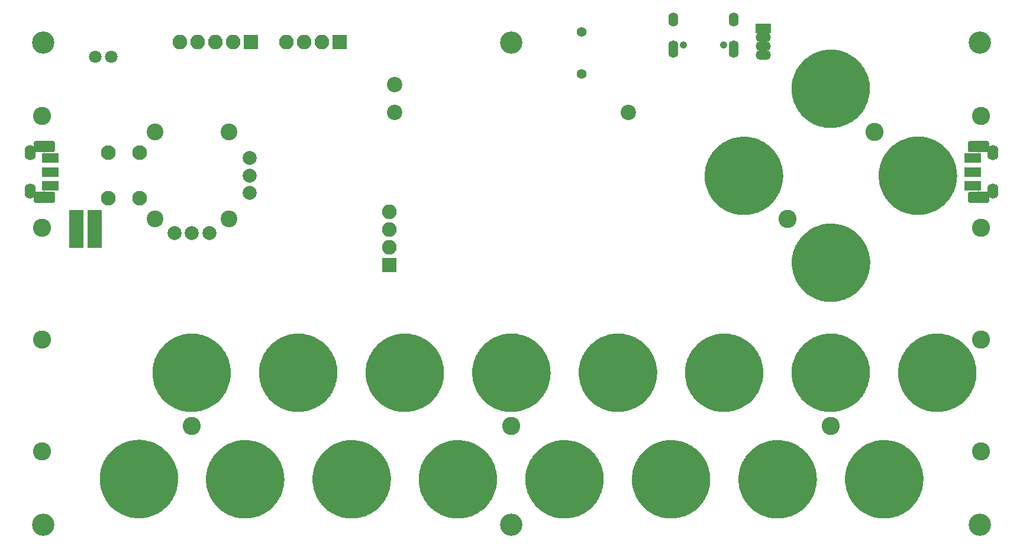
<source format=gts>
G04 #@! TF.GenerationSoftware,KiCad,Pcbnew,(5.0.0)*
G04 #@! TF.CreationDate,2019-05-28T15:54:33+08:00*
G04 #@! TF.ProjectId,joyMIDI,6A6F794D4944492E6B696361645F7063,rev?*
G04 #@! TF.SameCoordinates,Original*
G04 #@! TF.FileFunction,Soldermask,Top*
G04 #@! TF.FilePolarity,Negative*
%FSLAX46Y46*%
G04 Gerber Fmt 4.6, Leading zero omitted, Abs format (unit mm)*
G04 Created by KiCad (PCBNEW (5.0.0)) date 05/28/19 15:54:33*
%MOMM*%
%LPD*%
G01*
G04 APERTURE LIST*
%ADD10C,0.100000*%
%ADD11C,2.200000*%
%ADD12R,2.000000X5.400000*%
%ADD13R,2.100000X2.100000*%
%ADD14O,2.100000X2.100000*%
%ADD15C,2.400000*%
%ADD16C,2.100000*%
%ADD17C,2.000000*%
%ADD18C,3.200000*%
%ADD19C,2.600000*%
%ADD20R,2.200000X1.350000*%
%ADD21O,2.200000X1.350000*%
%ADD22O,1.600000X2.200000*%
%ADD23C,1.650000*%
%ADD24R,2.400000X1.400000*%
%ADD25C,1.275000*%
%ADD26C,1.400000*%
%ADD27C,1.800000*%
%ADD28O,1.400000X2.000000*%
%ADD29O,1.400000X2.500000*%
%ADD30C,1.050000*%
G04 APERTURE END LIST*
D10*
G04 #@! TO.C,SW14*
G36*
X95594356Y-127363844D02*
X95845841Y-127386710D01*
X96094981Y-127421037D01*
X96341432Y-127466597D01*
X96584853Y-127523166D01*
X96824900Y-127590516D01*
X97061230Y-127668421D01*
X97293500Y-127756656D01*
X97521367Y-127854994D01*
X97744489Y-127963207D01*
X97962522Y-128081072D01*
X98175124Y-128208360D01*
X98381952Y-128344846D01*
X98582662Y-128490303D01*
X98776912Y-128644505D01*
X98964358Y-128807226D01*
X99144659Y-128978239D01*
X99317470Y-129157319D01*
X99482450Y-129344238D01*
X99639254Y-129538771D01*
X99787541Y-129740692D01*
X99926967Y-129949773D01*
X100057189Y-130165789D01*
X100177864Y-130388514D01*
X100289995Y-130617384D01*
X100389097Y-130841615D01*
X100476102Y-131064183D01*
X100551943Y-131288066D01*
X100617549Y-131516240D01*
X100673854Y-131751681D01*
X100721787Y-131997368D01*
X100762281Y-132256275D01*
X100783600Y-132467915D01*
X100795628Y-132717049D01*
X100798476Y-132985603D01*
X100792257Y-133255505D01*
X100777085Y-133508682D01*
X100753073Y-133727061D01*
X100710482Y-133983283D01*
X100658193Y-134233177D01*
X100596046Y-134477167D01*
X100523879Y-134715681D01*
X100441530Y-134949146D01*
X100348838Y-135177989D01*
X100245643Y-135402636D01*
X100131782Y-135623513D01*
X100007095Y-135841049D01*
X99871419Y-136055668D01*
X99730319Y-136258810D01*
X99580819Y-136454881D01*
X99423242Y-136643663D01*
X99257911Y-136824940D01*
X99085146Y-136998496D01*
X98905271Y-137164113D01*
X98718607Y-137321575D01*
X98525477Y-137470664D01*
X98326202Y-137611165D01*
X98121105Y-137742860D01*
X97910508Y-137865532D01*
X97694733Y-137978966D01*
X97474101Y-138082943D01*
X97248936Y-138177248D01*
X97019559Y-138261663D01*
X96786292Y-138335972D01*
X96549458Y-138399958D01*
X96309379Y-138453404D01*
X96071087Y-138497856D01*
X95864283Y-138528386D01*
X95665022Y-138547263D01*
X95449355Y-138556755D01*
X95193334Y-138559127D01*
X94941240Y-138554695D01*
X94698676Y-138541194D01*
X94463876Y-138518322D01*
X94235078Y-138485774D01*
X94010516Y-138443245D01*
X93788427Y-138390433D01*
X93567047Y-138327032D01*
X93344611Y-138252740D01*
X93119356Y-138167251D01*
X92888107Y-138068358D01*
X92662264Y-137959557D01*
X92442112Y-137841141D01*
X92227936Y-137713404D01*
X92020022Y-137576641D01*
X91818655Y-137431145D01*
X91624121Y-137277211D01*
X91436706Y-137115133D01*
X91256694Y-136945204D01*
X91084372Y-136767719D01*
X90920025Y-136582972D01*
X90763938Y-136391256D01*
X90616396Y-136192867D01*
X90477687Y-135988098D01*
X90348094Y-135777242D01*
X90227904Y-135560595D01*
X90117401Y-135338450D01*
X90016872Y-135111101D01*
X89926603Y-134878843D01*
X89845467Y-134638244D01*
X89775605Y-134395564D01*
X89716956Y-134151170D01*
X89669463Y-133905428D01*
X89633063Y-133658705D01*
X89607699Y-133411367D01*
X89593311Y-133163780D01*
X89589838Y-132916311D01*
X89597222Y-132669326D01*
X89615402Y-132423191D01*
X89644320Y-132178274D01*
X89683914Y-131934940D01*
X89734127Y-131693556D01*
X89794898Y-131454488D01*
X89866167Y-131218103D01*
X89947875Y-130984767D01*
X90039963Y-130754846D01*
X90142370Y-130528708D01*
X90255038Y-130306717D01*
X90377905Y-130089241D01*
X90510914Y-129876647D01*
X90654004Y-129669299D01*
X90807116Y-129467566D01*
X90967122Y-129275164D01*
X91134402Y-129091092D01*
X91308708Y-128915480D01*
X91489793Y-128748457D01*
X91677407Y-128590152D01*
X91871302Y-128440694D01*
X92071231Y-128300213D01*
X92276945Y-128168838D01*
X92488195Y-128046698D01*
X92704734Y-127933922D01*
X92926313Y-127830640D01*
X93152684Y-127736981D01*
X93383599Y-127653074D01*
X93618809Y-127579049D01*
X93858066Y-127515034D01*
X94101123Y-127461159D01*
X94347730Y-127417553D01*
X94597639Y-127384346D01*
X94850603Y-127361667D01*
X95106736Y-127347424D01*
X95316981Y-127348113D01*
X95594355Y-127364322D01*
X95594356Y-127363844D01*
X95594356Y-127363844D01*
G37*
G04 #@! TO.C,SW1*
G36*
X187356156Y-89964356D02*
X187333290Y-90215841D01*
X187298963Y-90464981D01*
X187253403Y-90711432D01*
X187196834Y-90954853D01*
X187129484Y-91194900D01*
X187051579Y-91431230D01*
X186963344Y-91663500D01*
X186865006Y-91891367D01*
X186756793Y-92114489D01*
X186638928Y-92332522D01*
X186511640Y-92545124D01*
X186375154Y-92751952D01*
X186229697Y-92952662D01*
X186075495Y-93146912D01*
X185912774Y-93334358D01*
X185741761Y-93514659D01*
X185562681Y-93687470D01*
X185375762Y-93852450D01*
X185181229Y-94009254D01*
X184979308Y-94157541D01*
X184770227Y-94296967D01*
X184554211Y-94427189D01*
X184331486Y-94547864D01*
X184102616Y-94659995D01*
X183878385Y-94759097D01*
X183655817Y-94846102D01*
X183431934Y-94921943D01*
X183203760Y-94987549D01*
X182968319Y-95043854D01*
X182722632Y-95091787D01*
X182463725Y-95132281D01*
X182252085Y-95153600D01*
X182002951Y-95165628D01*
X181734397Y-95168476D01*
X181464495Y-95162257D01*
X181211318Y-95147085D01*
X180992939Y-95123073D01*
X180736717Y-95080482D01*
X180486823Y-95028193D01*
X180242833Y-94966046D01*
X180004319Y-94893879D01*
X179770854Y-94811530D01*
X179542011Y-94718838D01*
X179317364Y-94615643D01*
X179096487Y-94501782D01*
X178878951Y-94377095D01*
X178664332Y-94241419D01*
X178461190Y-94100319D01*
X178265119Y-93950819D01*
X178076337Y-93793242D01*
X177895060Y-93627911D01*
X177721504Y-93455146D01*
X177555887Y-93275271D01*
X177398425Y-93088607D01*
X177249336Y-92895477D01*
X177108835Y-92696202D01*
X176977140Y-92491105D01*
X176854468Y-92280508D01*
X176741034Y-92064733D01*
X176637057Y-91844101D01*
X176542752Y-91618936D01*
X176458337Y-91389559D01*
X176384028Y-91156292D01*
X176320042Y-90919458D01*
X176266596Y-90679379D01*
X176222144Y-90441087D01*
X176191614Y-90234283D01*
X176172737Y-90035022D01*
X176163245Y-89819355D01*
X176160873Y-89563334D01*
X176165305Y-89311240D01*
X176178806Y-89068676D01*
X176201678Y-88833876D01*
X176234226Y-88605078D01*
X176276755Y-88380516D01*
X176329567Y-88158427D01*
X176392968Y-87937047D01*
X176467260Y-87714611D01*
X176552749Y-87489356D01*
X176651642Y-87258107D01*
X176760443Y-87032264D01*
X176878859Y-86812112D01*
X177006596Y-86597936D01*
X177143359Y-86390022D01*
X177288855Y-86188655D01*
X177442789Y-85994121D01*
X177604867Y-85806706D01*
X177774796Y-85626694D01*
X177952281Y-85454372D01*
X178137028Y-85290025D01*
X178328744Y-85133938D01*
X178527133Y-84986396D01*
X178731902Y-84847687D01*
X178942758Y-84718094D01*
X179159405Y-84597904D01*
X179381550Y-84487401D01*
X179608899Y-84386872D01*
X179841157Y-84296603D01*
X180081756Y-84215467D01*
X180324436Y-84145605D01*
X180568830Y-84086956D01*
X180814572Y-84039463D01*
X181061295Y-84003063D01*
X181308633Y-83977699D01*
X181556220Y-83963311D01*
X181803689Y-83959838D01*
X182050674Y-83967222D01*
X182296809Y-83985402D01*
X182541726Y-84014320D01*
X182785060Y-84053914D01*
X183026444Y-84104127D01*
X183265512Y-84164898D01*
X183501897Y-84236167D01*
X183735233Y-84317875D01*
X183965154Y-84409963D01*
X184191292Y-84512370D01*
X184413283Y-84625038D01*
X184630759Y-84747905D01*
X184843353Y-84880914D01*
X185050701Y-85024004D01*
X185252434Y-85177116D01*
X185444836Y-85337122D01*
X185628908Y-85504402D01*
X185804520Y-85678708D01*
X185971543Y-85859793D01*
X186129848Y-86047407D01*
X186279306Y-86241302D01*
X186419787Y-86441231D01*
X186551162Y-86646945D01*
X186673302Y-86858195D01*
X186786078Y-87074734D01*
X186889360Y-87296313D01*
X186983019Y-87522684D01*
X187066926Y-87753599D01*
X187140951Y-87988809D01*
X187204966Y-88228066D01*
X187258841Y-88471123D01*
X187302447Y-88717730D01*
X187335654Y-88967639D01*
X187358333Y-89220603D01*
X187372576Y-89476736D01*
X187371887Y-89686981D01*
X187355678Y-89964355D01*
X187356156Y-89964356D01*
X187356156Y-89964356D01*
G37*
G04 #@! TO.C,SW2*
G36*
X199816156Y-102404356D02*
X199793290Y-102655841D01*
X199758963Y-102904981D01*
X199713403Y-103151432D01*
X199656834Y-103394853D01*
X199589484Y-103634900D01*
X199511579Y-103871230D01*
X199423344Y-104103500D01*
X199325006Y-104331367D01*
X199216793Y-104554489D01*
X199098928Y-104772522D01*
X198971640Y-104985124D01*
X198835154Y-105191952D01*
X198689697Y-105392662D01*
X198535495Y-105586912D01*
X198372774Y-105774358D01*
X198201761Y-105954659D01*
X198022681Y-106127470D01*
X197835762Y-106292450D01*
X197641229Y-106449254D01*
X197439308Y-106597541D01*
X197230227Y-106736967D01*
X197014211Y-106867189D01*
X196791486Y-106987864D01*
X196562616Y-107099995D01*
X196338385Y-107199097D01*
X196115817Y-107286102D01*
X195891934Y-107361943D01*
X195663760Y-107427549D01*
X195428319Y-107483854D01*
X195182632Y-107531787D01*
X194923725Y-107572281D01*
X194712085Y-107593600D01*
X194462951Y-107605628D01*
X194194397Y-107608476D01*
X193924495Y-107602257D01*
X193671318Y-107587085D01*
X193452939Y-107563073D01*
X193196717Y-107520482D01*
X192946823Y-107468193D01*
X192702833Y-107406046D01*
X192464319Y-107333879D01*
X192230854Y-107251530D01*
X192002011Y-107158838D01*
X191777364Y-107055643D01*
X191556487Y-106941782D01*
X191338951Y-106817095D01*
X191124332Y-106681419D01*
X190921190Y-106540319D01*
X190725119Y-106390819D01*
X190536337Y-106233242D01*
X190355060Y-106067911D01*
X190181504Y-105895146D01*
X190015887Y-105715271D01*
X189858425Y-105528607D01*
X189709336Y-105335477D01*
X189568835Y-105136202D01*
X189437140Y-104931105D01*
X189314468Y-104720508D01*
X189201034Y-104504733D01*
X189097057Y-104284101D01*
X189002752Y-104058936D01*
X188918337Y-103829559D01*
X188844028Y-103596292D01*
X188780042Y-103359458D01*
X188726596Y-103119379D01*
X188682144Y-102881087D01*
X188651614Y-102674283D01*
X188632737Y-102475022D01*
X188623245Y-102259355D01*
X188620873Y-102003334D01*
X188625305Y-101751240D01*
X188638806Y-101508676D01*
X188661678Y-101273876D01*
X188694226Y-101045078D01*
X188736755Y-100820516D01*
X188789567Y-100598427D01*
X188852968Y-100377047D01*
X188927260Y-100154611D01*
X189012749Y-99929356D01*
X189111642Y-99698107D01*
X189220443Y-99472264D01*
X189338859Y-99252112D01*
X189466596Y-99037936D01*
X189603359Y-98830022D01*
X189748855Y-98628655D01*
X189902789Y-98434121D01*
X190064867Y-98246706D01*
X190234796Y-98066694D01*
X190412281Y-97894372D01*
X190597028Y-97730025D01*
X190788744Y-97573938D01*
X190987133Y-97426396D01*
X191191902Y-97287687D01*
X191402758Y-97158094D01*
X191619405Y-97037904D01*
X191841550Y-96927401D01*
X192068899Y-96826872D01*
X192301157Y-96736603D01*
X192541756Y-96655467D01*
X192784436Y-96585605D01*
X193028830Y-96526956D01*
X193274572Y-96479463D01*
X193521295Y-96443063D01*
X193768633Y-96417699D01*
X194016220Y-96403311D01*
X194263689Y-96399838D01*
X194510674Y-96407222D01*
X194756809Y-96425402D01*
X195001726Y-96454320D01*
X195245060Y-96493914D01*
X195486444Y-96544127D01*
X195725512Y-96604898D01*
X195961897Y-96676167D01*
X196195233Y-96757875D01*
X196425154Y-96849963D01*
X196651292Y-96952370D01*
X196873283Y-97065038D01*
X197090759Y-97187905D01*
X197303353Y-97320914D01*
X197510701Y-97464004D01*
X197712434Y-97617116D01*
X197904836Y-97777122D01*
X198088908Y-97944402D01*
X198264520Y-98118708D01*
X198431543Y-98299793D01*
X198589848Y-98487407D01*
X198739306Y-98681302D01*
X198879787Y-98881231D01*
X199011162Y-99086945D01*
X199133302Y-99298195D01*
X199246078Y-99514734D01*
X199349360Y-99736313D01*
X199443019Y-99962684D01*
X199526926Y-100193599D01*
X199600951Y-100428809D01*
X199664966Y-100668066D01*
X199718841Y-100911123D01*
X199762447Y-101157730D01*
X199795654Y-101407639D01*
X199818333Y-101660603D01*
X199832576Y-101916736D01*
X199831887Y-102126981D01*
X199815678Y-102404355D01*
X199816156Y-102404356D01*
X199816156Y-102404356D01*
G37*
G04 #@! TO.C,SW3*
G36*
X199786156Y-77494356D02*
X199763290Y-77745841D01*
X199728963Y-77994981D01*
X199683403Y-78241432D01*
X199626834Y-78484853D01*
X199559484Y-78724900D01*
X199481579Y-78961230D01*
X199393344Y-79193500D01*
X199295006Y-79421367D01*
X199186793Y-79644489D01*
X199068928Y-79862522D01*
X198941640Y-80075124D01*
X198805154Y-80281952D01*
X198659697Y-80482662D01*
X198505495Y-80676912D01*
X198342774Y-80864358D01*
X198171761Y-81044659D01*
X197992681Y-81217470D01*
X197805762Y-81382450D01*
X197611229Y-81539254D01*
X197409308Y-81687541D01*
X197200227Y-81826967D01*
X196984211Y-81957189D01*
X196761486Y-82077864D01*
X196532616Y-82189995D01*
X196308385Y-82289097D01*
X196085817Y-82376102D01*
X195861934Y-82451943D01*
X195633760Y-82517549D01*
X195398319Y-82573854D01*
X195152632Y-82621787D01*
X194893725Y-82662281D01*
X194682085Y-82683600D01*
X194432951Y-82695628D01*
X194164397Y-82698476D01*
X193894495Y-82692257D01*
X193641318Y-82677085D01*
X193422939Y-82653073D01*
X193166717Y-82610482D01*
X192916823Y-82558193D01*
X192672833Y-82496046D01*
X192434319Y-82423879D01*
X192200854Y-82341530D01*
X191972011Y-82248838D01*
X191747364Y-82145643D01*
X191526487Y-82031782D01*
X191308951Y-81907095D01*
X191094332Y-81771419D01*
X190891190Y-81630319D01*
X190695119Y-81480819D01*
X190506337Y-81323242D01*
X190325060Y-81157911D01*
X190151504Y-80985146D01*
X189985887Y-80805271D01*
X189828425Y-80618607D01*
X189679336Y-80425477D01*
X189538835Y-80226202D01*
X189407140Y-80021105D01*
X189284468Y-79810508D01*
X189171034Y-79594733D01*
X189067057Y-79374101D01*
X188972752Y-79148936D01*
X188888337Y-78919559D01*
X188814028Y-78686292D01*
X188750042Y-78449458D01*
X188696596Y-78209379D01*
X188652144Y-77971087D01*
X188621614Y-77764283D01*
X188602737Y-77565022D01*
X188593245Y-77349355D01*
X188590873Y-77093334D01*
X188595305Y-76841240D01*
X188608806Y-76598676D01*
X188631678Y-76363876D01*
X188664226Y-76135078D01*
X188706755Y-75910516D01*
X188759567Y-75688427D01*
X188822968Y-75467047D01*
X188897260Y-75244611D01*
X188982749Y-75019356D01*
X189081642Y-74788107D01*
X189190443Y-74562264D01*
X189308859Y-74342112D01*
X189436596Y-74127936D01*
X189573359Y-73920022D01*
X189718855Y-73718655D01*
X189872789Y-73524121D01*
X190034867Y-73336706D01*
X190204796Y-73156694D01*
X190382281Y-72984372D01*
X190567028Y-72820025D01*
X190758744Y-72663938D01*
X190957133Y-72516396D01*
X191161902Y-72377687D01*
X191372758Y-72248094D01*
X191589405Y-72127904D01*
X191811550Y-72017401D01*
X192038899Y-71916872D01*
X192271157Y-71826603D01*
X192511756Y-71745467D01*
X192754436Y-71675605D01*
X192998830Y-71616956D01*
X193244572Y-71569463D01*
X193491295Y-71533063D01*
X193738633Y-71507699D01*
X193986220Y-71493311D01*
X194233689Y-71489838D01*
X194480674Y-71497222D01*
X194726809Y-71515402D01*
X194971726Y-71544320D01*
X195215060Y-71583914D01*
X195456444Y-71634127D01*
X195695512Y-71694898D01*
X195931897Y-71766167D01*
X196165233Y-71847875D01*
X196395154Y-71939963D01*
X196621292Y-72042370D01*
X196843283Y-72155038D01*
X197060759Y-72277905D01*
X197273353Y-72410914D01*
X197480701Y-72554004D01*
X197682434Y-72707116D01*
X197874836Y-72867122D01*
X198058908Y-73034402D01*
X198234520Y-73208708D01*
X198401543Y-73389793D01*
X198559848Y-73577407D01*
X198709306Y-73771302D01*
X198849787Y-73971231D01*
X198981162Y-74176945D01*
X199103302Y-74388195D01*
X199216078Y-74604734D01*
X199319360Y-74826313D01*
X199413019Y-75052684D01*
X199496926Y-75283599D01*
X199570951Y-75518809D01*
X199634966Y-75758066D01*
X199688841Y-76001123D01*
X199732447Y-76247730D01*
X199765654Y-76497639D01*
X199788333Y-76750603D01*
X199802576Y-77006736D01*
X199801887Y-77216981D01*
X199785678Y-77494355D01*
X199786156Y-77494356D01*
X199786156Y-77494356D01*
G37*
G04 #@! TO.C,SW4*
G36*
X212256156Y-89944356D02*
X212233290Y-90195841D01*
X212198963Y-90444981D01*
X212153403Y-90691432D01*
X212096834Y-90934853D01*
X212029484Y-91174900D01*
X211951579Y-91411230D01*
X211863344Y-91643500D01*
X211765006Y-91871367D01*
X211656793Y-92094489D01*
X211538928Y-92312522D01*
X211411640Y-92525124D01*
X211275154Y-92731952D01*
X211129697Y-92932662D01*
X210975495Y-93126912D01*
X210812774Y-93314358D01*
X210641761Y-93494659D01*
X210462681Y-93667470D01*
X210275762Y-93832450D01*
X210081229Y-93989254D01*
X209879308Y-94137541D01*
X209670227Y-94276967D01*
X209454211Y-94407189D01*
X209231486Y-94527864D01*
X209002616Y-94639995D01*
X208778385Y-94739097D01*
X208555817Y-94826102D01*
X208331934Y-94901943D01*
X208103760Y-94967549D01*
X207868319Y-95023854D01*
X207622632Y-95071787D01*
X207363725Y-95112281D01*
X207152085Y-95133600D01*
X206902951Y-95145628D01*
X206634397Y-95148476D01*
X206364495Y-95142257D01*
X206111318Y-95127085D01*
X205892939Y-95103073D01*
X205636717Y-95060482D01*
X205386823Y-95008193D01*
X205142833Y-94946046D01*
X204904319Y-94873879D01*
X204670854Y-94791530D01*
X204442011Y-94698838D01*
X204217364Y-94595643D01*
X203996487Y-94481782D01*
X203778951Y-94357095D01*
X203564332Y-94221419D01*
X203361190Y-94080319D01*
X203165119Y-93930819D01*
X202976337Y-93773242D01*
X202795060Y-93607911D01*
X202621504Y-93435146D01*
X202455887Y-93255271D01*
X202298425Y-93068607D01*
X202149336Y-92875477D01*
X202008835Y-92676202D01*
X201877140Y-92471105D01*
X201754468Y-92260508D01*
X201641034Y-92044733D01*
X201537057Y-91824101D01*
X201442752Y-91598936D01*
X201358337Y-91369559D01*
X201284028Y-91136292D01*
X201220042Y-90899458D01*
X201166596Y-90659379D01*
X201122144Y-90421087D01*
X201091614Y-90214283D01*
X201072737Y-90015022D01*
X201063245Y-89799355D01*
X201060873Y-89543334D01*
X201065305Y-89291240D01*
X201078806Y-89048676D01*
X201101678Y-88813876D01*
X201134226Y-88585078D01*
X201176755Y-88360516D01*
X201229567Y-88138427D01*
X201292968Y-87917047D01*
X201367260Y-87694611D01*
X201452749Y-87469356D01*
X201551642Y-87238107D01*
X201660443Y-87012264D01*
X201778859Y-86792112D01*
X201906596Y-86577936D01*
X202043359Y-86370022D01*
X202188855Y-86168655D01*
X202342789Y-85974121D01*
X202504867Y-85786706D01*
X202674796Y-85606694D01*
X202852281Y-85434372D01*
X203037028Y-85270025D01*
X203228744Y-85113938D01*
X203427133Y-84966396D01*
X203631902Y-84827687D01*
X203842758Y-84698094D01*
X204059405Y-84577904D01*
X204281550Y-84467401D01*
X204508899Y-84366872D01*
X204741157Y-84276603D01*
X204981756Y-84195467D01*
X205224436Y-84125605D01*
X205468830Y-84066956D01*
X205714572Y-84019463D01*
X205961295Y-83983063D01*
X206208633Y-83957699D01*
X206456220Y-83943311D01*
X206703689Y-83939838D01*
X206950674Y-83947222D01*
X207196809Y-83965402D01*
X207441726Y-83994320D01*
X207685060Y-84033914D01*
X207926444Y-84084127D01*
X208165512Y-84144898D01*
X208401897Y-84216167D01*
X208635233Y-84297875D01*
X208865154Y-84389963D01*
X209091292Y-84492370D01*
X209313283Y-84605038D01*
X209530759Y-84727905D01*
X209743353Y-84860914D01*
X209950701Y-85004004D01*
X210152434Y-85157116D01*
X210344836Y-85317122D01*
X210528908Y-85484402D01*
X210704520Y-85658708D01*
X210871543Y-85839793D01*
X211029848Y-86027407D01*
X211179306Y-86221302D01*
X211319787Y-86421231D01*
X211451162Y-86626945D01*
X211573302Y-86838195D01*
X211686078Y-87054734D01*
X211789360Y-87276313D01*
X211883019Y-87502684D01*
X211966926Y-87733599D01*
X212040951Y-87968809D01*
X212104966Y-88208066D01*
X212158841Y-88451123D01*
X212202447Y-88697730D01*
X212235654Y-88947639D01*
X212258333Y-89200603D01*
X212272576Y-89456736D01*
X212271887Y-89666981D01*
X212255678Y-89944355D01*
X212256156Y-89944356D01*
X212256156Y-89944356D01*
G37*
G04 #@! TO.C,SW5*
G36*
X176936156Y-133394356D02*
X176913290Y-133645841D01*
X176878963Y-133894981D01*
X176833403Y-134141432D01*
X176776834Y-134384853D01*
X176709484Y-134624900D01*
X176631579Y-134861230D01*
X176543344Y-135093500D01*
X176445006Y-135321367D01*
X176336793Y-135544489D01*
X176218928Y-135762522D01*
X176091640Y-135975124D01*
X175955154Y-136181952D01*
X175809697Y-136382662D01*
X175655495Y-136576912D01*
X175492774Y-136764358D01*
X175321761Y-136944659D01*
X175142681Y-137117470D01*
X174955762Y-137282450D01*
X174761229Y-137439254D01*
X174559308Y-137587541D01*
X174350227Y-137726967D01*
X174134211Y-137857189D01*
X173911486Y-137977864D01*
X173682616Y-138089995D01*
X173458385Y-138189097D01*
X173235817Y-138276102D01*
X173011934Y-138351943D01*
X172783760Y-138417549D01*
X172548319Y-138473854D01*
X172302632Y-138521787D01*
X172043725Y-138562281D01*
X171832085Y-138583600D01*
X171582951Y-138595628D01*
X171314397Y-138598476D01*
X171044495Y-138592257D01*
X170791318Y-138577085D01*
X170572939Y-138553073D01*
X170316717Y-138510482D01*
X170066823Y-138458193D01*
X169822833Y-138396046D01*
X169584319Y-138323879D01*
X169350854Y-138241530D01*
X169122011Y-138148838D01*
X168897364Y-138045643D01*
X168676487Y-137931782D01*
X168458951Y-137807095D01*
X168244332Y-137671419D01*
X168041190Y-137530319D01*
X167845119Y-137380819D01*
X167656337Y-137223242D01*
X167475060Y-137057911D01*
X167301504Y-136885146D01*
X167135887Y-136705271D01*
X166978425Y-136518607D01*
X166829336Y-136325477D01*
X166688835Y-136126202D01*
X166557140Y-135921105D01*
X166434468Y-135710508D01*
X166321034Y-135494733D01*
X166217057Y-135274101D01*
X166122752Y-135048936D01*
X166038337Y-134819559D01*
X165964028Y-134586292D01*
X165900042Y-134349458D01*
X165846596Y-134109379D01*
X165802144Y-133871087D01*
X165771614Y-133664283D01*
X165752737Y-133465022D01*
X165743245Y-133249355D01*
X165740873Y-132993334D01*
X165745305Y-132741240D01*
X165758806Y-132498676D01*
X165781678Y-132263876D01*
X165814226Y-132035078D01*
X165856755Y-131810516D01*
X165909567Y-131588427D01*
X165972968Y-131367047D01*
X166047260Y-131144611D01*
X166132749Y-130919356D01*
X166231642Y-130688107D01*
X166340443Y-130462264D01*
X166458859Y-130242112D01*
X166586596Y-130027936D01*
X166723359Y-129820022D01*
X166868855Y-129618655D01*
X167022789Y-129424121D01*
X167184867Y-129236706D01*
X167354796Y-129056694D01*
X167532281Y-128884372D01*
X167717028Y-128720025D01*
X167908744Y-128563938D01*
X168107133Y-128416396D01*
X168311902Y-128277687D01*
X168522758Y-128148094D01*
X168739405Y-128027904D01*
X168961550Y-127917401D01*
X169188899Y-127816872D01*
X169421157Y-127726603D01*
X169661756Y-127645467D01*
X169904436Y-127575605D01*
X170148830Y-127516956D01*
X170394572Y-127469463D01*
X170641295Y-127433063D01*
X170888633Y-127407699D01*
X171136220Y-127393311D01*
X171383689Y-127389838D01*
X171630674Y-127397222D01*
X171876809Y-127415402D01*
X172121726Y-127444320D01*
X172365060Y-127483914D01*
X172606444Y-127534127D01*
X172845512Y-127594898D01*
X173081897Y-127666167D01*
X173315233Y-127747875D01*
X173545154Y-127839963D01*
X173771292Y-127942370D01*
X173993283Y-128055038D01*
X174210759Y-128177905D01*
X174423353Y-128310914D01*
X174630701Y-128454004D01*
X174832434Y-128607116D01*
X175024836Y-128767122D01*
X175208908Y-128934402D01*
X175384520Y-129108708D01*
X175551543Y-129289793D01*
X175709848Y-129477407D01*
X175859306Y-129671302D01*
X175999787Y-129871231D01*
X176131162Y-130076945D01*
X176253302Y-130288195D01*
X176366078Y-130504734D01*
X176469360Y-130726313D01*
X176563019Y-130952684D01*
X176646926Y-131183599D01*
X176720951Y-131418809D01*
X176784966Y-131658066D01*
X176838841Y-131901123D01*
X176882447Y-132147730D01*
X176915654Y-132397639D01*
X176938333Y-132650603D01*
X176952576Y-132906736D01*
X176951887Y-133116981D01*
X176935678Y-133394355D01*
X176936156Y-133394356D01*
X176936156Y-133394356D01*
G37*
G04 #@! TO.C,SW6*
G36*
X161686156Y-133394356D02*
X161663290Y-133645841D01*
X161628963Y-133894981D01*
X161583403Y-134141432D01*
X161526834Y-134384853D01*
X161459484Y-134624900D01*
X161381579Y-134861230D01*
X161293344Y-135093500D01*
X161195006Y-135321367D01*
X161086793Y-135544489D01*
X160968928Y-135762522D01*
X160841640Y-135975124D01*
X160705154Y-136181952D01*
X160559697Y-136382662D01*
X160405495Y-136576912D01*
X160242774Y-136764358D01*
X160071761Y-136944659D01*
X159892681Y-137117470D01*
X159705762Y-137282450D01*
X159511229Y-137439254D01*
X159309308Y-137587541D01*
X159100227Y-137726967D01*
X158884211Y-137857189D01*
X158661486Y-137977864D01*
X158432616Y-138089995D01*
X158208385Y-138189097D01*
X157985817Y-138276102D01*
X157761934Y-138351943D01*
X157533760Y-138417549D01*
X157298319Y-138473854D01*
X157052632Y-138521787D01*
X156793725Y-138562281D01*
X156582085Y-138583600D01*
X156332951Y-138595628D01*
X156064397Y-138598476D01*
X155794495Y-138592257D01*
X155541318Y-138577085D01*
X155322939Y-138553073D01*
X155066717Y-138510482D01*
X154816823Y-138458193D01*
X154572833Y-138396046D01*
X154334319Y-138323879D01*
X154100854Y-138241530D01*
X153872011Y-138148838D01*
X153647364Y-138045643D01*
X153426487Y-137931782D01*
X153208951Y-137807095D01*
X152994332Y-137671419D01*
X152791190Y-137530319D01*
X152595119Y-137380819D01*
X152406337Y-137223242D01*
X152225060Y-137057911D01*
X152051504Y-136885146D01*
X151885887Y-136705271D01*
X151728425Y-136518607D01*
X151579336Y-136325477D01*
X151438835Y-136126202D01*
X151307140Y-135921105D01*
X151184468Y-135710508D01*
X151071034Y-135494733D01*
X150967057Y-135274101D01*
X150872752Y-135048936D01*
X150788337Y-134819559D01*
X150714028Y-134586292D01*
X150650042Y-134349458D01*
X150596596Y-134109379D01*
X150552144Y-133871087D01*
X150521614Y-133664283D01*
X150502737Y-133465022D01*
X150493245Y-133249355D01*
X150490873Y-132993334D01*
X150495305Y-132741240D01*
X150508806Y-132498676D01*
X150531678Y-132263876D01*
X150564226Y-132035078D01*
X150606755Y-131810516D01*
X150659567Y-131588427D01*
X150722968Y-131367047D01*
X150797260Y-131144611D01*
X150882749Y-130919356D01*
X150981642Y-130688107D01*
X151090443Y-130462264D01*
X151208859Y-130242112D01*
X151336596Y-130027936D01*
X151473359Y-129820022D01*
X151618855Y-129618655D01*
X151772789Y-129424121D01*
X151934867Y-129236706D01*
X152104796Y-129056694D01*
X152282281Y-128884372D01*
X152467028Y-128720025D01*
X152658744Y-128563938D01*
X152857133Y-128416396D01*
X153061902Y-128277687D01*
X153272758Y-128148094D01*
X153489405Y-128027904D01*
X153711550Y-127917401D01*
X153938899Y-127816872D01*
X154171157Y-127726603D01*
X154411756Y-127645467D01*
X154654436Y-127575605D01*
X154898830Y-127516956D01*
X155144572Y-127469463D01*
X155391295Y-127433063D01*
X155638633Y-127407699D01*
X155886220Y-127393311D01*
X156133689Y-127389838D01*
X156380674Y-127397222D01*
X156626809Y-127415402D01*
X156871726Y-127444320D01*
X157115060Y-127483914D01*
X157356444Y-127534127D01*
X157595512Y-127594898D01*
X157831897Y-127666167D01*
X158065233Y-127747875D01*
X158295154Y-127839963D01*
X158521292Y-127942370D01*
X158743283Y-128055038D01*
X158960759Y-128177905D01*
X159173353Y-128310914D01*
X159380701Y-128454004D01*
X159582434Y-128607116D01*
X159774836Y-128767122D01*
X159958908Y-128934402D01*
X160134520Y-129108708D01*
X160301543Y-129289793D01*
X160459848Y-129477407D01*
X160609306Y-129671302D01*
X160749787Y-129871231D01*
X160881162Y-130076945D01*
X161003302Y-130288195D01*
X161116078Y-130504734D01*
X161219360Y-130726313D01*
X161313019Y-130952684D01*
X161396926Y-131183599D01*
X161470951Y-131418809D01*
X161534966Y-131658066D01*
X161588841Y-131901123D01*
X161632447Y-132147730D01*
X161665654Y-132397639D01*
X161688333Y-132650603D01*
X161702576Y-132906736D01*
X161701887Y-133116981D01*
X161685678Y-133394355D01*
X161686156Y-133394356D01*
X161686156Y-133394356D01*
G37*
G04 #@! TO.C,SW7*
G36*
X169336156Y-118144356D02*
X169313290Y-118395841D01*
X169278963Y-118644981D01*
X169233403Y-118891432D01*
X169176834Y-119134853D01*
X169109484Y-119374900D01*
X169031579Y-119611230D01*
X168943344Y-119843500D01*
X168845006Y-120071367D01*
X168736793Y-120294489D01*
X168618928Y-120512522D01*
X168491640Y-120725124D01*
X168355154Y-120931952D01*
X168209697Y-121132662D01*
X168055495Y-121326912D01*
X167892774Y-121514358D01*
X167721761Y-121694659D01*
X167542681Y-121867470D01*
X167355762Y-122032450D01*
X167161229Y-122189254D01*
X166959308Y-122337541D01*
X166750227Y-122476967D01*
X166534211Y-122607189D01*
X166311486Y-122727864D01*
X166082616Y-122839995D01*
X165858385Y-122939097D01*
X165635817Y-123026102D01*
X165411934Y-123101943D01*
X165183760Y-123167549D01*
X164948319Y-123223854D01*
X164702632Y-123271787D01*
X164443725Y-123312281D01*
X164232085Y-123333600D01*
X163982951Y-123345628D01*
X163714397Y-123348476D01*
X163444495Y-123342257D01*
X163191318Y-123327085D01*
X162972939Y-123303073D01*
X162716717Y-123260482D01*
X162466823Y-123208193D01*
X162222833Y-123146046D01*
X161984319Y-123073879D01*
X161750854Y-122991530D01*
X161522011Y-122898838D01*
X161297364Y-122795643D01*
X161076487Y-122681782D01*
X160858951Y-122557095D01*
X160644332Y-122421419D01*
X160441190Y-122280319D01*
X160245119Y-122130819D01*
X160056337Y-121973242D01*
X159875060Y-121807911D01*
X159701504Y-121635146D01*
X159535887Y-121455271D01*
X159378425Y-121268607D01*
X159229336Y-121075477D01*
X159088835Y-120876202D01*
X158957140Y-120671105D01*
X158834468Y-120460508D01*
X158721034Y-120244733D01*
X158617057Y-120024101D01*
X158522752Y-119798936D01*
X158438337Y-119569559D01*
X158364028Y-119336292D01*
X158300042Y-119099458D01*
X158246596Y-118859379D01*
X158202144Y-118621087D01*
X158171614Y-118414283D01*
X158152737Y-118215022D01*
X158143245Y-117999355D01*
X158140873Y-117743334D01*
X158145305Y-117491240D01*
X158158806Y-117248676D01*
X158181678Y-117013876D01*
X158214226Y-116785078D01*
X158256755Y-116560516D01*
X158309567Y-116338427D01*
X158372968Y-116117047D01*
X158447260Y-115894611D01*
X158532749Y-115669356D01*
X158631642Y-115438107D01*
X158740443Y-115212264D01*
X158858859Y-114992112D01*
X158986596Y-114777936D01*
X159123359Y-114570022D01*
X159268855Y-114368655D01*
X159422789Y-114174121D01*
X159584867Y-113986706D01*
X159754796Y-113806694D01*
X159932281Y-113634372D01*
X160117028Y-113470025D01*
X160308744Y-113313938D01*
X160507133Y-113166396D01*
X160711902Y-113027687D01*
X160922758Y-112898094D01*
X161139405Y-112777904D01*
X161361550Y-112667401D01*
X161588899Y-112566872D01*
X161821157Y-112476603D01*
X162061756Y-112395467D01*
X162304436Y-112325605D01*
X162548830Y-112266956D01*
X162794572Y-112219463D01*
X163041295Y-112183063D01*
X163288633Y-112157699D01*
X163536220Y-112143311D01*
X163783689Y-112139838D01*
X164030674Y-112147222D01*
X164276809Y-112165402D01*
X164521726Y-112194320D01*
X164765060Y-112233914D01*
X165006444Y-112284127D01*
X165245512Y-112344898D01*
X165481897Y-112416167D01*
X165715233Y-112497875D01*
X165945154Y-112589963D01*
X166171292Y-112692370D01*
X166393283Y-112805038D01*
X166610759Y-112927905D01*
X166823353Y-113060914D01*
X167030701Y-113204004D01*
X167232434Y-113357116D01*
X167424836Y-113517122D01*
X167608908Y-113684402D01*
X167784520Y-113858708D01*
X167951543Y-114039793D01*
X168109848Y-114227407D01*
X168259306Y-114421302D01*
X168399787Y-114621231D01*
X168531162Y-114826945D01*
X168653302Y-115038195D01*
X168766078Y-115254734D01*
X168869360Y-115476313D01*
X168963019Y-115702684D01*
X169046926Y-115933599D01*
X169120951Y-116168809D01*
X169184966Y-116408066D01*
X169238841Y-116651123D01*
X169282447Y-116897730D01*
X169315654Y-117147639D01*
X169338333Y-117400603D01*
X169352576Y-117656736D01*
X169351887Y-117866981D01*
X169335678Y-118144355D01*
X169336156Y-118144356D01*
X169336156Y-118144356D01*
G37*
G04 #@! TO.C,SW8*
G36*
X184536156Y-118144356D02*
X184513290Y-118395841D01*
X184478963Y-118644981D01*
X184433403Y-118891432D01*
X184376834Y-119134853D01*
X184309484Y-119374900D01*
X184231579Y-119611230D01*
X184143344Y-119843500D01*
X184045006Y-120071367D01*
X183936793Y-120294489D01*
X183818928Y-120512522D01*
X183691640Y-120725124D01*
X183555154Y-120931952D01*
X183409697Y-121132662D01*
X183255495Y-121326912D01*
X183092774Y-121514358D01*
X182921761Y-121694659D01*
X182742681Y-121867470D01*
X182555762Y-122032450D01*
X182361229Y-122189254D01*
X182159308Y-122337541D01*
X181950227Y-122476967D01*
X181734211Y-122607189D01*
X181511486Y-122727864D01*
X181282616Y-122839995D01*
X181058385Y-122939097D01*
X180835817Y-123026102D01*
X180611934Y-123101943D01*
X180383760Y-123167549D01*
X180148319Y-123223854D01*
X179902632Y-123271787D01*
X179643725Y-123312281D01*
X179432085Y-123333600D01*
X179182951Y-123345628D01*
X178914397Y-123348476D01*
X178644495Y-123342257D01*
X178391318Y-123327085D01*
X178172939Y-123303073D01*
X177916717Y-123260482D01*
X177666823Y-123208193D01*
X177422833Y-123146046D01*
X177184319Y-123073879D01*
X176950854Y-122991530D01*
X176722011Y-122898838D01*
X176497364Y-122795643D01*
X176276487Y-122681782D01*
X176058951Y-122557095D01*
X175844332Y-122421419D01*
X175641190Y-122280319D01*
X175445119Y-122130819D01*
X175256337Y-121973242D01*
X175075060Y-121807911D01*
X174901504Y-121635146D01*
X174735887Y-121455271D01*
X174578425Y-121268607D01*
X174429336Y-121075477D01*
X174288835Y-120876202D01*
X174157140Y-120671105D01*
X174034468Y-120460508D01*
X173921034Y-120244733D01*
X173817057Y-120024101D01*
X173722752Y-119798936D01*
X173638337Y-119569559D01*
X173564028Y-119336292D01*
X173500042Y-119099458D01*
X173446596Y-118859379D01*
X173402144Y-118621087D01*
X173371614Y-118414283D01*
X173352737Y-118215022D01*
X173343245Y-117999355D01*
X173340873Y-117743334D01*
X173345305Y-117491240D01*
X173358806Y-117248676D01*
X173381678Y-117013876D01*
X173414226Y-116785078D01*
X173456755Y-116560516D01*
X173509567Y-116338427D01*
X173572968Y-116117047D01*
X173647260Y-115894611D01*
X173732749Y-115669356D01*
X173831642Y-115438107D01*
X173940443Y-115212264D01*
X174058859Y-114992112D01*
X174186596Y-114777936D01*
X174323359Y-114570022D01*
X174468855Y-114368655D01*
X174622789Y-114174121D01*
X174784867Y-113986706D01*
X174954796Y-113806694D01*
X175132281Y-113634372D01*
X175317028Y-113470025D01*
X175508744Y-113313938D01*
X175707133Y-113166396D01*
X175911902Y-113027687D01*
X176122758Y-112898094D01*
X176339405Y-112777904D01*
X176561550Y-112667401D01*
X176788899Y-112566872D01*
X177021157Y-112476603D01*
X177261756Y-112395467D01*
X177504436Y-112325605D01*
X177748830Y-112266956D01*
X177994572Y-112219463D01*
X178241295Y-112183063D01*
X178488633Y-112157699D01*
X178736220Y-112143311D01*
X178983689Y-112139838D01*
X179230674Y-112147222D01*
X179476809Y-112165402D01*
X179721726Y-112194320D01*
X179965060Y-112233914D01*
X180206444Y-112284127D01*
X180445512Y-112344898D01*
X180681897Y-112416167D01*
X180915233Y-112497875D01*
X181145154Y-112589963D01*
X181371292Y-112692370D01*
X181593283Y-112805038D01*
X181810759Y-112927905D01*
X182023353Y-113060914D01*
X182230701Y-113204004D01*
X182432434Y-113357116D01*
X182624836Y-113517122D01*
X182808908Y-113684402D01*
X182984520Y-113858708D01*
X183151543Y-114039793D01*
X183309848Y-114227407D01*
X183459306Y-114421302D01*
X183599787Y-114621231D01*
X183731162Y-114826945D01*
X183853302Y-115038195D01*
X183966078Y-115254734D01*
X184069360Y-115476313D01*
X184163019Y-115702684D01*
X184246926Y-115933599D01*
X184320951Y-116168809D01*
X184384966Y-116408066D01*
X184438841Y-116651123D01*
X184482447Y-116897730D01*
X184515654Y-117147639D01*
X184538333Y-117400603D01*
X184552576Y-117656736D01*
X184551887Y-117866981D01*
X184535678Y-118144355D01*
X184536156Y-118144356D01*
X184536156Y-118144356D01*
G37*
G04 #@! TO.C,SW9*
G36*
X199786156Y-118144356D02*
X199763290Y-118395841D01*
X199728963Y-118644981D01*
X199683403Y-118891432D01*
X199626834Y-119134853D01*
X199559484Y-119374900D01*
X199481579Y-119611230D01*
X199393344Y-119843500D01*
X199295006Y-120071367D01*
X199186793Y-120294489D01*
X199068928Y-120512522D01*
X198941640Y-120725124D01*
X198805154Y-120931952D01*
X198659697Y-121132662D01*
X198505495Y-121326912D01*
X198342774Y-121514358D01*
X198171761Y-121694659D01*
X197992681Y-121867470D01*
X197805762Y-122032450D01*
X197611229Y-122189254D01*
X197409308Y-122337541D01*
X197200227Y-122476967D01*
X196984211Y-122607189D01*
X196761486Y-122727864D01*
X196532616Y-122839995D01*
X196308385Y-122939097D01*
X196085817Y-123026102D01*
X195861934Y-123101943D01*
X195633760Y-123167549D01*
X195398319Y-123223854D01*
X195152632Y-123271787D01*
X194893725Y-123312281D01*
X194682085Y-123333600D01*
X194432951Y-123345628D01*
X194164397Y-123348476D01*
X193894495Y-123342257D01*
X193641318Y-123327085D01*
X193422939Y-123303073D01*
X193166717Y-123260482D01*
X192916823Y-123208193D01*
X192672833Y-123146046D01*
X192434319Y-123073879D01*
X192200854Y-122991530D01*
X191972011Y-122898838D01*
X191747364Y-122795643D01*
X191526487Y-122681782D01*
X191308951Y-122557095D01*
X191094332Y-122421419D01*
X190891190Y-122280319D01*
X190695119Y-122130819D01*
X190506337Y-121973242D01*
X190325060Y-121807911D01*
X190151504Y-121635146D01*
X189985887Y-121455271D01*
X189828425Y-121268607D01*
X189679336Y-121075477D01*
X189538835Y-120876202D01*
X189407140Y-120671105D01*
X189284468Y-120460508D01*
X189171034Y-120244733D01*
X189067057Y-120024101D01*
X188972752Y-119798936D01*
X188888337Y-119569559D01*
X188814028Y-119336292D01*
X188750042Y-119099458D01*
X188696596Y-118859379D01*
X188652144Y-118621087D01*
X188621614Y-118414283D01*
X188602737Y-118215022D01*
X188593245Y-117999355D01*
X188590873Y-117743334D01*
X188595305Y-117491240D01*
X188608806Y-117248676D01*
X188631678Y-117013876D01*
X188664226Y-116785078D01*
X188706755Y-116560516D01*
X188759567Y-116338427D01*
X188822968Y-116117047D01*
X188897260Y-115894611D01*
X188982749Y-115669356D01*
X189081642Y-115438107D01*
X189190443Y-115212264D01*
X189308859Y-114992112D01*
X189436596Y-114777936D01*
X189573359Y-114570022D01*
X189718855Y-114368655D01*
X189872789Y-114174121D01*
X190034867Y-113986706D01*
X190204796Y-113806694D01*
X190382281Y-113634372D01*
X190567028Y-113470025D01*
X190758744Y-113313938D01*
X190957133Y-113166396D01*
X191161902Y-113027687D01*
X191372758Y-112898094D01*
X191589405Y-112777904D01*
X191811550Y-112667401D01*
X192038899Y-112566872D01*
X192271157Y-112476603D01*
X192511756Y-112395467D01*
X192754436Y-112325605D01*
X192998830Y-112266956D01*
X193244572Y-112219463D01*
X193491295Y-112183063D01*
X193738633Y-112157699D01*
X193986220Y-112143311D01*
X194233689Y-112139838D01*
X194480674Y-112147222D01*
X194726809Y-112165402D01*
X194971726Y-112194320D01*
X195215060Y-112233914D01*
X195456444Y-112284127D01*
X195695512Y-112344898D01*
X195931897Y-112416167D01*
X196165233Y-112497875D01*
X196395154Y-112589963D01*
X196621292Y-112692370D01*
X196843283Y-112805038D01*
X197060759Y-112927905D01*
X197273353Y-113060914D01*
X197480701Y-113204004D01*
X197682434Y-113357116D01*
X197874836Y-113517122D01*
X198058908Y-113684402D01*
X198234520Y-113858708D01*
X198401543Y-114039793D01*
X198559848Y-114227407D01*
X198709306Y-114421302D01*
X198849787Y-114621231D01*
X198981162Y-114826945D01*
X199103302Y-115038195D01*
X199216078Y-115254734D01*
X199319360Y-115476313D01*
X199413019Y-115702684D01*
X199496926Y-115933599D01*
X199570951Y-116168809D01*
X199634966Y-116408066D01*
X199688841Y-116651123D01*
X199732447Y-116897730D01*
X199765654Y-117147639D01*
X199788333Y-117400603D01*
X199802576Y-117656736D01*
X199801887Y-117866981D01*
X199785678Y-118144355D01*
X199786156Y-118144356D01*
X199786156Y-118144356D01*
G37*
G04 #@! TO.C,SW10*
G36*
X215036156Y-118144356D02*
X215013290Y-118395841D01*
X214978963Y-118644981D01*
X214933403Y-118891432D01*
X214876834Y-119134853D01*
X214809484Y-119374900D01*
X214731579Y-119611230D01*
X214643344Y-119843500D01*
X214545006Y-120071367D01*
X214436793Y-120294489D01*
X214318928Y-120512522D01*
X214191640Y-120725124D01*
X214055154Y-120931952D01*
X213909697Y-121132662D01*
X213755495Y-121326912D01*
X213592774Y-121514358D01*
X213421761Y-121694659D01*
X213242681Y-121867470D01*
X213055762Y-122032450D01*
X212861229Y-122189254D01*
X212659308Y-122337541D01*
X212450227Y-122476967D01*
X212234211Y-122607189D01*
X212011486Y-122727864D01*
X211782616Y-122839995D01*
X211558385Y-122939097D01*
X211335817Y-123026102D01*
X211111934Y-123101943D01*
X210883760Y-123167549D01*
X210648319Y-123223854D01*
X210402632Y-123271787D01*
X210143725Y-123312281D01*
X209932085Y-123333600D01*
X209682951Y-123345628D01*
X209414397Y-123348476D01*
X209144495Y-123342257D01*
X208891318Y-123327085D01*
X208672939Y-123303073D01*
X208416717Y-123260482D01*
X208166823Y-123208193D01*
X207922833Y-123146046D01*
X207684319Y-123073879D01*
X207450854Y-122991530D01*
X207222011Y-122898838D01*
X206997364Y-122795643D01*
X206776487Y-122681782D01*
X206558951Y-122557095D01*
X206344332Y-122421419D01*
X206141190Y-122280319D01*
X205945119Y-122130819D01*
X205756337Y-121973242D01*
X205575060Y-121807911D01*
X205401504Y-121635146D01*
X205235887Y-121455271D01*
X205078425Y-121268607D01*
X204929336Y-121075477D01*
X204788835Y-120876202D01*
X204657140Y-120671105D01*
X204534468Y-120460508D01*
X204421034Y-120244733D01*
X204317057Y-120024101D01*
X204222752Y-119798936D01*
X204138337Y-119569559D01*
X204064028Y-119336292D01*
X204000042Y-119099458D01*
X203946596Y-118859379D01*
X203902144Y-118621087D01*
X203871614Y-118414283D01*
X203852737Y-118215022D01*
X203843245Y-117999355D01*
X203840873Y-117743334D01*
X203845305Y-117491240D01*
X203858806Y-117248676D01*
X203881678Y-117013876D01*
X203914226Y-116785078D01*
X203956755Y-116560516D01*
X204009567Y-116338427D01*
X204072968Y-116117047D01*
X204147260Y-115894611D01*
X204232749Y-115669356D01*
X204331642Y-115438107D01*
X204440443Y-115212264D01*
X204558859Y-114992112D01*
X204686596Y-114777936D01*
X204823359Y-114570022D01*
X204968855Y-114368655D01*
X205122789Y-114174121D01*
X205284867Y-113986706D01*
X205454796Y-113806694D01*
X205632281Y-113634372D01*
X205817028Y-113470025D01*
X206008744Y-113313938D01*
X206207133Y-113166396D01*
X206411902Y-113027687D01*
X206622758Y-112898094D01*
X206839405Y-112777904D01*
X207061550Y-112667401D01*
X207288899Y-112566872D01*
X207521157Y-112476603D01*
X207761756Y-112395467D01*
X208004436Y-112325605D01*
X208248830Y-112266956D01*
X208494572Y-112219463D01*
X208741295Y-112183063D01*
X208988633Y-112157699D01*
X209236220Y-112143311D01*
X209483689Y-112139838D01*
X209730674Y-112147222D01*
X209976809Y-112165402D01*
X210221726Y-112194320D01*
X210465060Y-112233914D01*
X210706444Y-112284127D01*
X210945512Y-112344898D01*
X211181897Y-112416167D01*
X211415233Y-112497875D01*
X211645154Y-112589963D01*
X211871292Y-112692370D01*
X212093283Y-112805038D01*
X212310759Y-112927905D01*
X212523353Y-113060914D01*
X212730701Y-113204004D01*
X212932434Y-113357116D01*
X213124836Y-113517122D01*
X213308908Y-113684402D01*
X213484520Y-113858708D01*
X213651543Y-114039793D01*
X213809848Y-114227407D01*
X213959306Y-114421302D01*
X214099787Y-114621231D01*
X214231162Y-114826945D01*
X214353302Y-115038195D01*
X214466078Y-115254734D01*
X214569360Y-115476313D01*
X214663019Y-115702684D01*
X214746926Y-115933599D01*
X214820951Y-116168809D01*
X214884966Y-116408066D01*
X214938841Y-116651123D01*
X214982447Y-116897730D01*
X215015654Y-117147639D01*
X215038333Y-117400603D01*
X215052576Y-117656736D01*
X215051887Y-117866981D01*
X215035678Y-118144355D01*
X215036156Y-118144356D01*
X215036156Y-118144356D01*
G37*
G04 #@! TO.C,SW11*
G36*
X207436156Y-133394356D02*
X207413290Y-133645841D01*
X207378963Y-133894981D01*
X207333403Y-134141432D01*
X207276834Y-134384853D01*
X207209484Y-134624900D01*
X207131579Y-134861230D01*
X207043344Y-135093500D01*
X206945006Y-135321367D01*
X206836793Y-135544489D01*
X206718928Y-135762522D01*
X206591640Y-135975124D01*
X206455154Y-136181952D01*
X206309697Y-136382662D01*
X206155495Y-136576912D01*
X205992774Y-136764358D01*
X205821761Y-136944659D01*
X205642681Y-137117470D01*
X205455762Y-137282450D01*
X205261229Y-137439254D01*
X205059308Y-137587541D01*
X204850227Y-137726967D01*
X204634211Y-137857189D01*
X204411486Y-137977864D01*
X204182616Y-138089995D01*
X203958385Y-138189097D01*
X203735817Y-138276102D01*
X203511934Y-138351943D01*
X203283760Y-138417549D01*
X203048319Y-138473854D01*
X202802632Y-138521787D01*
X202543725Y-138562281D01*
X202332085Y-138583600D01*
X202082951Y-138595628D01*
X201814397Y-138598476D01*
X201544495Y-138592257D01*
X201291318Y-138577085D01*
X201072939Y-138553073D01*
X200816717Y-138510482D01*
X200566823Y-138458193D01*
X200322833Y-138396046D01*
X200084319Y-138323879D01*
X199850854Y-138241530D01*
X199622011Y-138148838D01*
X199397364Y-138045643D01*
X199176487Y-137931782D01*
X198958951Y-137807095D01*
X198744332Y-137671419D01*
X198541190Y-137530319D01*
X198345119Y-137380819D01*
X198156337Y-137223242D01*
X197975060Y-137057911D01*
X197801504Y-136885146D01*
X197635887Y-136705271D01*
X197478425Y-136518607D01*
X197329336Y-136325477D01*
X197188835Y-136126202D01*
X197057140Y-135921105D01*
X196934468Y-135710508D01*
X196821034Y-135494733D01*
X196717057Y-135274101D01*
X196622752Y-135048936D01*
X196538337Y-134819559D01*
X196464028Y-134586292D01*
X196400042Y-134349458D01*
X196346596Y-134109379D01*
X196302144Y-133871087D01*
X196271614Y-133664283D01*
X196252737Y-133465022D01*
X196243245Y-133249355D01*
X196240873Y-132993334D01*
X196245305Y-132741240D01*
X196258806Y-132498676D01*
X196281678Y-132263876D01*
X196314226Y-132035078D01*
X196356755Y-131810516D01*
X196409567Y-131588427D01*
X196472968Y-131367047D01*
X196547260Y-131144611D01*
X196632749Y-130919356D01*
X196731642Y-130688107D01*
X196840443Y-130462264D01*
X196958859Y-130242112D01*
X197086596Y-130027936D01*
X197223359Y-129820022D01*
X197368855Y-129618655D01*
X197522789Y-129424121D01*
X197684867Y-129236706D01*
X197854796Y-129056694D01*
X198032281Y-128884372D01*
X198217028Y-128720025D01*
X198408744Y-128563938D01*
X198607133Y-128416396D01*
X198811902Y-128277687D01*
X199022758Y-128148094D01*
X199239405Y-128027904D01*
X199461550Y-127917401D01*
X199688899Y-127816872D01*
X199921157Y-127726603D01*
X200161756Y-127645467D01*
X200404436Y-127575605D01*
X200648830Y-127516956D01*
X200894572Y-127469463D01*
X201141295Y-127433063D01*
X201388633Y-127407699D01*
X201636220Y-127393311D01*
X201883689Y-127389838D01*
X202130674Y-127397222D01*
X202376809Y-127415402D01*
X202621726Y-127444320D01*
X202865060Y-127483914D01*
X203106444Y-127534127D01*
X203345512Y-127594898D01*
X203581897Y-127666167D01*
X203815233Y-127747875D01*
X204045154Y-127839963D01*
X204271292Y-127942370D01*
X204493283Y-128055038D01*
X204710759Y-128177905D01*
X204923353Y-128310914D01*
X205130701Y-128454004D01*
X205332434Y-128607116D01*
X205524836Y-128767122D01*
X205708908Y-128934402D01*
X205884520Y-129108708D01*
X206051543Y-129289793D01*
X206209848Y-129477407D01*
X206359306Y-129671302D01*
X206499787Y-129871231D01*
X206631162Y-130076945D01*
X206753302Y-130288195D01*
X206866078Y-130504734D01*
X206969360Y-130726313D01*
X207063019Y-130952684D01*
X207146926Y-131183599D01*
X207220951Y-131418809D01*
X207284966Y-131658066D01*
X207338841Y-131901123D01*
X207382447Y-132147730D01*
X207415654Y-132397639D01*
X207438333Y-132650603D01*
X207452576Y-132906736D01*
X207451887Y-133116981D01*
X207435678Y-133394355D01*
X207436156Y-133394356D01*
X207436156Y-133394356D01*
G37*
G04 #@! TO.C,SW12*
G36*
X192186156Y-133394356D02*
X192163290Y-133645841D01*
X192128963Y-133894981D01*
X192083403Y-134141432D01*
X192026834Y-134384853D01*
X191959484Y-134624900D01*
X191881579Y-134861230D01*
X191793344Y-135093500D01*
X191695006Y-135321367D01*
X191586793Y-135544489D01*
X191468928Y-135762522D01*
X191341640Y-135975124D01*
X191205154Y-136181952D01*
X191059697Y-136382662D01*
X190905495Y-136576912D01*
X190742774Y-136764358D01*
X190571761Y-136944659D01*
X190392681Y-137117470D01*
X190205762Y-137282450D01*
X190011229Y-137439254D01*
X189809308Y-137587541D01*
X189600227Y-137726967D01*
X189384211Y-137857189D01*
X189161486Y-137977864D01*
X188932616Y-138089995D01*
X188708385Y-138189097D01*
X188485817Y-138276102D01*
X188261934Y-138351943D01*
X188033760Y-138417549D01*
X187798319Y-138473854D01*
X187552632Y-138521787D01*
X187293725Y-138562281D01*
X187082085Y-138583600D01*
X186832951Y-138595628D01*
X186564397Y-138598476D01*
X186294495Y-138592257D01*
X186041318Y-138577085D01*
X185822939Y-138553073D01*
X185566717Y-138510482D01*
X185316823Y-138458193D01*
X185072833Y-138396046D01*
X184834319Y-138323879D01*
X184600854Y-138241530D01*
X184372011Y-138148838D01*
X184147364Y-138045643D01*
X183926487Y-137931782D01*
X183708951Y-137807095D01*
X183494332Y-137671419D01*
X183291190Y-137530319D01*
X183095119Y-137380819D01*
X182906337Y-137223242D01*
X182725060Y-137057911D01*
X182551504Y-136885146D01*
X182385887Y-136705271D01*
X182228425Y-136518607D01*
X182079336Y-136325477D01*
X181938835Y-136126202D01*
X181807140Y-135921105D01*
X181684468Y-135710508D01*
X181571034Y-135494733D01*
X181467057Y-135274101D01*
X181372752Y-135048936D01*
X181288337Y-134819559D01*
X181214028Y-134586292D01*
X181150042Y-134349458D01*
X181096596Y-134109379D01*
X181052144Y-133871087D01*
X181021614Y-133664283D01*
X181002737Y-133465022D01*
X180993245Y-133249355D01*
X180990873Y-132993334D01*
X180995305Y-132741240D01*
X181008806Y-132498676D01*
X181031678Y-132263876D01*
X181064226Y-132035078D01*
X181106755Y-131810516D01*
X181159567Y-131588427D01*
X181222968Y-131367047D01*
X181297260Y-131144611D01*
X181382749Y-130919356D01*
X181481642Y-130688107D01*
X181590443Y-130462264D01*
X181708859Y-130242112D01*
X181836596Y-130027936D01*
X181973359Y-129820022D01*
X182118855Y-129618655D01*
X182272789Y-129424121D01*
X182434867Y-129236706D01*
X182604796Y-129056694D01*
X182782281Y-128884372D01*
X182967028Y-128720025D01*
X183158744Y-128563938D01*
X183357133Y-128416396D01*
X183561902Y-128277687D01*
X183772758Y-128148094D01*
X183989405Y-128027904D01*
X184211550Y-127917401D01*
X184438899Y-127816872D01*
X184671157Y-127726603D01*
X184911756Y-127645467D01*
X185154436Y-127575605D01*
X185398830Y-127516956D01*
X185644572Y-127469463D01*
X185891295Y-127433063D01*
X186138633Y-127407699D01*
X186386220Y-127393311D01*
X186633689Y-127389838D01*
X186880674Y-127397222D01*
X187126809Y-127415402D01*
X187371726Y-127444320D01*
X187615060Y-127483914D01*
X187856444Y-127534127D01*
X188095512Y-127594898D01*
X188331897Y-127666167D01*
X188565233Y-127747875D01*
X188795154Y-127839963D01*
X189021292Y-127942370D01*
X189243283Y-128055038D01*
X189460759Y-128177905D01*
X189673353Y-128310914D01*
X189880701Y-128454004D01*
X190082434Y-128607116D01*
X190274836Y-128767122D01*
X190458908Y-128934402D01*
X190634520Y-129108708D01*
X190801543Y-129289793D01*
X190959848Y-129477407D01*
X191109306Y-129671302D01*
X191249787Y-129871231D01*
X191381162Y-130076945D01*
X191503302Y-130288195D01*
X191616078Y-130504734D01*
X191719360Y-130726313D01*
X191813019Y-130952684D01*
X191896926Y-131183599D01*
X191970951Y-131418809D01*
X192034966Y-131658066D01*
X192088841Y-131901123D01*
X192132447Y-132147730D01*
X192165654Y-132397639D01*
X192188333Y-132650603D01*
X192202576Y-132906736D01*
X192201887Y-133116981D01*
X192185678Y-133394355D01*
X192186156Y-133394356D01*
X192186156Y-133394356D01*
G37*
G04 #@! TO.C,SW13*
G36*
X115986156Y-133394356D02*
X115963290Y-133645841D01*
X115928963Y-133894981D01*
X115883403Y-134141432D01*
X115826834Y-134384853D01*
X115759484Y-134624900D01*
X115681579Y-134861230D01*
X115593344Y-135093500D01*
X115495006Y-135321367D01*
X115386793Y-135544489D01*
X115268928Y-135762522D01*
X115141640Y-135975124D01*
X115005154Y-136181952D01*
X114859697Y-136382662D01*
X114705495Y-136576912D01*
X114542774Y-136764358D01*
X114371761Y-136944659D01*
X114192681Y-137117470D01*
X114005762Y-137282450D01*
X113811229Y-137439254D01*
X113609308Y-137587541D01*
X113400227Y-137726967D01*
X113184211Y-137857189D01*
X112961486Y-137977864D01*
X112732616Y-138089995D01*
X112508385Y-138189097D01*
X112285817Y-138276102D01*
X112061934Y-138351943D01*
X111833760Y-138417549D01*
X111598319Y-138473854D01*
X111352632Y-138521787D01*
X111093725Y-138562281D01*
X110882085Y-138583600D01*
X110632951Y-138595628D01*
X110364397Y-138598476D01*
X110094495Y-138592257D01*
X109841318Y-138577085D01*
X109622939Y-138553073D01*
X109366717Y-138510482D01*
X109116823Y-138458193D01*
X108872833Y-138396046D01*
X108634319Y-138323879D01*
X108400854Y-138241530D01*
X108172011Y-138148838D01*
X107947364Y-138045643D01*
X107726487Y-137931782D01*
X107508951Y-137807095D01*
X107294332Y-137671419D01*
X107091190Y-137530319D01*
X106895119Y-137380819D01*
X106706337Y-137223242D01*
X106525060Y-137057911D01*
X106351504Y-136885146D01*
X106185887Y-136705271D01*
X106028425Y-136518607D01*
X105879336Y-136325477D01*
X105738835Y-136126202D01*
X105607140Y-135921105D01*
X105484468Y-135710508D01*
X105371034Y-135494733D01*
X105267057Y-135274101D01*
X105172752Y-135048936D01*
X105088337Y-134819559D01*
X105014028Y-134586292D01*
X104950042Y-134349458D01*
X104896596Y-134109379D01*
X104852144Y-133871087D01*
X104821614Y-133664283D01*
X104802737Y-133465022D01*
X104793245Y-133249355D01*
X104790873Y-132993334D01*
X104795305Y-132741240D01*
X104808806Y-132498676D01*
X104831678Y-132263876D01*
X104864226Y-132035078D01*
X104906755Y-131810516D01*
X104959567Y-131588427D01*
X105022968Y-131367047D01*
X105097260Y-131144611D01*
X105182749Y-130919356D01*
X105281642Y-130688107D01*
X105390443Y-130462264D01*
X105508859Y-130242112D01*
X105636596Y-130027936D01*
X105773359Y-129820022D01*
X105918855Y-129618655D01*
X106072789Y-129424121D01*
X106234867Y-129236706D01*
X106404796Y-129056694D01*
X106582281Y-128884372D01*
X106767028Y-128720025D01*
X106958744Y-128563938D01*
X107157133Y-128416396D01*
X107361902Y-128277687D01*
X107572758Y-128148094D01*
X107789405Y-128027904D01*
X108011550Y-127917401D01*
X108238899Y-127816872D01*
X108471157Y-127726603D01*
X108711756Y-127645467D01*
X108954436Y-127575605D01*
X109198830Y-127516956D01*
X109444572Y-127469463D01*
X109691295Y-127433063D01*
X109938633Y-127407699D01*
X110186220Y-127393311D01*
X110433689Y-127389838D01*
X110680674Y-127397222D01*
X110926809Y-127415402D01*
X111171726Y-127444320D01*
X111415060Y-127483914D01*
X111656444Y-127534127D01*
X111895512Y-127594898D01*
X112131897Y-127666167D01*
X112365233Y-127747875D01*
X112595154Y-127839963D01*
X112821292Y-127942370D01*
X113043283Y-128055038D01*
X113260759Y-128177905D01*
X113473353Y-128310914D01*
X113680701Y-128454004D01*
X113882434Y-128607116D01*
X114074836Y-128767122D01*
X114258908Y-128934402D01*
X114434520Y-129108708D01*
X114601543Y-129289793D01*
X114759848Y-129477407D01*
X114909306Y-129671302D01*
X115049787Y-129871231D01*
X115181162Y-130076945D01*
X115303302Y-130288195D01*
X115416078Y-130504734D01*
X115519360Y-130726313D01*
X115613019Y-130952684D01*
X115696926Y-131183599D01*
X115770951Y-131418809D01*
X115834966Y-131658066D01*
X115888841Y-131901123D01*
X115932447Y-132147730D01*
X115965654Y-132397639D01*
X115988333Y-132650603D01*
X116002576Y-132906736D01*
X116001887Y-133116981D01*
X115985678Y-133394355D01*
X115986156Y-133394356D01*
X115986156Y-133394356D01*
G37*
G04 #@! TO.C,SW15*
G36*
X108336156Y-118144356D02*
X108313290Y-118395841D01*
X108278963Y-118644981D01*
X108233403Y-118891432D01*
X108176834Y-119134853D01*
X108109484Y-119374900D01*
X108031579Y-119611230D01*
X107943344Y-119843500D01*
X107845006Y-120071367D01*
X107736793Y-120294489D01*
X107618928Y-120512522D01*
X107491640Y-120725124D01*
X107355154Y-120931952D01*
X107209697Y-121132662D01*
X107055495Y-121326912D01*
X106892774Y-121514358D01*
X106721761Y-121694659D01*
X106542681Y-121867470D01*
X106355762Y-122032450D01*
X106161229Y-122189254D01*
X105959308Y-122337541D01*
X105750227Y-122476967D01*
X105534211Y-122607189D01*
X105311486Y-122727864D01*
X105082616Y-122839995D01*
X104858385Y-122939097D01*
X104635817Y-123026102D01*
X104411934Y-123101943D01*
X104183760Y-123167549D01*
X103948319Y-123223854D01*
X103702632Y-123271787D01*
X103443725Y-123312281D01*
X103232085Y-123333600D01*
X102982951Y-123345628D01*
X102714397Y-123348476D01*
X102444495Y-123342257D01*
X102191318Y-123327085D01*
X101972939Y-123303073D01*
X101716717Y-123260482D01*
X101466823Y-123208193D01*
X101222833Y-123146046D01*
X100984319Y-123073879D01*
X100750854Y-122991530D01*
X100522011Y-122898838D01*
X100297364Y-122795643D01*
X100076487Y-122681782D01*
X99858951Y-122557095D01*
X99644332Y-122421419D01*
X99441190Y-122280319D01*
X99245119Y-122130819D01*
X99056337Y-121973242D01*
X98875060Y-121807911D01*
X98701504Y-121635146D01*
X98535887Y-121455271D01*
X98378425Y-121268607D01*
X98229336Y-121075477D01*
X98088835Y-120876202D01*
X97957140Y-120671105D01*
X97834468Y-120460508D01*
X97721034Y-120244733D01*
X97617057Y-120024101D01*
X97522752Y-119798936D01*
X97438337Y-119569559D01*
X97364028Y-119336292D01*
X97300042Y-119099458D01*
X97246596Y-118859379D01*
X97202144Y-118621087D01*
X97171614Y-118414283D01*
X97152737Y-118215022D01*
X97143245Y-117999355D01*
X97140873Y-117743334D01*
X97145305Y-117491240D01*
X97158806Y-117248676D01*
X97181678Y-117013876D01*
X97214226Y-116785078D01*
X97256755Y-116560516D01*
X97309567Y-116338427D01*
X97372968Y-116117047D01*
X97447260Y-115894611D01*
X97532749Y-115669356D01*
X97631642Y-115438107D01*
X97740443Y-115212264D01*
X97858859Y-114992112D01*
X97986596Y-114777936D01*
X98123359Y-114570022D01*
X98268855Y-114368655D01*
X98422789Y-114174121D01*
X98584867Y-113986706D01*
X98754796Y-113806694D01*
X98932281Y-113634372D01*
X99117028Y-113470025D01*
X99308744Y-113313938D01*
X99507133Y-113166396D01*
X99711902Y-113027687D01*
X99922758Y-112898094D01*
X100139405Y-112777904D01*
X100361550Y-112667401D01*
X100588899Y-112566872D01*
X100821157Y-112476603D01*
X101061756Y-112395467D01*
X101304436Y-112325605D01*
X101548830Y-112266956D01*
X101794572Y-112219463D01*
X102041295Y-112183063D01*
X102288633Y-112157699D01*
X102536220Y-112143311D01*
X102783689Y-112139838D01*
X103030674Y-112147222D01*
X103276809Y-112165402D01*
X103521726Y-112194320D01*
X103765060Y-112233914D01*
X104006444Y-112284127D01*
X104245512Y-112344898D01*
X104481897Y-112416167D01*
X104715233Y-112497875D01*
X104945154Y-112589963D01*
X105171292Y-112692370D01*
X105393283Y-112805038D01*
X105610759Y-112927905D01*
X105823353Y-113060914D01*
X106030701Y-113204004D01*
X106232434Y-113357116D01*
X106424836Y-113517122D01*
X106608908Y-113684402D01*
X106784520Y-113858708D01*
X106951543Y-114039793D01*
X107109848Y-114227407D01*
X107259306Y-114421302D01*
X107399787Y-114621231D01*
X107531162Y-114826945D01*
X107653302Y-115038195D01*
X107766078Y-115254734D01*
X107869360Y-115476313D01*
X107963019Y-115702684D01*
X108046926Y-115933599D01*
X108120951Y-116168809D01*
X108184966Y-116408066D01*
X108238841Y-116651123D01*
X108282447Y-116897730D01*
X108315654Y-117147639D01*
X108338333Y-117400603D01*
X108352576Y-117656736D01*
X108351887Y-117866981D01*
X108335678Y-118144355D01*
X108336156Y-118144356D01*
X108336156Y-118144356D01*
G37*
G04 #@! TO.C,SW16*
G36*
X123586156Y-118144356D02*
X123563290Y-118395841D01*
X123528963Y-118644981D01*
X123483403Y-118891432D01*
X123426834Y-119134853D01*
X123359484Y-119374900D01*
X123281579Y-119611230D01*
X123193344Y-119843500D01*
X123095006Y-120071367D01*
X122986793Y-120294489D01*
X122868928Y-120512522D01*
X122741640Y-120725124D01*
X122605154Y-120931952D01*
X122459697Y-121132662D01*
X122305495Y-121326912D01*
X122142774Y-121514358D01*
X121971761Y-121694659D01*
X121792681Y-121867470D01*
X121605762Y-122032450D01*
X121411229Y-122189254D01*
X121209308Y-122337541D01*
X121000227Y-122476967D01*
X120784211Y-122607189D01*
X120561486Y-122727864D01*
X120332616Y-122839995D01*
X120108385Y-122939097D01*
X119885817Y-123026102D01*
X119661934Y-123101943D01*
X119433760Y-123167549D01*
X119198319Y-123223854D01*
X118952632Y-123271787D01*
X118693725Y-123312281D01*
X118482085Y-123333600D01*
X118232951Y-123345628D01*
X117964397Y-123348476D01*
X117694495Y-123342257D01*
X117441318Y-123327085D01*
X117222939Y-123303073D01*
X116966717Y-123260482D01*
X116716823Y-123208193D01*
X116472833Y-123146046D01*
X116234319Y-123073879D01*
X116000854Y-122991530D01*
X115772011Y-122898838D01*
X115547364Y-122795643D01*
X115326487Y-122681782D01*
X115108951Y-122557095D01*
X114894332Y-122421419D01*
X114691190Y-122280319D01*
X114495119Y-122130819D01*
X114306337Y-121973242D01*
X114125060Y-121807911D01*
X113951504Y-121635146D01*
X113785887Y-121455271D01*
X113628425Y-121268607D01*
X113479336Y-121075477D01*
X113338835Y-120876202D01*
X113207140Y-120671105D01*
X113084468Y-120460508D01*
X112971034Y-120244733D01*
X112867057Y-120024101D01*
X112772752Y-119798936D01*
X112688337Y-119569559D01*
X112614028Y-119336292D01*
X112550042Y-119099458D01*
X112496596Y-118859379D01*
X112452144Y-118621087D01*
X112421614Y-118414283D01*
X112402737Y-118215022D01*
X112393245Y-117999355D01*
X112390873Y-117743334D01*
X112395305Y-117491240D01*
X112408806Y-117248676D01*
X112431678Y-117013876D01*
X112464226Y-116785078D01*
X112506755Y-116560516D01*
X112559567Y-116338427D01*
X112622968Y-116117047D01*
X112697260Y-115894611D01*
X112782749Y-115669356D01*
X112881642Y-115438107D01*
X112990443Y-115212264D01*
X113108859Y-114992112D01*
X113236596Y-114777936D01*
X113373359Y-114570022D01*
X113518855Y-114368655D01*
X113672789Y-114174121D01*
X113834867Y-113986706D01*
X114004796Y-113806694D01*
X114182281Y-113634372D01*
X114367028Y-113470025D01*
X114558744Y-113313938D01*
X114757133Y-113166396D01*
X114961902Y-113027687D01*
X115172758Y-112898094D01*
X115389405Y-112777904D01*
X115611550Y-112667401D01*
X115838899Y-112566872D01*
X116071157Y-112476603D01*
X116311756Y-112395467D01*
X116554436Y-112325605D01*
X116798830Y-112266956D01*
X117044572Y-112219463D01*
X117291295Y-112183063D01*
X117538633Y-112157699D01*
X117786220Y-112143311D01*
X118033689Y-112139838D01*
X118280674Y-112147222D01*
X118526809Y-112165402D01*
X118771726Y-112194320D01*
X119015060Y-112233914D01*
X119256444Y-112284127D01*
X119495512Y-112344898D01*
X119731897Y-112416167D01*
X119965233Y-112497875D01*
X120195154Y-112589963D01*
X120421292Y-112692370D01*
X120643283Y-112805038D01*
X120860759Y-112927905D01*
X121073353Y-113060914D01*
X121280701Y-113204004D01*
X121482434Y-113357116D01*
X121674836Y-113517122D01*
X121858908Y-113684402D01*
X122034520Y-113858708D01*
X122201543Y-114039793D01*
X122359848Y-114227407D01*
X122509306Y-114421302D01*
X122649787Y-114621231D01*
X122781162Y-114826945D01*
X122903302Y-115038195D01*
X123016078Y-115254734D01*
X123119360Y-115476313D01*
X123213019Y-115702684D01*
X123296926Y-115933599D01*
X123370951Y-116168809D01*
X123434966Y-116408066D01*
X123488841Y-116651123D01*
X123532447Y-116897730D01*
X123565654Y-117147639D01*
X123588333Y-117400603D01*
X123602576Y-117656736D01*
X123601887Y-117866981D01*
X123585678Y-118144355D01*
X123586156Y-118144356D01*
X123586156Y-118144356D01*
G37*
G04 #@! TO.C,SW17*
G36*
X138836156Y-118144356D02*
X138813290Y-118395841D01*
X138778963Y-118644981D01*
X138733403Y-118891432D01*
X138676834Y-119134853D01*
X138609484Y-119374900D01*
X138531579Y-119611230D01*
X138443344Y-119843500D01*
X138345006Y-120071367D01*
X138236793Y-120294489D01*
X138118928Y-120512522D01*
X137991640Y-120725124D01*
X137855154Y-120931952D01*
X137709697Y-121132662D01*
X137555495Y-121326912D01*
X137392774Y-121514358D01*
X137221761Y-121694659D01*
X137042681Y-121867470D01*
X136855762Y-122032450D01*
X136661229Y-122189254D01*
X136459308Y-122337541D01*
X136250227Y-122476967D01*
X136034211Y-122607189D01*
X135811486Y-122727864D01*
X135582616Y-122839995D01*
X135358385Y-122939097D01*
X135135817Y-123026102D01*
X134911934Y-123101943D01*
X134683760Y-123167549D01*
X134448319Y-123223854D01*
X134202632Y-123271787D01*
X133943725Y-123312281D01*
X133732085Y-123333600D01*
X133482951Y-123345628D01*
X133214397Y-123348476D01*
X132944495Y-123342257D01*
X132691318Y-123327085D01*
X132472939Y-123303073D01*
X132216717Y-123260482D01*
X131966823Y-123208193D01*
X131722833Y-123146046D01*
X131484319Y-123073879D01*
X131250854Y-122991530D01*
X131022011Y-122898838D01*
X130797364Y-122795643D01*
X130576487Y-122681782D01*
X130358951Y-122557095D01*
X130144332Y-122421419D01*
X129941190Y-122280319D01*
X129745119Y-122130819D01*
X129556337Y-121973242D01*
X129375060Y-121807911D01*
X129201504Y-121635146D01*
X129035887Y-121455271D01*
X128878425Y-121268607D01*
X128729336Y-121075477D01*
X128588835Y-120876202D01*
X128457140Y-120671105D01*
X128334468Y-120460508D01*
X128221034Y-120244733D01*
X128117057Y-120024101D01*
X128022752Y-119798936D01*
X127938337Y-119569559D01*
X127864028Y-119336292D01*
X127800042Y-119099458D01*
X127746596Y-118859379D01*
X127702144Y-118621087D01*
X127671614Y-118414283D01*
X127652737Y-118215022D01*
X127643245Y-117999355D01*
X127640873Y-117743334D01*
X127645305Y-117491240D01*
X127658806Y-117248676D01*
X127681678Y-117013876D01*
X127714226Y-116785078D01*
X127756755Y-116560516D01*
X127809567Y-116338427D01*
X127872968Y-116117047D01*
X127947260Y-115894611D01*
X128032749Y-115669356D01*
X128131642Y-115438107D01*
X128240443Y-115212264D01*
X128358859Y-114992112D01*
X128486596Y-114777936D01*
X128623359Y-114570022D01*
X128768855Y-114368655D01*
X128922789Y-114174121D01*
X129084867Y-113986706D01*
X129254796Y-113806694D01*
X129432281Y-113634372D01*
X129617028Y-113470025D01*
X129808744Y-113313938D01*
X130007133Y-113166396D01*
X130211902Y-113027687D01*
X130422758Y-112898094D01*
X130639405Y-112777904D01*
X130861550Y-112667401D01*
X131088899Y-112566872D01*
X131321157Y-112476603D01*
X131561756Y-112395467D01*
X131804436Y-112325605D01*
X132048830Y-112266956D01*
X132294572Y-112219463D01*
X132541295Y-112183063D01*
X132788633Y-112157699D01*
X133036220Y-112143311D01*
X133283689Y-112139838D01*
X133530674Y-112147222D01*
X133776809Y-112165402D01*
X134021726Y-112194320D01*
X134265060Y-112233914D01*
X134506444Y-112284127D01*
X134745512Y-112344898D01*
X134981897Y-112416167D01*
X135215233Y-112497875D01*
X135445154Y-112589963D01*
X135671292Y-112692370D01*
X135893283Y-112805038D01*
X136110759Y-112927905D01*
X136323353Y-113060914D01*
X136530701Y-113204004D01*
X136732434Y-113357116D01*
X136924836Y-113517122D01*
X137108908Y-113684402D01*
X137284520Y-113858708D01*
X137451543Y-114039793D01*
X137609848Y-114227407D01*
X137759306Y-114421302D01*
X137899787Y-114621231D01*
X138031162Y-114826945D01*
X138153302Y-115038195D01*
X138266078Y-115254734D01*
X138369360Y-115476313D01*
X138463019Y-115702684D01*
X138546926Y-115933599D01*
X138620951Y-116168809D01*
X138684966Y-116408066D01*
X138738841Y-116651123D01*
X138782447Y-116897730D01*
X138815654Y-117147639D01*
X138838333Y-117400603D01*
X138852576Y-117656736D01*
X138851887Y-117866981D01*
X138835678Y-118144355D01*
X138836156Y-118144356D01*
X138836156Y-118144356D01*
G37*
G04 #@! TO.C,SW18*
G36*
X154086156Y-118144356D02*
X154063290Y-118395841D01*
X154028963Y-118644981D01*
X153983403Y-118891432D01*
X153926834Y-119134853D01*
X153859484Y-119374900D01*
X153781579Y-119611230D01*
X153693344Y-119843500D01*
X153595006Y-120071367D01*
X153486793Y-120294489D01*
X153368928Y-120512522D01*
X153241640Y-120725124D01*
X153105154Y-120931952D01*
X152959697Y-121132662D01*
X152805495Y-121326912D01*
X152642774Y-121514358D01*
X152471761Y-121694659D01*
X152292681Y-121867470D01*
X152105762Y-122032450D01*
X151911229Y-122189254D01*
X151709308Y-122337541D01*
X151500227Y-122476967D01*
X151284211Y-122607189D01*
X151061486Y-122727864D01*
X150832616Y-122839995D01*
X150608385Y-122939097D01*
X150385817Y-123026102D01*
X150161934Y-123101943D01*
X149933760Y-123167549D01*
X149698319Y-123223854D01*
X149452632Y-123271787D01*
X149193725Y-123312281D01*
X148982085Y-123333600D01*
X148732951Y-123345628D01*
X148464397Y-123348476D01*
X148194495Y-123342257D01*
X147941318Y-123327085D01*
X147722939Y-123303073D01*
X147466717Y-123260482D01*
X147216823Y-123208193D01*
X146972833Y-123146046D01*
X146734319Y-123073879D01*
X146500854Y-122991530D01*
X146272011Y-122898838D01*
X146047364Y-122795643D01*
X145826487Y-122681782D01*
X145608951Y-122557095D01*
X145394332Y-122421419D01*
X145191190Y-122280319D01*
X144995119Y-122130819D01*
X144806337Y-121973242D01*
X144625060Y-121807911D01*
X144451504Y-121635146D01*
X144285887Y-121455271D01*
X144128425Y-121268607D01*
X143979336Y-121075477D01*
X143838835Y-120876202D01*
X143707140Y-120671105D01*
X143584468Y-120460508D01*
X143471034Y-120244733D01*
X143367057Y-120024101D01*
X143272752Y-119798936D01*
X143188337Y-119569559D01*
X143114028Y-119336292D01*
X143050042Y-119099458D01*
X142996596Y-118859379D01*
X142952144Y-118621087D01*
X142921614Y-118414283D01*
X142902737Y-118215022D01*
X142893245Y-117999355D01*
X142890873Y-117743334D01*
X142895305Y-117491240D01*
X142908806Y-117248676D01*
X142931678Y-117013876D01*
X142964226Y-116785078D01*
X143006755Y-116560516D01*
X143059567Y-116338427D01*
X143122968Y-116117047D01*
X143197260Y-115894611D01*
X143282749Y-115669356D01*
X143381642Y-115438107D01*
X143490443Y-115212264D01*
X143608859Y-114992112D01*
X143736596Y-114777936D01*
X143873359Y-114570022D01*
X144018855Y-114368655D01*
X144172789Y-114174121D01*
X144334867Y-113986706D01*
X144504796Y-113806694D01*
X144682281Y-113634372D01*
X144867028Y-113470025D01*
X145058744Y-113313938D01*
X145257133Y-113166396D01*
X145461902Y-113027687D01*
X145672758Y-112898094D01*
X145889405Y-112777904D01*
X146111550Y-112667401D01*
X146338899Y-112566872D01*
X146571157Y-112476603D01*
X146811756Y-112395467D01*
X147054436Y-112325605D01*
X147298830Y-112266956D01*
X147544572Y-112219463D01*
X147791295Y-112183063D01*
X148038633Y-112157699D01*
X148286220Y-112143311D01*
X148533689Y-112139838D01*
X148780674Y-112147222D01*
X149026809Y-112165402D01*
X149271726Y-112194320D01*
X149515060Y-112233914D01*
X149756444Y-112284127D01*
X149995512Y-112344898D01*
X150231897Y-112416167D01*
X150465233Y-112497875D01*
X150695154Y-112589963D01*
X150921292Y-112692370D01*
X151143283Y-112805038D01*
X151360759Y-112927905D01*
X151573353Y-113060914D01*
X151780701Y-113204004D01*
X151982434Y-113357116D01*
X152174836Y-113517122D01*
X152358908Y-113684402D01*
X152534520Y-113858708D01*
X152701543Y-114039793D01*
X152859848Y-114227407D01*
X153009306Y-114421302D01*
X153149787Y-114621231D01*
X153281162Y-114826945D01*
X153403302Y-115038195D01*
X153516078Y-115254734D01*
X153619360Y-115476313D01*
X153713019Y-115702684D01*
X153796926Y-115933599D01*
X153870951Y-116168809D01*
X153934966Y-116408066D01*
X153988841Y-116651123D01*
X154032447Y-116897730D01*
X154065654Y-117147639D01*
X154088333Y-117400603D01*
X154102576Y-117656736D01*
X154101887Y-117866981D01*
X154085678Y-118144355D01*
X154086156Y-118144356D01*
X154086156Y-118144356D01*
G37*
G04 #@! TO.C,SW19*
G36*
X146436156Y-133394356D02*
X146413290Y-133645841D01*
X146378963Y-133894981D01*
X146333403Y-134141432D01*
X146276834Y-134384853D01*
X146209484Y-134624900D01*
X146131579Y-134861230D01*
X146043344Y-135093500D01*
X145945006Y-135321367D01*
X145836793Y-135544489D01*
X145718928Y-135762522D01*
X145591640Y-135975124D01*
X145455154Y-136181952D01*
X145309697Y-136382662D01*
X145155495Y-136576912D01*
X144992774Y-136764358D01*
X144821761Y-136944659D01*
X144642681Y-137117470D01*
X144455762Y-137282450D01*
X144261229Y-137439254D01*
X144059308Y-137587541D01*
X143850227Y-137726967D01*
X143634211Y-137857189D01*
X143411486Y-137977864D01*
X143182616Y-138089995D01*
X142958385Y-138189097D01*
X142735817Y-138276102D01*
X142511934Y-138351943D01*
X142283760Y-138417549D01*
X142048319Y-138473854D01*
X141802632Y-138521787D01*
X141543725Y-138562281D01*
X141332085Y-138583600D01*
X141082951Y-138595628D01*
X140814397Y-138598476D01*
X140544495Y-138592257D01*
X140291318Y-138577085D01*
X140072939Y-138553073D01*
X139816717Y-138510482D01*
X139566823Y-138458193D01*
X139322833Y-138396046D01*
X139084319Y-138323879D01*
X138850854Y-138241530D01*
X138622011Y-138148838D01*
X138397364Y-138045643D01*
X138176487Y-137931782D01*
X137958951Y-137807095D01*
X137744332Y-137671419D01*
X137541190Y-137530319D01*
X137345119Y-137380819D01*
X137156337Y-137223242D01*
X136975060Y-137057911D01*
X136801504Y-136885146D01*
X136635887Y-136705271D01*
X136478425Y-136518607D01*
X136329336Y-136325477D01*
X136188835Y-136126202D01*
X136057140Y-135921105D01*
X135934468Y-135710508D01*
X135821034Y-135494733D01*
X135717057Y-135274101D01*
X135622752Y-135048936D01*
X135538337Y-134819559D01*
X135464028Y-134586292D01*
X135400042Y-134349458D01*
X135346596Y-134109379D01*
X135302144Y-133871087D01*
X135271614Y-133664283D01*
X135252737Y-133465022D01*
X135243245Y-133249355D01*
X135240873Y-132993334D01*
X135245305Y-132741240D01*
X135258806Y-132498676D01*
X135281678Y-132263876D01*
X135314226Y-132035078D01*
X135356755Y-131810516D01*
X135409567Y-131588427D01*
X135472968Y-131367047D01*
X135547260Y-131144611D01*
X135632749Y-130919356D01*
X135731642Y-130688107D01*
X135840443Y-130462264D01*
X135958859Y-130242112D01*
X136086596Y-130027936D01*
X136223359Y-129820022D01*
X136368855Y-129618655D01*
X136522789Y-129424121D01*
X136684867Y-129236706D01*
X136854796Y-129056694D01*
X137032281Y-128884372D01*
X137217028Y-128720025D01*
X137408744Y-128563938D01*
X137607133Y-128416396D01*
X137811902Y-128277687D01*
X138022758Y-128148094D01*
X138239405Y-128027904D01*
X138461550Y-127917401D01*
X138688899Y-127816872D01*
X138921157Y-127726603D01*
X139161756Y-127645467D01*
X139404436Y-127575605D01*
X139648830Y-127516956D01*
X139894572Y-127469463D01*
X140141295Y-127433063D01*
X140388633Y-127407699D01*
X140636220Y-127393311D01*
X140883689Y-127389838D01*
X141130674Y-127397222D01*
X141376809Y-127415402D01*
X141621726Y-127444320D01*
X141865060Y-127483914D01*
X142106444Y-127534127D01*
X142345512Y-127594898D01*
X142581897Y-127666167D01*
X142815233Y-127747875D01*
X143045154Y-127839963D01*
X143271292Y-127942370D01*
X143493283Y-128055038D01*
X143710759Y-128177905D01*
X143923353Y-128310914D01*
X144130701Y-128454004D01*
X144332434Y-128607116D01*
X144524836Y-128767122D01*
X144708908Y-128934402D01*
X144884520Y-129108708D01*
X145051543Y-129289793D01*
X145209848Y-129477407D01*
X145359306Y-129671302D01*
X145499787Y-129871231D01*
X145631162Y-130076945D01*
X145753302Y-130288195D01*
X145866078Y-130504734D01*
X145969360Y-130726313D01*
X146063019Y-130952684D01*
X146146926Y-131183599D01*
X146220951Y-131418809D01*
X146284966Y-131658066D01*
X146338841Y-131901123D01*
X146382447Y-132147730D01*
X146415654Y-132397639D01*
X146438333Y-132650603D01*
X146452576Y-132906736D01*
X146451887Y-133116981D01*
X146435678Y-133394355D01*
X146436156Y-133394356D01*
X146436156Y-133394356D01*
G37*
G04 #@! TO.C,SW20*
G36*
X131236156Y-133394356D02*
X131213290Y-133645841D01*
X131178963Y-133894981D01*
X131133403Y-134141432D01*
X131076834Y-134384853D01*
X131009484Y-134624900D01*
X130931579Y-134861230D01*
X130843344Y-135093500D01*
X130745006Y-135321367D01*
X130636793Y-135544489D01*
X130518928Y-135762522D01*
X130391640Y-135975124D01*
X130255154Y-136181952D01*
X130109697Y-136382662D01*
X129955495Y-136576912D01*
X129792774Y-136764358D01*
X129621761Y-136944659D01*
X129442681Y-137117470D01*
X129255762Y-137282450D01*
X129061229Y-137439254D01*
X128859308Y-137587541D01*
X128650227Y-137726967D01*
X128434211Y-137857189D01*
X128211486Y-137977864D01*
X127982616Y-138089995D01*
X127758385Y-138189097D01*
X127535817Y-138276102D01*
X127311934Y-138351943D01*
X127083760Y-138417549D01*
X126848319Y-138473854D01*
X126602632Y-138521787D01*
X126343725Y-138562281D01*
X126132085Y-138583600D01*
X125882951Y-138595628D01*
X125614397Y-138598476D01*
X125344495Y-138592257D01*
X125091318Y-138577085D01*
X124872939Y-138553073D01*
X124616717Y-138510482D01*
X124366823Y-138458193D01*
X124122833Y-138396046D01*
X123884319Y-138323879D01*
X123650854Y-138241530D01*
X123422011Y-138148838D01*
X123197364Y-138045643D01*
X122976487Y-137931782D01*
X122758951Y-137807095D01*
X122544332Y-137671419D01*
X122341190Y-137530319D01*
X122145119Y-137380819D01*
X121956337Y-137223242D01*
X121775060Y-137057911D01*
X121601504Y-136885146D01*
X121435887Y-136705271D01*
X121278425Y-136518607D01*
X121129336Y-136325477D01*
X120988835Y-136126202D01*
X120857140Y-135921105D01*
X120734468Y-135710508D01*
X120621034Y-135494733D01*
X120517057Y-135274101D01*
X120422752Y-135048936D01*
X120338337Y-134819559D01*
X120264028Y-134586292D01*
X120200042Y-134349458D01*
X120146596Y-134109379D01*
X120102144Y-133871087D01*
X120071614Y-133664283D01*
X120052737Y-133465022D01*
X120043245Y-133249355D01*
X120040873Y-132993334D01*
X120045305Y-132741240D01*
X120058806Y-132498676D01*
X120081678Y-132263876D01*
X120114226Y-132035078D01*
X120156755Y-131810516D01*
X120209567Y-131588427D01*
X120272968Y-131367047D01*
X120347260Y-131144611D01*
X120432749Y-130919356D01*
X120531642Y-130688107D01*
X120640443Y-130462264D01*
X120758859Y-130242112D01*
X120886596Y-130027936D01*
X121023359Y-129820022D01*
X121168855Y-129618655D01*
X121322789Y-129424121D01*
X121484867Y-129236706D01*
X121654796Y-129056694D01*
X121832281Y-128884372D01*
X122017028Y-128720025D01*
X122208744Y-128563938D01*
X122407133Y-128416396D01*
X122611902Y-128277687D01*
X122822758Y-128148094D01*
X123039405Y-128027904D01*
X123261550Y-127917401D01*
X123488899Y-127816872D01*
X123721157Y-127726603D01*
X123961756Y-127645467D01*
X124204436Y-127575605D01*
X124448830Y-127516956D01*
X124694572Y-127469463D01*
X124941295Y-127433063D01*
X125188633Y-127407699D01*
X125436220Y-127393311D01*
X125683689Y-127389838D01*
X125930674Y-127397222D01*
X126176809Y-127415402D01*
X126421726Y-127444320D01*
X126665060Y-127483914D01*
X126906444Y-127534127D01*
X127145512Y-127594898D01*
X127381897Y-127666167D01*
X127615233Y-127747875D01*
X127845154Y-127839963D01*
X128071292Y-127942370D01*
X128293283Y-128055038D01*
X128510759Y-128177905D01*
X128723353Y-128310914D01*
X128930701Y-128454004D01*
X129132434Y-128607116D01*
X129324836Y-128767122D01*
X129508908Y-128934402D01*
X129684520Y-129108708D01*
X129851543Y-129289793D01*
X130009848Y-129477407D01*
X130159306Y-129671302D01*
X130299787Y-129871231D01*
X130431162Y-130076945D01*
X130553302Y-130288195D01*
X130666078Y-130504734D01*
X130769360Y-130726313D01*
X130863019Y-130952684D01*
X130946926Y-131183599D01*
X131020951Y-131418809D01*
X131084966Y-131658066D01*
X131138841Y-131901123D01*
X131182447Y-132147730D01*
X131215654Y-132397639D01*
X131238333Y-132650603D01*
X131252576Y-132906736D01*
X131251887Y-133116981D01*
X131235678Y-133394355D01*
X131236156Y-133394356D01*
X131236156Y-133394356D01*
G37*
G04 #@! TD*
D11*
G04 #@! TO.C,RV1*
X131750000Y-76500000D03*
X131750000Y-80500000D03*
X165250000Y-80500000D03*
G04 #@! TD*
D12*
G04 #@! TO.C,FSR1*
X88830000Y-97200000D03*
X86230000Y-97200000D03*
G04 #@! TD*
D13*
G04 #@! TO.C,J2*
X131000000Y-102310000D03*
D14*
X131000000Y-99770000D03*
X131000000Y-97230000D03*
X131000000Y-94690000D03*
G04 #@! TD*
G04 #@! TO.C,J5*
X101070000Y-70425000D03*
X103610000Y-70425000D03*
X106150000Y-70425000D03*
X108690000Y-70425000D03*
D13*
X111230000Y-70425000D03*
G04 #@! TD*
D15*
G04 #@! TO.C,JS1*
X108080000Y-83270000D03*
X108080000Y-95770000D03*
X97480000Y-83270000D03*
X97480000Y-95770000D03*
D16*
X95330000Y-86270000D03*
X95330000Y-92770000D03*
X90830000Y-86270000D03*
X90830000Y-92770000D03*
D17*
X100280000Y-97770000D03*
X102780000Y-97770000D03*
X105280000Y-97770000D03*
X111030000Y-92020000D03*
X111030000Y-89520000D03*
X111030000Y-87020000D03*
G04 #@! TD*
D18*
G04 #@! TO.C,MK1*
X81500000Y-70500000D03*
G04 #@! TD*
G04 #@! TO.C,MK2*
X148500000Y-70500000D03*
G04 #@! TD*
G04 #@! TO.C,MK3*
X215500000Y-70500000D03*
G04 #@! TD*
G04 #@! TO.C,MK4*
X215500000Y-139500000D03*
G04 #@! TD*
G04 #@! TO.C,MK5*
X148500000Y-139500000D03*
G04 #@! TD*
G04 #@! TO.C,MK6*
X81500000Y-139500000D03*
G04 #@! TD*
D19*
G04 #@! TO.C,MK7*
X81290000Y-81010000D03*
G04 #@! TD*
G04 #@! TO.C,MK8*
X81290000Y-97000000D03*
G04 #@! TD*
G04 #@! TO.C,MK9*
X81310000Y-113010000D03*
G04 #@! TD*
G04 #@! TO.C,MK10*
X81290000Y-129010000D03*
G04 #@! TD*
G04 #@! TO.C,MK11*
X215710000Y-129010000D03*
G04 #@! TD*
G04 #@! TO.C,MK12*
X215700000Y-113010000D03*
G04 #@! TD*
G04 #@! TO.C,MK13*
X215700000Y-97010000D03*
G04 #@! TD*
G04 #@! TO.C,MK14*
X215700000Y-81010000D03*
G04 #@! TD*
D20*
G04 #@! TO.C,RGB1*
X184510000Y-68490000D03*
D21*
X184510000Y-69760000D03*
X184510000Y-71030000D03*
X184510000Y-72300000D03*
G04 #@! TD*
D22*
G04 #@! TO.C,W1*
X79600000Y-86250000D03*
X79600000Y-91750000D03*
D10*
G36*
X82827932Y-84551986D02*
X82867975Y-84557926D01*
X82907242Y-84567762D01*
X82945357Y-84581400D01*
X82981951Y-84598707D01*
X83016673Y-84619519D01*
X83049187Y-84643633D01*
X83079182Y-84670818D01*
X83106367Y-84700813D01*
X83130481Y-84733327D01*
X83151293Y-84768049D01*
X83168600Y-84804643D01*
X83182238Y-84842758D01*
X83192074Y-84882025D01*
X83198014Y-84922068D01*
X83200000Y-84962500D01*
X83200000Y-85787500D01*
X83198014Y-85827932D01*
X83192074Y-85867975D01*
X83182238Y-85907242D01*
X83168600Y-85945357D01*
X83151293Y-85981951D01*
X83130481Y-86016673D01*
X83106367Y-86049187D01*
X83079182Y-86079182D01*
X83049187Y-86106367D01*
X83016673Y-86130481D01*
X82981951Y-86151293D01*
X82945357Y-86168600D01*
X82907242Y-86182238D01*
X82867975Y-86192074D01*
X82827932Y-86198014D01*
X82787500Y-86200000D01*
X80512500Y-86200000D01*
X80472068Y-86198014D01*
X80432025Y-86192074D01*
X80392758Y-86182238D01*
X80354643Y-86168600D01*
X80318049Y-86151293D01*
X80283327Y-86130481D01*
X80250813Y-86106367D01*
X80220818Y-86079182D01*
X80193633Y-86049187D01*
X80169519Y-86016673D01*
X80148707Y-85981951D01*
X80131400Y-85945357D01*
X80117762Y-85907242D01*
X80107926Y-85867975D01*
X80101986Y-85827932D01*
X80100000Y-85787500D01*
X80100000Y-84962500D01*
X80101986Y-84922068D01*
X80107926Y-84882025D01*
X80117762Y-84842758D01*
X80131400Y-84804643D01*
X80148707Y-84768049D01*
X80169519Y-84733327D01*
X80193633Y-84700813D01*
X80220818Y-84670818D01*
X80250813Y-84643633D01*
X80283327Y-84619519D01*
X80318049Y-84598707D01*
X80354643Y-84581400D01*
X80392758Y-84567762D01*
X80432025Y-84557926D01*
X80472068Y-84551986D01*
X80512500Y-84550000D01*
X82787500Y-84550000D01*
X82827932Y-84551986D01*
X82827932Y-84551986D01*
G37*
D23*
X81650000Y-85375000D03*
D10*
G36*
X82827932Y-91801986D02*
X82867975Y-91807926D01*
X82907242Y-91817762D01*
X82945357Y-91831400D01*
X82981951Y-91848707D01*
X83016673Y-91869519D01*
X83049187Y-91893633D01*
X83079182Y-91920818D01*
X83106367Y-91950813D01*
X83130481Y-91983327D01*
X83151293Y-92018049D01*
X83168600Y-92054643D01*
X83182238Y-92092758D01*
X83192074Y-92132025D01*
X83198014Y-92172068D01*
X83200000Y-92212500D01*
X83200000Y-93037500D01*
X83198014Y-93077932D01*
X83192074Y-93117975D01*
X83182238Y-93157242D01*
X83168600Y-93195357D01*
X83151293Y-93231951D01*
X83130481Y-93266673D01*
X83106367Y-93299187D01*
X83079182Y-93329182D01*
X83049187Y-93356367D01*
X83016673Y-93380481D01*
X82981951Y-93401293D01*
X82945357Y-93418600D01*
X82907242Y-93432238D01*
X82867975Y-93442074D01*
X82827932Y-93448014D01*
X82787500Y-93450000D01*
X80512500Y-93450000D01*
X80472068Y-93448014D01*
X80432025Y-93442074D01*
X80392758Y-93432238D01*
X80354643Y-93418600D01*
X80318049Y-93401293D01*
X80283327Y-93380481D01*
X80250813Y-93356367D01*
X80220818Y-93329182D01*
X80193633Y-93299187D01*
X80169519Y-93266673D01*
X80148707Y-93231951D01*
X80131400Y-93195357D01*
X80117762Y-93157242D01*
X80107926Y-93117975D01*
X80101986Y-93077932D01*
X80100000Y-93037500D01*
X80100000Y-92212500D01*
X80101986Y-92172068D01*
X80107926Y-92132025D01*
X80117762Y-92092758D01*
X80131400Y-92054643D01*
X80148707Y-92018049D01*
X80169519Y-91983327D01*
X80193633Y-91950813D01*
X80220818Y-91920818D01*
X80250813Y-91893633D01*
X80283327Y-91869519D01*
X80318049Y-91848707D01*
X80354643Y-91831400D01*
X80392758Y-91817762D01*
X80432025Y-91807926D01*
X80472068Y-91801986D01*
X80512500Y-91800000D01*
X82787500Y-91800000D01*
X82827932Y-91801986D01*
X82827932Y-91801986D01*
G37*
D23*
X81650000Y-92625000D03*
D24*
X82500000Y-89000000D03*
X82500000Y-91000000D03*
X82500000Y-87000000D03*
G04 #@! TD*
D22*
G04 #@! TO.C,W2*
X217400000Y-91750000D03*
X217400000Y-86250000D03*
D10*
G36*
X216527932Y-91801986D02*
X216567975Y-91807926D01*
X216607242Y-91817762D01*
X216645357Y-91831400D01*
X216681951Y-91848707D01*
X216716673Y-91869519D01*
X216749187Y-91893633D01*
X216779182Y-91920818D01*
X216806367Y-91950813D01*
X216830481Y-91983327D01*
X216851293Y-92018049D01*
X216868600Y-92054643D01*
X216882238Y-92092758D01*
X216892074Y-92132025D01*
X216898014Y-92172068D01*
X216900000Y-92212500D01*
X216900000Y-93037500D01*
X216898014Y-93077932D01*
X216892074Y-93117975D01*
X216882238Y-93157242D01*
X216868600Y-93195357D01*
X216851293Y-93231951D01*
X216830481Y-93266673D01*
X216806367Y-93299187D01*
X216779182Y-93329182D01*
X216749187Y-93356367D01*
X216716673Y-93380481D01*
X216681951Y-93401293D01*
X216645357Y-93418600D01*
X216607242Y-93432238D01*
X216567975Y-93442074D01*
X216527932Y-93448014D01*
X216487500Y-93450000D01*
X214212500Y-93450000D01*
X214172068Y-93448014D01*
X214132025Y-93442074D01*
X214092758Y-93432238D01*
X214054643Y-93418600D01*
X214018049Y-93401293D01*
X213983327Y-93380481D01*
X213950813Y-93356367D01*
X213920818Y-93329182D01*
X213893633Y-93299187D01*
X213869519Y-93266673D01*
X213848707Y-93231951D01*
X213831400Y-93195357D01*
X213817762Y-93157242D01*
X213807926Y-93117975D01*
X213801986Y-93077932D01*
X213800000Y-93037500D01*
X213800000Y-92212500D01*
X213801986Y-92172068D01*
X213807926Y-92132025D01*
X213817762Y-92092758D01*
X213831400Y-92054643D01*
X213848707Y-92018049D01*
X213869519Y-91983327D01*
X213893633Y-91950813D01*
X213920818Y-91920818D01*
X213950813Y-91893633D01*
X213983327Y-91869519D01*
X214018049Y-91848707D01*
X214054643Y-91831400D01*
X214092758Y-91817762D01*
X214132025Y-91807926D01*
X214172068Y-91801986D01*
X214212500Y-91800000D01*
X216487500Y-91800000D01*
X216527932Y-91801986D01*
X216527932Y-91801986D01*
G37*
D23*
X215350000Y-92625000D03*
D10*
G36*
X216527932Y-84551986D02*
X216567975Y-84557926D01*
X216607242Y-84567762D01*
X216645357Y-84581400D01*
X216681951Y-84598707D01*
X216716673Y-84619519D01*
X216749187Y-84643633D01*
X216779182Y-84670818D01*
X216806367Y-84700813D01*
X216830481Y-84733327D01*
X216851293Y-84768049D01*
X216868600Y-84804643D01*
X216882238Y-84842758D01*
X216892074Y-84882025D01*
X216898014Y-84922068D01*
X216900000Y-84962500D01*
X216900000Y-85787500D01*
X216898014Y-85827932D01*
X216892074Y-85867975D01*
X216882238Y-85907242D01*
X216868600Y-85945357D01*
X216851293Y-85981951D01*
X216830481Y-86016673D01*
X216806367Y-86049187D01*
X216779182Y-86079182D01*
X216749187Y-86106367D01*
X216716673Y-86130481D01*
X216681951Y-86151293D01*
X216645357Y-86168600D01*
X216607242Y-86182238D01*
X216567975Y-86192074D01*
X216527932Y-86198014D01*
X216487500Y-86200000D01*
X214212500Y-86200000D01*
X214172068Y-86198014D01*
X214132025Y-86192074D01*
X214092758Y-86182238D01*
X214054643Y-86168600D01*
X214018049Y-86151293D01*
X213983327Y-86130481D01*
X213950813Y-86106367D01*
X213920818Y-86079182D01*
X213893633Y-86049187D01*
X213869519Y-86016673D01*
X213848707Y-85981951D01*
X213831400Y-85945357D01*
X213817762Y-85907242D01*
X213807926Y-85867975D01*
X213801986Y-85827932D01*
X213800000Y-85787500D01*
X213800000Y-84962500D01*
X213801986Y-84922068D01*
X213807926Y-84882025D01*
X213817762Y-84842758D01*
X213831400Y-84804643D01*
X213848707Y-84768049D01*
X213869519Y-84733327D01*
X213893633Y-84700813D01*
X213920818Y-84670818D01*
X213950813Y-84643633D01*
X213983327Y-84619519D01*
X214018049Y-84598707D01*
X214054643Y-84581400D01*
X214092758Y-84567762D01*
X214132025Y-84557926D01*
X214172068Y-84551986D01*
X214212500Y-84550000D01*
X216487500Y-84550000D01*
X216527932Y-84551986D01*
X216527932Y-84551986D01*
G37*
D23*
X215350000Y-85375000D03*
D24*
X214500000Y-89000000D03*
X214500000Y-87000000D03*
X214500000Y-91000000D03*
G04 #@! TD*
D10*
G04 #@! TO.C,D2*
G36*
X194612493Y-100601535D02*
X194643435Y-100606125D01*
X194673778Y-100613725D01*
X194703230Y-100624263D01*
X194731508Y-100637638D01*
X194758338Y-100653719D01*
X194783463Y-100672353D01*
X194806640Y-100693360D01*
X194827647Y-100716537D01*
X194846281Y-100741662D01*
X194862362Y-100768492D01*
X194875737Y-100796770D01*
X194886275Y-100826222D01*
X194893875Y-100856565D01*
X194898465Y-100887507D01*
X194900000Y-100918750D01*
X194900000Y-101556250D01*
X194898465Y-101587493D01*
X194893875Y-101618435D01*
X194886275Y-101648778D01*
X194875737Y-101678230D01*
X194862362Y-101706508D01*
X194846281Y-101733338D01*
X194827647Y-101758463D01*
X194806640Y-101781640D01*
X194783463Y-101802647D01*
X194758338Y-101821281D01*
X194731508Y-101837362D01*
X194703230Y-101850737D01*
X194673778Y-101861275D01*
X194643435Y-101868875D01*
X194612493Y-101873465D01*
X194581250Y-101875000D01*
X193868750Y-101875000D01*
X193837507Y-101873465D01*
X193806565Y-101868875D01*
X193776222Y-101861275D01*
X193746770Y-101850737D01*
X193718492Y-101837362D01*
X193691662Y-101821281D01*
X193666537Y-101802647D01*
X193643360Y-101781640D01*
X193622353Y-101758463D01*
X193603719Y-101733338D01*
X193587638Y-101706508D01*
X193574263Y-101678230D01*
X193563725Y-101648778D01*
X193556125Y-101618435D01*
X193551535Y-101587493D01*
X193550000Y-101556250D01*
X193550000Y-100918750D01*
X193551535Y-100887507D01*
X193556125Y-100856565D01*
X193563725Y-100826222D01*
X193574263Y-100796770D01*
X193587638Y-100768492D01*
X193603719Y-100741662D01*
X193622353Y-100716537D01*
X193643360Y-100693360D01*
X193666537Y-100672353D01*
X193691662Y-100653719D01*
X193718492Y-100637638D01*
X193746770Y-100624263D01*
X193776222Y-100613725D01*
X193806565Y-100606125D01*
X193837507Y-100601535D01*
X193868750Y-100600000D01*
X194581250Y-100600000D01*
X194612493Y-100601535D01*
X194612493Y-100601535D01*
G37*
D25*
X194225000Y-101237500D03*
D10*
G36*
X194612493Y-102176535D02*
X194643435Y-102181125D01*
X194673778Y-102188725D01*
X194703230Y-102199263D01*
X194731508Y-102212638D01*
X194758338Y-102228719D01*
X194783463Y-102247353D01*
X194806640Y-102268360D01*
X194827647Y-102291537D01*
X194846281Y-102316662D01*
X194862362Y-102343492D01*
X194875737Y-102371770D01*
X194886275Y-102401222D01*
X194893875Y-102431565D01*
X194898465Y-102462507D01*
X194900000Y-102493750D01*
X194900000Y-103131250D01*
X194898465Y-103162493D01*
X194893875Y-103193435D01*
X194886275Y-103223778D01*
X194875737Y-103253230D01*
X194862362Y-103281508D01*
X194846281Y-103308338D01*
X194827647Y-103333463D01*
X194806640Y-103356640D01*
X194783463Y-103377647D01*
X194758338Y-103396281D01*
X194731508Y-103412362D01*
X194703230Y-103425737D01*
X194673778Y-103436275D01*
X194643435Y-103443875D01*
X194612493Y-103448465D01*
X194581250Y-103450000D01*
X193868750Y-103450000D01*
X193837507Y-103448465D01*
X193806565Y-103443875D01*
X193776222Y-103436275D01*
X193746770Y-103425737D01*
X193718492Y-103412362D01*
X193691662Y-103396281D01*
X193666537Y-103377647D01*
X193643360Y-103356640D01*
X193622353Y-103333463D01*
X193603719Y-103308338D01*
X193587638Y-103281508D01*
X193574263Y-103253230D01*
X193563725Y-103223778D01*
X193556125Y-103193435D01*
X193551535Y-103162493D01*
X193550000Y-103131250D01*
X193550000Y-102493750D01*
X193551535Y-102462507D01*
X193556125Y-102431565D01*
X193563725Y-102401222D01*
X193574263Y-102371770D01*
X193587638Y-102343492D01*
X193603719Y-102316662D01*
X193622353Y-102291537D01*
X193643360Y-102268360D01*
X193666537Y-102247353D01*
X193691662Y-102228719D01*
X193718492Y-102212638D01*
X193746770Y-102199263D01*
X193776222Y-102188725D01*
X193806565Y-102181125D01*
X193837507Y-102176535D01*
X193868750Y-102175000D01*
X194581250Y-102175000D01*
X194612493Y-102176535D01*
X194612493Y-102176535D01*
G37*
D25*
X194225000Y-102812500D03*
G04 #@! TD*
D10*
G04 #@! TO.C,D3*
G36*
X182162493Y-88076535D02*
X182193435Y-88081125D01*
X182223778Y-88088725D01*
X182253230Y-88099263D01*
X182281508Y-88112638D01*
X182308338Y-88128719D01*
X182333463Y-88147353D01*
X182356640Y-88168360D01*
X182377647Y-88191537D01*
X182396281Y-88216662D01*
X182412362Y-88243492D01*
X182425737Y-88271770D01*
X182436275Y-88301222D01*
X182443875Y-88331565D01*
X182448465Y-88362507D01*
X182450000Y-88393750D01*
X182450000Y-89031250D01*
X182448465Y-89062493D01*
X182443875Y-89093435D01*
X182436275Y-89123778D01*
X182425737Y-89153230D01*
X182412362Y-89181508D01*
X182396281Y-89208338D01*
X182377647Y-89233463D01*
X182356640Y-89256640D01*
X182333463Y-89277647D01*
X182308338Y-89296281D01*
X182281508Y-89312362D01*
X182253230Y-89325737D01*
X182223778Y-89336275D01*
X182193435Y-89343875D01*
X182162493Y-89348465D01*
X182131250Y-89350000D01*
X181418750Y-89350000D01*
X181387507Y-89348465D01*
X181356565Y-89343875D01*
X181326222Y-89336275D01*
X181296770Y-89325737D01*
X181268492Y-89312362D01*
X181241662Y-89296281D01*
X181216537Y-89277647D01*
X181193360Y-89256640D01*
X181172353Y-89233463D01*
X181153719Y-89208338D01*
X181137638Y-89181508D01*
X181124263Y-89153230D01*
X181113725Y-89123778D01*
X181106125Y-89093435D01*
X181101535Y-89062493D01*
X181100000Y-89031250D01*
X181100000Y-88393750D01*
X181101535Y-88362507D01*
X181106125Y-88331565D01*
X181113725Y-88301222D01*
X181124263Y-88271770D01*
X181137638Y-88243492D01*
X181153719Y-88216662D01*
X181172353Y-88191537D01*
X181193360Y-88168360D01*
X181216537Y-88147353D01*
X181241662Y-88128719D01*
X181268492Y-88112638D01*
X181296770Y-88099263D01*
X181326222Y-88088725D01*
X181356565Y-88081125D01*
X181387507Y-88076535D01*
X181418750Y-88075000D01*
X182131250Y-88075000D01*
X182162493Y-88076535D01*
X182162493Y-88076535D01*
G37*
D25*
X181775000Y-88712500D03*
D10*
G36*
X182162493Y-89651535D02*
X182193435Y-89656125D01*
X182223778Y-89663725D01*
X182253230Y-89674263D01*
X182281508Y-89687638D01*
X182308338Y-89703719D01*
X182333463Y-89722353D01*
X182356640Y-89743360D01*
X182377647Y-89766537D01*
X182396281Y-89791662D01*
X182412362Y-89818492D01*
X182425737Y-89846770D01*
X182436275Y-89876222D01*
X182443875Y-89906565D01*
X182448465Y-89937507D01*
X182450000Y-89968750D01*
X182450000Y-90606250D01*
X182448465Y-90637493D01*
X182443875Y-90668435D01*
X182436275Y-90698778D01*
X182425737Y-90728230D01*
X182412362Y-90756508D01*
X182396281Y-90783338D01*
X182377647Y-90808463D01*
X182356640Y-90831640D01*
X182333463Y-90852647D01*
X182308338Y-90871281D01*
X182281508Y-90887362D01*
X182253230Y-90900737D01*
X182223778Y-90911275D01*
X182193435Y-90918875D01*
X182162493Y-90923465D01*
X182131250Y-90925000D01*
X181418750Y-90925000D01*
X181387507Y-90923465D01*
X181356565Y-90918875D01*
X181326222Y-90911275D01*
X181296770Y-90900737D01*
X181268492Y-90887362D01*
X181241662Y-90871281D01*
X181216537Y-90852647D01*
X181193360Y-90831640D01*
X181172353Y-90808463D01*
X181153719Y-90783338D01*
X181137638Y-90756508D01*
X181124263Y-90728230D01*
X181113725Y-90698778D01*
X181106125Y-90668435D01*
X181101535Y-90637493D01*
X181100000Y-90606250D01*
X181100000Y-89968750D01*
X181101535Y-89937507D01*
X181106125Y-89906565D01*
X181113725Y-89876222D01*
X181124263Y-89846770D01*
X181137638Y-89818492D01*
X181153719Y-89791662D01*
X181172353Y-89766537D01*
X181193360Y-89743360D01*
X181216537Y-89722353D01*
X181241662Y-89703719D01*
X181268492Y-89687638D01*
X181296770Y-89674263D01*
X181326222Y-89663725D01*
X181356565Y-89656125D01*
X181387507Y-89651535D01*
X181418750Y-89650000D01*
X182131250Y-89650000D01*
X182162493Y-89651535D01*
X182162493Y-89651535D01*
G37*
D25*
X181775000Y-90287500D03*
G04 #@! TD*
D10*
G04 #@! TO.C,D4*
G36*
X194612493Y-77251535D02*
X194643435Y-77256125D01*
X194673778Y-77263725D01*
X194703230Y-77274263D01*
X194731508Y-77287638D01*
X194758338Y-77303719D01*
X194783463Y-77322353D01*
X194806640Y-77343360D01*
X194827647Y-77366537D01*
X194846281Y-77391662D01*
X194862362Y-77418492D01*
X194875737Y-77446770D01*
X194886275Y-77476222D01*
X194893875Y-77506565D01*
X194898465Y-77537507D01*
X194900000Y-77568750D01*
X194900000Y-78206250D01*
X194898465Y-78237493D01*
X194893875Y-78268435D01*
X194886275Y-78298778D01*
X194875737Y-78328230D01*
X194862362Y-78356508D01*
X194846281Y-78383338D01*
X194827647Y-78408463D01*
X194806640Y-78431640D01*
X194783463Y-78452647D01*
X194758338Y-78471281D01*
X194731508Y-78487362D01*
X194703230Y-78500737D01*
X194673778Y-78511275D01*
X194643435Y-78518875D01*
X194612493Y-78523465D01*
X194581250Y-78525000D01*
X193868750Y-78525000D01*
X193837507Y-78523465D01*
X193806565Y-78518875D01*
X193776222Y-78511275D01*
X193746770Y-78500737D01*
X193718492Y-78487362D01*
X193691662Y-78471281D01*
X193666537Y-78452647D01*
X193643360Y-78431640D01*
X193622353Y-78408463D01*
X193603719Y-78383338D01*
X193587638Y-78356508D01*
X193574263Y-78328230D01*
X193563725Y-78298778D01*
X193556125Y-78268435D01*
X193551535Y-78237493D01*
X193550000Y-78206250D01*
X193550000Y-77568750D01*
X193551535Y-77537507D01*
X193556125Y-77506565D01*
X193563725Y-77476222D01*
X193574263Y-77446770D01*
X193587638Y-77418492D01*
X193603719Y-77391662D01*
X193622353Y-77366537D01*
X193643360Y-77343360D01*
X193666537Y-77322353D01*
X193691662Y-77303719D01*
X193718492Y-77287638D01*
X193746770Y-77274263D01*
X193776222Y-77263725D01*
X193806565Y-77256125D01*
X193837507Y-77251535D01*
X193868750Y-77250000D01*
X194581250Y-77250000D01*
X194612493Y-77251535D01*
X194612493Y-77251535D01*
G37*
D25*
X194225000Y-77887500D03*
D10*
G36*
X194612493Y-75676535D02*
X194643435Y-75681125D01*
X194673778Y-75688725D01*
X194703230Y-75699263D01*
X194731508Y-75712638D01*
X194758338Y-75728719D01*
X194783463Y-75747353D01*
X194806640Y-75768360D01*
X194827647Y-75791537D01*
X194846281Y-75816662D01*
X194862362Y-75843492D01*
X194875737Y-75871770D01*
X194886275Y-75901222D01*
X194893875Y-75931565D01*
X194898465Y-75962507D01*
X194900000Y-75993750D01*
X194900000Y-76631250D01*
X194898465Y-76662493D01*
X194893875Y-76693435D01*
X194886275Y-76723778D01*
X194875737Y-76753230D01*
X194862362Y-76781508D01*
X194846281Y-76808338D01*
X194827647Y-76833463D01*
X194806640Y-76856640D01*
X194783463Y-76877647D01*
X194758338Y-76896281D01*
X194731508Y-76912362D01*
X194703230Y-76925737D01*
X194673778Y-76936275D01*
X194643435Y-76943875D01*
X194612493Y-76948465D01*
X194581250Y-76950000D01*
X193868750Y-76950000D01*
X193837507Y-76948465D01*
X193806565Y-76943875D01*
X193776222Y-76936275D01*
X193746770Y-76925737D01*
X193718492Y-76912362D01*
X193691662Y-76896281D01*
X193666537Y-76877647D01*
X193643360Y-76856640D01*
X193622353Y-76833463D01*
X193603719Y-76808338D01*
X193587638Y-76781508D01*
X193574263Y-76753230D01*
X193563725Y-76723778D01*
X193556125Y-76693435D01*
X193551535Y-76662493D01*
X193550000Y-76631250D01*
X193550000Y-75993750D01*
X193551535Y-75962507D01*
X193556125Y-75931565D01*
X193563725Y-75901222D01*
X193574263Y-75871770D01*
X193587638Y-75843492D01*
X193603719Y-75816662D01*
X193622353Y-75791537D01*
X193643360Y-75768360D01*
X193666537Y-75747353D01*
X193691662Y-75728719D01*
X193718492Y-75712638D01*
X193746770Y-75699263D01*
X193776222Y-75688725D01*
X193806565Y-75681125D01*
X193837507Y-75676535D01*
X193868750Y-75675000D01*
X194581250Y-75675000D01*
X194612493Y-75676535D01*
X194612493Y-75676535D01*
G37*
D25*
X194225000Y-76312500D03*
G04 #@! TD*
D10*
G04 #@! TO.C,D5*
G36*
X207062493Y-89676535D02*
X207093435Y-89681125D01*
X207123778Y-89688725D01*
X207153230Y-89699263D01*
X207181508Y-89712638D01*
X207208338Y-89728719D01*
X207233463Y-89747353D01*
X207256640Y-89768360D01*
X207277647Y-89791537D01*
X207296281Y-89816662D01*
X207312362Y-89843492D01*
X207325737Y-89871770D01*
X207336275Y-89901222D01*
X207343875Y-89931565D01*
X207348465Y-89962507D01*
X207350000Y-89993750D01*
X207350000Y-90631250D01*
X207348465Y-90662493D01*
X207343875Y-90693435D01*
X207336275Y-90723778D01*
X207325737Y-90753230D01*
X207312362Y-90781508D01*
X207296281Y-90808338D01*
X207277647Y-90833463D01*
X207256640Y-90856640D01*
X207233463Y-90877647D01*
X207208338Y-90896281D01*
X207181508Y-90912362D01*
X207153230Y-90925737D01*
X207123778Y-90936275D01*
X207093435Y-90943875D01*
X207062493Y-90948465D01*
X207031250Y-90950000D01*
X206318750Y-90950000D01*
X206287507Y-90948465D01*
X206256565Y-90943875D01*
X206226222Y-90936275D01*
X206196770Y-90925737D01*
X206168492Y-90912362D01*
X206141662Y-90896281D01*
X206116537Y-90877647D01*
X206093360Y-90856640D01*
X206072353Y-90833463D01*
X206053719Y-90808338D01*
X206037638Y-90781508D01*
X206024263Y-90753230D01*
X206013725Y-90723778D01*
X206006125Y-90693435D01*
X206001535Y-90662493D01*
X206000000Y-90631250D01*
X206000000Y-89993750D01*
X206001535Y-89962507D01*
X206006125Y-89931565D01*
X206013725Y-89901222D01*
X206024263Y-89871770D01*
X206037638Y-89843492D01*
X206053719Y-89816662D01*
X206072353Y-89791537D01*
X206093360Y-89768360D01*
X206116537Y-89747353D01*
X206141662Y-89728719D01*
X206168492Y-89712638D01*
X206196770Y-89699263D01*
X206226222Y-89688725D01*
X206256565Y-89681125D01*
X206287507Y-89676535D01*
X206318750Y-89675000D01*
X207031250Y-89675000D01*
X207062493Y-89676535D01*
X207062493Y-89676535D01*
G37*
D25*
X206675000Y-90312500D03*
D10*
G36*
X207062493Y-88101535D02*
X207093435Y-88106125D01*
X207123778Y-88113725D01*
X207153230Y-88124263D01*
X207181508Y-88137638D01*
X207208338Y-88153719D01*
X207233463Y-88172353D01*
X207256640Y-88193360D01*
X207277647Y-88216537D01*
X207296281Y-88241662D01*
X207312362Y-88268492D01*
X207325737Y-88296770D01*
X207336275Y-88326222D01*
X207343875Y-88356565D01*
X207348465Y-88387507D01*
X207350000Y-88418750D01*
X207350000Y-89056250D01*
X207348465Y-89087493D01*
X207343875Y-89118435D01*
X207336275Y-89148778D01*
X207325737Y-89178230D01*
X207312362Y-89206508D01*
X207296281Y-89233338D01*
X207277647Y-89258463D01*
X207256640Y-89281640D01*
X207233463Y-89302647D01*
X207208338Y-89321281D01*
X207181508Y-89337362D01*
X207153230Y-89350737D01*
X207123778Y-89361275D01*
X207093435Y-89368875D01*
X207062493Y-89373465D01*
X207031250Y-89375000D01*
X206318750Y-89375000D01*
X206287507Y-89373465D01*
X206256565Y-89368875D01*
X206226222Y-89361275D01*
X206196770Y-89350737D01*
X206168492Y-89337362D01*
X206141662Y-89321281D01*
X206116537Y-89302647D01*
X206093360Y-89281640D01*
X206072353Y-89258463D01*
X206053719Y-89233338D01*
X206037638Y-89206508D01*
X206024263Y-89178230D01*
X206013725Y-89148778D01*
X206006125Y-89118435D01*
X206001535Y-89087493D01*
X206000000Y-89056250D01*
X206000000Y-88418750D01*
X206001535Y-88387507D01*
X206006125Y-88356565D01*
X206013725Y-88326222D01*
X206024263Y-88296770D01*
X206037638Y-88268492D01*
X206053719Y-88241662D01*
X206072353Y-88216537D01*
X206093360Y-88193360D01*
X206116537Y-88172353D01*
X206141662Y-88153719D01*
X206168492Y-88137638D01*
X206196770Y-88124263D01*
X206226222Y-88113725D01*
X206256565Y-88106125D01*
X206287507Y-88101535D01*
X206318750Y-88100000D01*
X207031250Y-88100000D01*
X207062493Y-88101535D01*
X207062493Y-88101535D01*
G37*
D25*
X206675000Y-88737500D03*
G04 #@! TD*
D10*
G04 #@! TO.C,D6*
G36*
X164127493Y-116276535D02*
X164158435Y-116281125D01*
X164188778Y-116288725D01*
X164218230Y-116299263D01*
X164246508Y-116312638D01*
X164273338Y-116328719D01*
X164298463Y-116347353D01*
X164321640Y-116368360D01*
X164342647Y-116391537D01*
X164361281Y-116416662D01*
X164377362Y-116443492D01*
X164390737Y-116471770D01*
X164401275Y-116501222D01*
X164408875Y-116531565D01*
X164413465Y-116562507D01*
X164415000Y-116593750D01*
X164415000Y-117231250D01*
X164413465Y-117262493D01*
X164408875Y-117293435D01*
X164401275Y-117323778D01*
X164390737Y-117353230D01*
X164377362Y-117381508D01*
X164361281Y-117408338D01*
X164342647Y-117433463D01*
X164321640Y-117456640D01*
X164298463Y-117477647D01*
X164273338Y-117496281D01*
X164246508Y-117512362D01*
X164218230Y-117525737D01*
X164188778Y-117536275D01*
X164158435Y-117543875D01*
X164127493Y-117548465D01*
X164096250Y-117550000D01*
X163383750Y-117550000D01*
X163352507Y-117548465D01*
X163321565Y-117543875D01*
X163291222Y-117536275D01*
X163261770Y-117525737D01*
X163233492Y-117512362D01*
X163206662Y-117496281D01*
X163181537Y-117477647D01*
X163158360Y-117456640D01*
X163137353Y-117433463D01*
X163118719Y-117408338D01*
X163102638Y-117381508D01*
X163089263Y-117353230D01*
X163078725Y-117323778D01*
X163071125Y-117293435D01*
X163066535Y-117262493D01*
X163065000Y-117231250D01*
X163065000Y-116593750D01*
X163066535Y-116562507D01*
X163071125Y-116531565D01*
X163078725Y-116501222D01*
X163089263Y-116471770D01*
X163102638Y-116443492D01*
X163118719Y-116416662D01*
X163137353Y-116391537D01*
X163158360Y-116368360D01*
X163181537Y-116347353D01*
X163206662Y-116328719D01*
X163233492Y-116312638D01*
X163261770Y-116299263D01*
X163291222Y-116288725D01*
X163321565Y-116281125D01*
X163352507Y-116276535D01*
X163383750Y-116275000D01*
X164096250Y-116275000D01*
X164127493Y-116276535D01*
X164127493Y-116276535D01*
G37*
D25*
X163740000Y-116912500D03*
D10*
G36*
X164127493Y-117851535D02*
X164158435Y-117856125D01*
X164188778Y-117863725D01*
X164218230Y-117874263D01*
X164246508Y-117887638D01*
X164273338Y-117903719D01*
X164298463Y-117922353D01*
X164321640Y-117943360D01*
X164342647Y-117966537D01*
X164361281Y-117991662D01*
X164377362Y-118018492D01*
X164390737Y-118046770D01*
X164401275Y-118076222D01*
X164408875Y-118106565D01*
X164413465Y-118137507D01*
X164415000Y-118168750D01*
X164415000Y-118806250D01*
X164413465Y-118837493D01*
X164408875Y-118868435D01*
X164401275Y-118898778D01*
X164390737Y-118928230D01*
X164377362Y-118956508D01*
X164361281Y-118983338D01*
X164342647Y-119008463D01*
X164321640Y-119031640D01*
X164298463Y-119052647D01*
X164273338Y-119071281D01*
X164246508Y-119087362D01*
X164218230Y-119100737D01*
X164188778Y-119111275D01*
X164158435Y-119118875D01*
X164127493Y-119123465D01*
X164096250Y-119125000D01*
X163383750Y-119125000D01*
X163352507Y-119123465D01*
X163321565Y-119118875D01*
X163291222Y-119111275D01*
X163261770Y-119100737D01*
X163233492Y-119087362D01*
X163206662Y-119071281D01*
X163181537Y-119052647D01*
X163158360Y-119031640D01*
X163137353Y-119008463D01*
X163118719Y-118983338D01*
X163102638Y-118956508D01*
X163089263Y-118928230D01*
X163078725Y-118898778D01*
X163071125Y-118868435D01*
X163066535Y-118837493D01*
X163065000Y-118806250D01*
X163065000Y-118168750D01*
X163066535Y-118137507D01*
X163071125Y-118106565D01*
X163078725Y-118076222D01*
X163089263Y-118046770D01*
X163102638Y-118018492D01*
X163118719Y-117991662D01*
X163137353Y-117966537D01*
X163158360Y-117943360D01*
X163181537Y-117922353D01*
X163206662Y-117903719D01*
X163233492Y-117887638D01*
X163261770Y-117874263D01*
X163291222Y-117863725D01*
X163321565Y-117856125D01*
X163352507Y-117851535D01*
X163383750Y-117850000D01*
X164096250Y-117850000D01*
X164127493Y-117851535D01*
X164127493Y-117851535D01*
G37*
D25*
X163740000Y-118487500D03*
G04 #@! TD*
D10*
G04 #@! TO.C,D7*
G36*
X179367493Y-117891535D02*
X179398435Y-117896125D01*
X179428778Y-117903725D01*
X179458230Y-117914263D01*
X179486508Y-117927638D01*
X179513338Y-117943719D01*
X179538463Y-117962353D01*
X179561640Y-117983360D01*
X179582647Y-118006537D01*
X179601281Y-118031662D01*
X179617362Y-118058492D01*
X179630737Y-118086770D01*
X179641275Y-118116222D01*
X179648875Y-118146565D01*
X179653465Y-118177507D01*
X179655000Y-118208750D01*
X179655000Y-118846250D01*
X179653465Y-118877493D01*
X179648875Y-118908435D01*
X179641275Y-118938778D01*
X179630737Y-118968230D01*
X179617362Y-118996508D01*
X179601281Y-119023338D01*
X179582647Y-119048463D01*
X179561640Y-119071640D01*
X179538463Y-119092647D01*
X179513338Y-119111281D01*
X179486508Y-119127362D01*
X179458230Y-119140737D01*
X179428778Y-119151275D01*
X179398435Y-119158875D01*
X179367493Y-119163465D01*
X179336250Y-119165000D01*
X178623750Y-119165000D01*
X178592507Y-119163465D01*
X178561565Y-119158875D01*
X178531222Y-119151275D01*
X178501770Y-119140737D01*
X178473492Y-119127362D01*
X178446662Y-119111281D01*
X178421537Y-119092647D01*
X178398360Y-119071640D01*
X178377353Y-119048463D01*
X178358719Y-119023338D01*
X178342638Y-118996508D01*
X178329263Y-118968230D01*
X178318725Y-118938778D01*
X178311125Y-118908435D01*
X178306535Y-118877493D01*
X178305000Y-118846250D01*
X178305000Y-118208750D01*
X178306535Y-118177507D01*
X178311125Y-118146565D01*
X178318725Y-118116222D01*
X178329263Y-118086770D01*
X178342638Y-118058492D01*
X178358719Y-118031662D01*
X178377353Y-118006537D01*
X178398360Y-117983360D01*
X178421537Y-117962353D01*
X178446662Y-117943719D01*
X178473492Y-117927638D01*
X178501770Y-117914263D01*
X178531222Y-117903725D01*
X178561565Y-117896125D01*
X178592507Y-117891535D01*
X178623750Y-117890000D01*
X179336250Y-117890000D01*
X179367493Y-117891535D01*
X179367493Y-117891535D01*
G37*
D25*
X178980000Y-118527500D03*
D10*
G36*
X179367493Y-116316535D02*
X179398435Y-116321125D01*
X179428778Y-116328725D01*
X179458230Y-116339263D01*
X179486508Y-116352638D01*
X179513338Y-116368719D01*
X179538463Y-116387353D01*
X179561640Y-116408360D01*
X179582647Y-116431537D01*
X179601281Y-116456662D01*
X179617362Y-116483492D01*
X179630737Y-116511770D01*
X179641275Y-116541222D01*
X179648875Y-116571565D01*
X179653465Y-116602507D01*
X179655000Y-116633750D01*
X179655000Y-117271250D01*
X179653465Y-117302493D01*
X179648875Y-117333435D01*
X179641275Y-117363778D01*
X179630737Y-117393230D01*
X179617362Y-117421508D01*
X179601281Y-117448338D01*
X179582647Y-117473463D01*
X179561640Y-117496640D01*
X179538463Y-117517647D01*
X179513338Y-117536281D01*
X179486508Y-117552362D01*
X179458230Y-117565737D01*
X179428778Y-117576275D01*
X179398435Y-117583875D01*
X179367493Y-117588465D01*
X179336250Y-117590000D01*
X178623750Y-117590000D01*
X178592507Y-117588465D01*
X178561565Y-117583875D01*
X178531222Y-117576275D01*
X178501770Y-117565737D01*
X178473492Y-117552362D01*
X178446662Y-117536281D01*
X178421537Y-117517647D01*
X178398360Y-117496640D01*
X178377353Y-117473463D01*
X178358719Y-117448338D01*
X178342638Y-117421508D01*
X178329263Y-117393230D01*
X178318725Y-117363778D01*
X178311125Y-117333435D01*
X178306535Y-117302493D01*
X178305000Y-117271250D01*
X178305000Y-116633750D01*
X178306535Y-116602507D01*
X178311125Y-116571565D01*
X178318725Y-116541222D01*
X178329263Y-116511770D01*
X178342638Y-116483492D01*
X178358719Y-116456662D01*
X178377353Y-116431537D01*
X178398360Y-116408360D01*
X178421537Y-116387353D01*
X178446662Y-116368719D01*
X178473492Y-116352638D01*
X178501770Y-116339263D01*
X178531222Y-116328725D01*
X178561565Y-116321125D01*
X178592507Y-116316535D01*
X178623750Y-116315000D01*
X179336250Y-116315000D01*
X179367493Y-116316535D01*
X179367493Y-116316535D01*
G37*
D25*
X178980000Y-116952500D03*
G04 #@! TD*
D10*
G04 #@! TO.C,D8*
G36*
X194607493Y-117861535D02*
X194638435Y-117866125D01*
X194668778Y-117873725D01*
X194698230Y-117884263D01*
X194726508Y-117897638D01*
X194753338Y-117913719D01*
X194778463Y-117932353D01*
X194801640Y-117953360D01*
X194822647Y-117976537D01*
X194841281Y-118001662D01*
X194857362Y-118028492D01*
X194870737Y-118056770D01*
X194881275Y-118086222D01*
X194888875Y-118116565D01*
X194893465Y-118147507D01*
X194895000Y-118178750D01*
X194895000Y-118816250D01*
X194893465Y-118847493D01*
X194888875Y-118878435D01*
X194881275Y-118908778D01*
X194870737Y-118938230D01*
X194857362Y-118966508D01*
X194841281Y-118993338D01*
X194822647Y-119018463D01*
X194801640Y-119041640D01*
X194778463Y-119062647D01*
X194753338Y-119081281D01*
X194726508Y-119097362D01*
X194698230Y-119110737D01*
X194668778Y-119121275D01*
X194638435Y-119128875D01*
X194607493Y-119133465D01*
X194576250Y-119135000D01*
X193863750Y-119135000D01*
X193832507Y-119133465D01*
X193801565Y-119128875D01*
X193771222Y-119121275D01*
X193741770Y-119110737D01*
X193713492Y-119097362D01*
X193686662Y-119081281D01*
X193661537Y-119062647D01*
X193638360Y-119041640D01*
X193617353Y-119018463D01*
X193598719Y-118993338D01*
X193582638Y-118966508D01*
X193569263Y-118938230D01*
X193558725Y-118908778D01*
X193551125Y-118878435D01*
X193546535Y-118847493D01*
X193545000Y-118816250D01*
X193545000Y-118178750D01*
X193546535Y-118147507D01*
X193551125Y-118116565D01*
X193558725Y-118086222D01*
X193569263Y-118056770D01*
X193582638Y-118028492D01*
X193598719Y-118001662D01*
X193617353Y-117976537D01*
X193638360Y-117953360D01*
X193661537Y-117932353D01*
X193686662Y-117913719D01*
X193713492Y-117897638D01*
X193741770Y-117884263D01*
X193771222Y-117873725D01*
X193801565Y-117866125D01*
X193832507Y-117861535D01*
X193863750Y-117860000D01*
X194576250Y-117860000D01*
X194607493Y-117861535D01*
X194607493Y-117861535D01*
G37*
D25*
X194220000Y-118497500D03*
D10*
G36*
X194607493Y-116286535D02*
X194638435Y-116291125D01*
X194668778Y-116298725D01*
X194698230Y-116309263D01*
X194726508Y-116322638D01*
X194753338Y-116338719D01*
X194778463Y-116357353D01*
X194801640Y-116378360D01*
X194822647Y-116401537D01*
X194841281Y-116426662D01*
X194857362Y-116453492D01*
X194870737Y-116481770D01*
X194881275Y-116511222D01*
X194888875Y-116541565D01*
X194893465Y-116572507D01*
X194895000Y-116603750D01*
X194895000Y-117241250D01*
X194893465Y-117272493D01*
X194888875Y-117303435D01*
X194881275Y-117333778D01*
X194870737Y-117363230D01*
X194857362Y-117391508D01*
X194841281Y-117418338D01*
X194822647Y-117443463D01*
X194801640Y-117466640D01*
X194778463Y-117487647D01*
X194753338Y-117506281D01*
X194726508Y-117522362D01*
X194698230Y-117535737D01*
X194668778Y-117546275D01*
X194638435Y-117553875D01*
X194607493Y-117558465D01*
X194576250Y-117560000D01*
X193863750Y-117560000D01*
X193832507Y-117558465D01*
X193801565Y-117553875D01*
X193771222Y-117546275D01*
X193741770Y-117535737D01*
X193713492Y-117522362D01*
X193686662Y-117506281D01*
X193661537Y-117487647D01*
X193638360Y-117466640D01*
X193617353Y-117443463D01*
X193598719Y-117418338D01*
X193582638Y-117391508D01*
X193569263Y-117363230D01*
X193558725Y-117333778D01*
X193551125Y-117303435D01*
X193546535Y-117272493D01*
X193545000Y-117241250D01*
X193545000Y-116603750D01*
X193546535Y-116572507D01*
X193551125Y-116541565D01*
X193558725Y-116511222D01*
X193569263Y-116481770D01*
X193582638Y-116453492D01*
X193598719Y-116426662D01*
X193617353Y-116401537D01*
X193638360Y-116378360D01*
X193661537Y-116357353D01*
X193686662Y-116338719D01*
X193713492Y-116322638D01*
X193741770Y-116309263D01*
X193771222Y-116298725D01*
X193801565Y-116291125D01*
X193832507Y-116286535D01*
X193863750Y-116285000D01*
X194576250Y-116285000D01*
X194607493Y-116286535D01*
X194607493Y-116286535D01*
G37*
D25*
X194220000Y-116922500D03*
G04 #@! TD*
D10*
G04 #@! TO.C,D9*
G36*
X209847493Y-116296535D02*
X209878435Y-116301125D01*
X209908778Y-116308725D01*
X209938230Y-116319263D01*
X209966508Y-116332638D01*
X209993338Y-116348719D01*
X210018463Y-116367353D01*
X210041640Y-116388360D01*
X210062647Y-116411537D01*
X210081281Y-116436662D01*
X210097362Y-116463492D01*
X210110737Y-116491770D01*
X210121275Y-116521222D01*
X210128875Y-116551565D01*
X210133465Y-116582507D01*
X210135000Y-116613750D01*
X210135000Y-117251250D01*
X210133465Y-117282493D01*
X210128875Y-117313435D01*
X210121275Y-117343778D01*
X210110737Y-117373230D01*
X210097362Y-117401508D01*
X210081281Y-117428338D01*
X210062647Y-117453463D01*
X210041640Y-117476640D01*
X210018463Y-117497647D01*
X209993338Y-117516281D01*
X209966508Y-117532362D01*
X209938230Y-117545737D01*
X209908778Y-117556275D01*
X209878435Y-117563875D01*
X209847493Y-117568465D01*
X209816250Y-117570000D01*
X209103750Y-117570000D01*
X209072507Y-117568465D01*
X209041565Y-117563875D01*
X209011222Y-117556275D01*
X208981770Y-117545737D01*
X208953492Y-117532362D01*
X208926662Y-117516281D01*
X208901537Y-117497647D01*
X208878360Y-117476640D01*
X208857353Y-117453463D01*
X208838719Y-117428338D01*
X208822638Y-117401508D01*
X208809263Y-117373230D01*
X208798725Y-117343778D01*
X208791125Y-117313435D01*
X208786535Y-117282493D01*
X208785000Y-117251250D01*
X208785000Y-116613750D01*
X208786535Y-116582507D01*
X208791125Y-116551565D01*
X208798725Y-116521222D01*
X208809263Y-116491770D01*
X208822638Y-116463492D01*
X208838719Y-116436662D01*
X208857353Y-116411537D01*
X208878360Y-116388360D01*
X208901537Y-116367353D01*
X208926662Y-116348719D01*
X208953492Y-116332638D01*
X208981770Y-116319263D01*
X209011222Y-116308725D01*
X209041565Y-116301125D01*
X209072507Y-116296535D01*
X209103750Y-116295000D01*
X209816250Y-116295000D01*
X209847493Y-116296535D01*
X209847493Y-116296535D01*
G37*
D25*
X209460000Y-116932500D03*
D10*
G36*
X209847493Y-117871535D02*
X209878435Y-117876125D01*
X209908778Y-117883725D01*
X209938230Y-117894263D01*
X209966508Y-117907638D01*
X209993338Y-117923719D01*
X210018463Y-117942353D01*
X210041640Y-117963360D01*
X210062647Y-117986537D01*
X210081281Y-118011662D01*
X210097362Y-118038492D01*
X210110737Y-118066770D01*
X210121275Y-118096222D01*
X210128875Y-118126565D01*
X210133465Y-118157507D01*
X210135000Y-118188750D01*
X210135000Y-118826250D01*
X210133465Y-118857493D01*
X210128875Y-118888435D01*
X210121275Y-118918778D01*
X210110737Y-118948230D01*
X210097362Y-118976508D01*
X210081281Y-119003338D01*
X210062647Y-119028463D01*
X210041640Y-119051640D01*
X210018463Y-119072647D01*
X209993338Y-119091281D01*
X209966508Y-119107362D01*
X209938230Y-119120737D01*
X209908778Y-119131275D01*
X209878435Y-119138875D01*
X209847493Y-119143465D01*
X209816250Y-119145000D01*
X209103750Y-119145000D01*
X209072507Y-119143465D01*
X209041565Y-119138875D01*
X209011222Y-119131275D01*
X208981770Y-119120737D01*
X208953492Y-119107362D01*
X208926662Y-119091281D01*
X208901537Y-119072647D01*
X208878360Y-119051640D01*
X208857353Y-119028463D01*
X208838719Y-119003338D01*
X208822638Y-118976508D01*
X208809263Y-118948230D01*
X208798725Y-118918778D01*
X208791125Y-118888435D01*
X208786535Y-118857493D01*
X208785000Y-118826250D01*
X208785000Y-118188750D01*
X208786535Y-118157507D01*
X208791125Y-118126565D01*
X208798725Y-118096222D01*
X208809263Y-118066770D01*
X208822638Y-118038492D01*
X208838719Y-118011662D01*
X208857353Y-117986537D01*
X208878360Y-117963360D01*
X208901537Y-117942353D01*
X208926662Y-117923719D01*
X208953492Y-117907638D01*
X208981770Y-117894263D01*
X209011222Y-117883725D01*
X209041565Y-117876125D01*
X209072507Y-117871535D01*
X209103750Y-117870000D01*
X209816250Y-117870000D01*
X209847493Y-117871535D01*
X209847493Y-117871535D01*
G37*
D25*
X209460000Y-118507500D03*
G04 #@! TD*
D10*
G04 #@! TO.C,D10*
G36*
X202227493Y-131546535D02*
X202258435Y-131551125D01*
X202288778Y-131558725D01*
X202318230Y-131569263D01*
X202346508Y-131582638D01*
X202373338Y-131598719D01*
X202398463Y-131617353D01*
X202421640Y-131638360D01*
X202442647Y-131661537D01*
X202461281Y-131686662D01*
X202477362Y-131713492D01*
X202490737Y-131741770D01*
X202501275Y-131771222D01*
X202508875Y-131801565D01*
X202513465Y-131832507D01*
X202515000Y-131863750D01*
X202515000Y-132501250D01*
X202513465Y-132532493D01*
X202508875Y-132563435D01*
X202501275Y-132593778D01*
X202490737Y-132623230D01*
X202477362Y-132651508D01*
X202461281Y-132678338D01*
X202442647Y-132703463D01*
X202421640Y-132726640D01*
X202398463Y-132747647D01*
X202373338Y-132766281D01*
X202346508Y-132782362D01*
X202318230Y-132795737D01*
X202288778Y-132806275D01*
X202258435Y-132813875D01*
X202227493Y-132818465D01*
X202196250Y-132820000D01*
X201483750Y-132820000D01*
X201452507Y-132818465D01*
X201421565Y-132813875D01*
X201391222Y-132806275D01*
X201361770Y-132795737D01*
X201333492Y-132782362D01*
X201306662Y-132766281D01*
X201281537Y-132747647D01*
X201258360Y-132726640D01*
X201237353Y-132703463D01*
X201218719Y-132678338D01*
X201202638Y-132651508D01*
X201189263Y-132623230D01*
X201178725Y-132593778D01*
X201171125Y-132563435D01*
X201166535Y-132532493D01*
X201165000Y-132501250D01*
X201165000Y-131863750D01*
X201166535Y-131832507D01*
X201171125Y-131801565D01*
X201178725Y-131771222D01*
X201189263Y-131741770D01*
X201202638Y-131713492D01*
X201218719Y-131686662D01*
X201237353Y-131661537D01*
X201258360Y-131638360D01*
X201281537Y-131617353D01*
X201306662Y-131598719D01*
X201333492Y-131582638D01*
X201361770Y-131569263D01*
X201391222Y-131558725D01*
X201421565Y-131551125D01*
X201452507Y-131546535D01*
X201483750Y-131545000D01*
X202196250Y-131545000D01*
X202227493Y-131546535D01*
X202227493Y-131546535D01*
G37*
D25*
X201840000Y-132182500D03*
D10*
G36*
X202227493Y-133121535D02*
X202258435Y-133126125D01*
X202288778Y-133133725D01*
X202318230Y-133144263D01*
X202346508Y-133157638D01*
X202373338Y-133173719D01*
X202398463Y-133192353D01*
X202421640Y-133213360D01*
X202442647Y-133236537D01*
X202461281Y-133261662D01*
X202477362Y-133288492D01*
X202490737Y-133316770D01*
X202501275Y-133346222D01*
X202508875Y-133376565D01*
X202513465Y-133407507D01*
X202515000Y-133438750D01*
X202515000Y-134076250D01*
X202513465Y-134107493D01*
X202508875Y-134138435D01*
X202501275Y-134168778D01*
X202490737Y-134198230D01*
X202477362Y-134226508D01*
X202461281Y-134253338D01*
X202442647Y-134278463D01*
X202421640Y-134301640D01*
X202398463Y-134322647D01*
X202373338Y-134341281D01*
X202346508Y-134357362D01*
X202318230Y-134370737D01*
X202288778Y-134381275D01*
X202258435Y-134388875D01*
X202227493Y-134393465D01*
X202196250Y-134395000D01*
X201483750Y-134395000D01*
X201452507Y-134393465D01*
X201421565Y-134388875D01*
X201391222Y-134381275D01*
X201361770Y-134370737D01*
X201333492Y-134357362D01*
X201306662Y-134341281D01*
X201281537Y-134322647D01*
X201258360Y-134301640D01*
X201237353Y-134278463D01*
X201218719Y-134253338D01*
X201202638Y-134226508D01*
X201189263Y-134198230D01*
X201178725Y-134168778D01*
X201171125Y-134138435D01*
X201166535Y-134107493D01*
X201165000Y-134076250D01*
X201165000Y-133438750D01*
X201166535Y-133407507D01*
X201171125Y-133376565D01*
X201178725Y-133346222D01*
X201189263Y-133316770D01*
X201202638Y-133288492D01*
X201218719Y-133261662D01*
X201237353Y-133236537D01*
X201258360Y-133213360D01*
X201281537Y-133192353D01*
X201306662Y-133173719D01*
X201333492Y-133157638D01*
X201361770Y-133144263D01*
X201391222Y-133133725D01*
X201421565Y-133126125D01*
X201452507Y-133121535D01*
X201483750Y-133120000D01*
X202196250Y-133120000D01*
X202227493Y-133121535D01*
X202227493Y-133121535D01*
G37*
D25*
X201840000Y-133757500D03*
G04 #@! TD*
D10*
G04 #@! TO.C,D11*
G36*
X186987493Y-131536535D02*
X187018435Y-131541125D01*
X187048778Y-131548725D01*
X187078230Y-131559263D01*
X187106508Y-131572638D01*
X187133338Y-131588719D01*
X187158463Y-131607353D01*
X187181640Y-131628360D01*
X187202647Y-131651537D01*
X187221281Y-131676662D01*
X187237362Y-131703492D01*
X187250737Y-131731770D01*
X187261275Y-131761222D01*
X187268875Y-131791565D01*
X187273465Y-131822507D01*
X187275000Y-131853750D01*
X187275000Y-132491250D01*
X187273465Y-132522493D01*
X187268875Y-132553435D01*
X187261275Y-132583778D01*
X187250737Y-132613230D01*
X187237362Y-132641508D01*
X187221281Y-132668338D01*
X187202647Y-132693463D01*
X187181640Y-132716640D01*
X187158463Y-132737647D01*
X187133338Y-132756281D01*
X187106508Y-132772362D01*
X187078230Y-132785737D01*
X187048778Y-132796275D01*
X187018435Y-132803875D01*
X186987493Y-132808465D01*
X186956250Y-132810000D01*
X186243750Y-132810000D01*
X186212507Y-132808465D01*
X186181565Y-132803875D01*
X186151222Y-132796275D01*
X186121770Y-132785737D01*
X186093492Y-132772362D01*
X186066662Y-132756281D01*
X186041537Y-132737647D01*
X186018360Y-132716640D01*
X185997353Y-132693463D01*
X185978719Y-132668338D01*
X185962638Y-132641508D01*
X185949263Y-132613230D01*
X185938725Y-132583778D01*
X185931125Y-132553435D01*
X185926535Y-132522493D01*
X185925000Y-132491250D01*
X185925000Y-131853750D01*
X185926535Y-131822507D01*
X185931125Y-131791565D01*
X185938725Y-131761222D01*
X185949263Y-131731770D01*
X185962638Y-131703492D01*
X185978719Y-131676662D01*
X185997353Y-131651537D01*
X186018360Y-131628360D01*
X186041537Y-131607353D01*
X186066662Y-131588719D01*
X186093492Y-131572638D01*
X186121770Y-131559263D01*
X186151222Y-131548725D01*
X186181565Y-131541125D01*
X186212507Y-131536535D01*
X186243750Y-131535000D01*
X186956250Y-131535000D01*
X186987493Y-131536535D01*
X186987493Y-131536535D01*
G37*
D25*
X186600000Y-132172500D03*
D10*
G36*
X186987493Y-133111535D02*
X187018435Y-133116125D01*
X187048778Y-133123725D01*
X187078230Y-133134263D01*
X187106508Y-133147638D01*
X187133338Y-133163719D01*
X187158463Y-133182353D01*
X187181640Y-133203360D01*
X187202647Y-133226537D01*
X187221281Y-133251662D01*
X187237362Y-133278492D01*
X187250737Y-133306770D01*
X187261275Y-133336222D01*
X187268875Y-133366565D01*
X187273465Y-133397507D01*
X187275000Y-133428750D01*
X187275000Y-134066250D01*
X187273465Y-134097493D01*
X187268875Y-134128435D01*
X187261275Y-134158778D01*
X187250737Y-134188230D01*
X187237362Y-134216508D01*
X187221281Y-134243338D01*
X187202647Y-134268463D01*
X187181640Y-134291640D01*
X187158463Y-134312647D01*
X187133338Y-134331281D01*
X187106508Y-134347362D01*
X187078230Y-134360737D01*
X187048778Y-134371275D01*
X187018435Y-134378875D01*
X186987493Y-134383465D01*
X186956250Y-134385000D01*
X186243750Y-134385000D01*
X186212507Y-134383465D01*
X186181565Y-134378875D01*
X186151222Y-134371275D01*
X186121770Y-134360737D01*
X186093492Y-134347362D01*
X186066662Y-134331281D01*
X186041537Y-134312647D01*
X186018360Y-134291640D01*
X185997353Y-134268463D01*
X185978719Y-134243338D01*
X185962638Y-134216508D01*
X185949263Y-134188230D01*
X185938725Y-134158778D01*
X185931125Y-134128435D01*
X185926535Y-134097493D01*
X185925000Y-134066250D01*
X185925000Y-133428750D01*
X185926535Y-133397507D01*
X185931125Y-133366565D01*
X185938725Y-133336222D01*
X185949263Y-133306770D01*
X185962638Y-133278492D01*
X185978719Y-133251662D01*
X185997353Y-133226537D01*
X186018360Y-133203360D01*
X186041537Y-133182353D01*
X186066662Y-133163719D01*
X186093492Y-133147638D01*
X186121770Y-133134263D01*
X186151222Y-133123725D01*
X186181565Y-133116125D01*
X186212507Y-133111535D01*
X186243750Y-133110000D01*
X186956250Y-133110000D01*
X186987493Y-133111535D01*
X186987493Y-133111535D01*
G37*
D25*
X186600000Y-133747500D03*
G04 #@! TD*
D10*
G04 #@! TO.C,D12*
G36*
X171747493Y-131536535D02*
X171778435Y-131541125D01*
X171808778Y-131548725D01*
X171838230Y-131559263D01*
X171866508Y-131572638D01*
X171893338Y-131588719D01*
X171918463Y-131607353D01*
X171941640Y-131628360D01*
X171962647Y-131651537D01*
X171981281Y-131676662D01*
X171997362Y-131703492D01*
X172010737Y-131731770D01*
X172021275Y-131761222D01*
X172028875Y-131791565D01*
X172033465Y-131822507D01*
X172035000Y-131853750D01*
X172035000Y-132491250D01*
X172033465Y-132522493D01*
X172028875Y-132553435D01*
X172021275Y-132583778D01*
X172010737Y-132613230D01*
X171997362Y-132641508D01*
X171981281Y-132668338D01*
X171962647Y-132693463D01*
X171941640Y-132716640D01*
X171918463Y-132737647D01*
X171893338Y-132756281D01*
X171866508Y-132772362D01*
X171838230Y-132785737D01*
X171808778Y-132796275D01*
X171778435Y-132803875D01*
X171747493Y-132808465D01*
X171716250Y-132810000D01*
X171003750Y-132810000D01*
X170972507Y-132808465D01*
X170941565Y-132803875D01*
X170911222Y-132796275D01*
X170881770Y-132785737D01*
X170853492Y-132772362D01*
X170826662Y-132756281D01*
X170801537Y-132737647D01*
X170778360Y-132716640D01*
X170757353Y-132693463D01*
X170738719Y-132668338D01*
X170722638Y-132641508D01*
X170709263Y-132613230D01*
X170698725Y-132583778D01*
X170691125Y-132553435D01*
X170686535Y-132522493D01*
X170685000Y-132491250D01*
X170685000Y-131853750D01*
X170686535Y-131822507D01*
X170691125Y-131791565D01*
X170698725Y-131761222D01*
X170709263Y-131731770D01*
X170722638Y-131703492D01*
X170738719Y-131676662D01*
X170757353Y-131651537D01*
X170778360Y-131628360D01*
X170801537Y-131607353D01*
X170826662Y-131588719D01*
X170853492Y-131572638D01*
X170881770Y-131559263D01*
X170911222Y-131548725D01*
X170941565Y-131541125D01*
X170972507Y-131536535D01*
X171003750Y-131535000D01*
X171716250Y-131535000D01*
X171747493Y-131536535D01*
X171747493Y-131536535D01*
G37*
D25*
X171360000Y-132172500D03*
D10*
G36*
X171747493Y-133111535D02*
X171778435Y-133116125D01*
X171808778Y-133123725D01*
X171838230Y-133134263D01*
X171866508Y-133147638D01*
X171893338Y-133163719D01*
X171918463Y-133182353D01*
X171941640Y-133203360D01*
X171962647Y-133226537D01*
X171981281Y-133251662D01*
X171997362Y-133278492D01*
X172010737Y-133306770D01*
X172021275Y-133336222D01*
X172028875Y-133366565D01*
X172033465Y-133397507D01*
X172035000Y-133428750D01*
X172035000Y-134066250D01*
X172033465Y-134097493D01*
X172028875Y-134128435D01*
X172021275Y-134158778D01*
X172010737Y-134188230D01*
X171997362Y-134216508D01*
X171981281Y-134243338D01*
X171962647Y-134268463D01*
X171941640Y-134291640D01*
X171918463Y-134312647D01*
X171893338Y-134331281D01*
X171866508Y-134347362D01*
X171838230Y-134360737D01*
X171808778Y-134371275D01*
X171778435Y-134378875D01*
X171747493Y-134383465D01*
X171716250Y-134385000D01*
X171003750Y-134385000D01*
X170972507Y-134383465D01*
X170941565Y-134378875D01*
X170911222Y-134371275D01*
X170881770Y-134360737D01*
X170853492Y-134347362D01*
X170826662Y-134331281D01*
X170801537Y-134312647D01*
X170778360Y-134291640D01*
X170757353Y-134268463D01*
X170738719Y-134243338D01*
X170722638Y-134216508D01*
X170709263Y-134188230D01*
X170698725Y-134158778D01*
X170691125Y-134128435D01*
X170686535Y-134097493D01*
X170685000Y-134066250D01*
X170685000Y-133428750D01*
X170686535Y-133397507D01*
X170691125Y-133366565D01*
X170698725Y-133336222D01*
X170709263Y-133306770D01*
X170722638Y-133278492D01*
X170738719Y-133251662D01*
X170757353Y-133226537D01*
X170778360Y-133203360D01*
X170801537Y-133182353D01*
X170826662Y-133163719D01*
X170853492Y-133147638D01*
X170881770Y-133134263D01*
X170911222Y-133123725D01*
X170941565Y-133116125D01*
X170972507Y-133111535D01*
X171003750Y-133110000D01*
X171716250Y-133110000D01*
X171747493Y-133111535D01*
X171747493Y-133111535D01*
G37*
D25*
X171360000Y-133747500D03*
G04 #@! TD*
D10*
G04 #@! TO.C,D13*
G36*
X156512493Y-131476535D02*
X156543435Y-131481125D01*
X156573778Y-131488725D01*
X156603230Y-131499263D01*
X156631508Y-131512638D01*
X156658338Y-131528719D01*
X156683463Y-131547353D01*
X156706640Y-131568360D01*
X156727647Y-131591537D01*
X156746281Y-131616662D01*
X156762362Y-131643492D01*
X156775737Y-131671770D01*
X156786275Y-131701222D01*
X156793875Y-131731565D01*
X156798465Y-131762507D01*
X156800000Y-131793750D01*
X156800000Y-132431250D01*
X156798465Y-132462493D01*
X156793875Y-132493435D01*
X156786275Y-132523778D01*
X156775737Y-132553230D01*
X156762362Y-132581508D01*
X156746281Y-132608338D01*
X156727647Y-132633463D01*
X156706640Y-132656640D01*
X156683463Y-132677647D01*
X156658338Y-132696281D01*
X156631508Y-132712362D01*
X156603230Y-132725737D01*
X156573778Y-132736275D01*
X156543435Y-132743875D01*
X156512493Y-132748465D01*
X156481250Y-132750000D01*
X155768750Y-132750000D01*
X155737507Y-132748465D01*
X155706565Y-132743875D01*
X155676222Y-132736275D01*
X155646770Y-132725737D01*
X155618492Y-132712362D01*
X155591662Y-132696281D01*
X155566537Y-132677647D01*
X155543360Y-132656640D01*
X155522353Y-132633463D01*
X155503719Y-132608338D01*
X155487638Y-132581508D01*
X155474263Y-132553230D01*
X155463725Y-132523778D01*
X155456125Y-132493435D01*
X155451535Y-132462493D01*
X155450000Y-132431250D01*
X155450000Y-131793750D01*
X155451535Y-131762507D01*
X155456125Y-131731565D01*
X155463725Y-131701222D01*
X155474263Y-131671770D01*
X155487638Y-131643492D01*
X155503719Y-131616662D01*
X155522353Y-131591537D01*
X155543360Y-131568360D01*
X155566537Y-131547353D01*
X155591662Y-131528719D01*
X155618492Y-131512638D01*
X155646770Y-131499263D01*
X155676222Y-131488725D01*
X155706565Y-131481125D01*
X155737507Y-131476535D01*
X155768750Y-131475000D01*
X156481250Y-131475000D01*
X156512493Y-131476535D01*
X156512493Y-131476535D01*
G37*
D25*
X156125000Y-132112500D03*
D10*
G36*
X156512493Y-133051535D02*
X156543435Y-133056125D01*
X156573778Y-133063725D01*
X156603230Y-133074263D01*
X156631508Y-133087638D01*
X156658338Y-133103719D01*
X156683463Y-133122353D01*
X156706640Y-133143360D01*
X156727647Y-133166537D01*
X156746281Y-133191662D01*
X156762362Y-133218492D01*
X156775737Y-133246770D01*
X156786275Y-133276222D01*
X156793875Y-133306565D01*
X156798465Y-133337507D01*
X156800000Y-133368750D01*
X156800000Y-134006250D01*
X156798465Y-134037493D01*
X156793875Y-134068435D01*
X156786275Y-134098778D01*
X156775737Y-134128230D01*
X156762362Y-134156508D01*
X156746281Y-134183338D01*
X156727647Y-134208463D01*
X156706640Y-134231640D01*
X156683463Y-134252647D01*
X156658338Y-134271281D01*
X156631508Y-134287362D01*
X156603230Y-134300737D01*
X156573778Y-134311275D01*
X156543435Y-134318875D01*
X156512493Y-134323465D01*
X156481250Y-134325000D01*
X155768750Y-134325000D01*
X155737507Y-134323465D01*
X155706565Y-134318875D01*
X155676222Y-134311275D01*
X155646770Y-134300737D01*
X155618492Y-134287362D01*
X155591662Y-134271281D01*
X155566537Y-134252647D01*
X155543360Y-134231640D01*
X155522353Y-134208463D01*
X155503719Y-134183338D01*
X155487638Y-134156508D01*
X155474263Y-134128230D01*
X155463725Y-134098778D01*
X155456125Y-134068435D01*
X155451535Y-134037493D01*
X155450000Y-134006250D01*
X155450000Y-133368750D01*
X155451535Y-133337507D01*
X155456125Y-133306565D01*
X155463725Y-133276222D01*
X155474263Y-133246770D01*
X155487638Y-133218492D01*
X155503719Y-133191662D01*
X155522353Y-133166537D01*
X155543360Y-133143360D01*
X155566537Y-133122353D01*
X155591662Y-133103719D01*
X155618492Y-133087638D01*
X155646770Y-133074263D01*
X155676222Y-133063725D01*
X155706565Y-133056125D01*
X155737507Y-133051535D01*
X155768750Y-133050000D01*
X156481250Y-133050000D01*
X156512493Y-133051535D01*
X156512493Y-133051535D01*
G37*
D25*
X156125000Y-133687500D03*
G04 #@! TD*
D10*
G04 #@! TO.C,D15*
G36*
X103162493Y-117876535D02*
X103193435Y-117881125D01*
X103223778Y-117888725D01*
X103253230Y-117899263D01*
X103281508Y-117912638D01*
X103308338Y-117928719D01*
X103333463Y-117947353D01*
X103356640Y-117968360D01*
X103377647Y-117991537D01*
X103396281Y-118016662D01*
X103412362Y-118043492D01*
X103425737Y-118071770D01*
X103436275Y-118101222D01*
X103443875Y-118131565D01*
X103448465Y-118162507D01*
X103450000Y-118193750D01*
X103450000Y-118831250D01*
X103448465Y-118862493D01*
X103443875Y-118893435D01*
X103436275Y-118923778D01*
X103425737Y-118953230D01*
X103412362Y-118981508D01*
X103396281Y-119008338D01*
X103377647Y-119033463D01*
X103356640Y-119056640D01*
X103333463Y-119077647D01*
X103308338Y-119096281D01*
X103281508Y-119112362D01*
X103253230Y-119125737D01*
X103223778Y-119136275D01*
X103193435Y-119143875D01*
X103162493Y-119148465D01*
X103131250Y-119150000D01*
X102418750Y-119150000D01*
X102387507Y-119148465D01*
X102356565Y-119143875D01*
X102326222Y-119136275D01*
X102296770Y-119125737D01*
X102268492Y-119112362D01*
X102241662Y-119096281D01*
X102216537Y-119077647D01*
X102193360Y-119056640D01*
X102172353Y-119033463D01*
X102153719Y-119008338D01*
X102137638Y-118981508D01*
X102124263Y-118953230D01*
X102113725Y-118923778D01*
X102106125Y-118893435D01*
X102101535Y-118862493D01*
X102100000Y-118831250D01*
X102100000Y-118193750D01*
X102101535Y-118162507D01*
X102106125Y-118131565D01*
X102113725Y-118101222D01*
X102124263Y-118071770D01*
X102137638Y-118043492D01*
X102153719Y-118016662D01*
X102172353Y-117991537D01*
X102193360Y-117968360D01*
X102216537Y-117947353D01*
X102241662Y-117928719D01*
X102268492Y-117912638D01*
X102296770Y-117899263D01*
X102326222Y-117888725D01*
X102356565Y-117881125D01*
X102387507Y-117876535D01*
X102418750Y-117875000D01*
X103131250Y-117875000D01*
X103162493Y-117876535D01*
X103162493Y-117876535D01*
G37*
D25*
X102775000Y-118512500D03*
D10*
G36*
X103162493Y-116301535D02*
X103193435Y-116306125D01*
X103223778Y-116313725D01*
X103253230Y-116324263D01*
X103281508Y-116337638D01*
X103308338Y-116353719D01*
X103333463Y-116372353D01*
X103356640Y-116393360D01*
X103377647Y-116416537D01*
X103396281Y-116441662D01*
X103412362Y-116468492D01*
X103425737Y-116496770D01*
X103436275Y-116526222D01*
X103443875Y-116556565D01*
X103448465Y-116587507D01*
X103450000Y-116618750D01*
X103450000Y-117256250D01*
X103448465Y-117287493D01*
X103443875Y-117318435D01*
X103436275Y-117348778D01*
X103425737Y-117378230D01*
X103412362Y-117406508D01*
X103396281Y-117433338D01*
X103377647Y-117458463D01*
X103356640Y-117481640D01*
X103333463Y-117502647D01*
X103308338Y-117521281D01*
X103281508Y-117537362D01*
X103253230Y-117550737D01*
X103223778Y-117561275D01*
X103193435Y-117568875D01*
X103162493Y-117573465D01*
X103131250Y-117575000D01*
X102418750Y-117575000D01*
X102387507Y-117573465D01*
X102356565Y-117568875D01*
X102326222Y-117561275D01*
X102296770Y-117550737D01*
X102268492Y-117537362D01*
X102241662Y-117521281D01*
X102216537Y-117502647D01*
X102193360Y-117481640D01*
X102172353Y-117458463D01*
X102153719Y-117433338D01*
X102137638Y-117406508D01*
X102124263Y-117378230D01*
X102113725Y-117348778D01*
X102106125Y-117318435D01*
X102101535Y-117287493D01*
X102100000Y-117256250D01*
X102100000Y-116618750D01*
X102101535Y-116587507D01*
X102106125Y-116556565D01*
X102113725Y-116526222D01*
X102124263Y-116496770D01*
X102137638Y-116468492D01*
X102153719Y-116441662D01*
X102172353Y-116416537D01*
X102193360Y-116393360D01*
X102216537Y-116372353D01*
X102241662Y-116353719D01*
X102268492Y-116337638D01*
X102296770Y-116324263D01*
X102326222Y-116313725D01*
X102356565Y-116306125D01*
X102387507Y-116301535D01*
X102418750Y-116300000D01*
X103131250Y-116300000D01*
X103162493Y-116301535D01*
X103162493Y-116301535D01*
G37*
D25*
X102775000Y-116937500D03*
G04 #@! TD*
D10*
G04 #@! TO.C,D16*
G36*
X118412493Y-117901535D02*
X118443435Y-117906125D01*
X118473778Y-117913725D01*
X118503230Y-117924263D01*
X118531508Y-117937638D01*
X118558338Y-117953719D01*
X118583463Y-117972353D01*
X118606640Y-117993360D01*
X118627647Y-118016537D01*
X118646281Y-118041662D01*
X118662362Y-118068492D01*
X118675737Y-118096770D01*
X118686275Y-118126222D01*
X118693875Y-118156565D01*
X118698465Y-118187507D01*
X118700000Y-118218750D01*
X118700000Y-118856250D01*
X118698465Y-118887493D01*
X118693875Y-118918435D01*
X118686275Y-118948778D01*
X118675737Y-118978230D01*
X118662362Y-119006508D01*
X118646281Y-119033338D01*
X118627647Y-119058463D01*
X118606640Y-119081640D01*
X118583463Y-119102647D01*
X118558338Y-119121281D01*
X118531508Y-119137362D01*
X118503230Y-119150737D01*
X118473778Y-119161275D01*
X118443435Y-119168875D01*
X118412493Y-119173465D01*
X118381250Y-119175000D01*
X117668750Y-119175000D01*
X117637507Y-119173465D01*
X117606565Y-119168875D01*
X117576222Y-119161275D01*
X117546770Y-119150737D01*
X117518492Y-119137362D01*
X117491662Y-119121281D01*
X117466537Y-119102647D01*
X117443360Y-119081640D01*
X117422353Y-119058463D01*
X117403719Y-119033338D01*
X117387638Y-119006508D01*
X117374263Y-118978230D01*
X117363725Y-118948778D01*
X117356125Y-118918435D01*
X117351535Y-118887493D01*
X117350000Y-118856250D01*
X117350000Y-118218750D01*
X117351535Y-118187507D01*
X117356125Y-118156565D01*
X117363725Y-118126222D01*
X117374263Y-118096770D01*
X117387638Y-118068492D01*
X117403719Y-118041662D01*
X117422353Y-118016537D01*
X117443360Y-117993360D01*
X117466537Y-117972353D01*
X117491662Y-117953719D01*
X117518492Y-117937638D01*
X117546770Y-117924263D01*
X117576222Y-117913725D01*
X117606565Y-117906125D01*
X117637507Y-117901535D01*
X117668750Y-117900000D01*
X118381250Y-117900000D01*
X118412493Y-117901535D01*
X118412493Y-117901535D01*
G37*
D25*
X118025000Y-118537500D03*
D10*
G36*
X118412493Y-116326535D02*
X118443435Y-116331125D01*
X118473778Y-116338725D01*
X118503230Y-116349263D01*
X118531508Y-116362638D01*
X118558338Y-116378719D01*
X118583463Y-116397353D01*
X118606640Y-116418360D01*
X118627647Y-116441537D01*
X118646281Y-116466662D01*
X118662362Y-116493492D01*
X118675737Y-116521770D01*
X118686275Y-116551222D01*
X118693875Y-116581565D01*
X118698465Y-116612507D01*
X118700000Y-116643750D01*
X118700000Y-117281250D01*
X118698465Y-117312493D01*
X118693875Y-117343435D01*
X118686275Y-117373778D01*
X118675737Y-117403230D01*
X118662362Y-117431508D01*
X118646281Y-117458338D01*
X118627647Y-117483463D01*
X118606640Y-117506640D01*
X118583463Y-117527647D01*
X118558338Y-117546281D01*
X118531508Y-117562362D01*
X118503230Y-117575737D01*
X118473778Y-117586275D01*
X118443435Y-117593875D01*
X118412493Y-117598465D01*
X118381250Y-117600000D01*
X117668750Y-117600000D01*
X117637507Y-117598465D01*
X117606565Y-117593875D01*
X117576222Y-117586275D01*
X117546770Y-117575737D01*
X117518492Y-117562362D01*
X117491662Y-117546281D01*
X117466537Y-117527647D01*
X117443360Y-117506640D01*
X117422353Y-117483463D01*
X117403719Y-117458338D01*
X117387638Y-117431508D01*
X117374263Y-117403230D01*
X117363725Y-117373778D01*
X117356125Y-117343435D01*
X117351535Y-117312493D01*
X117350000Y-117281250D01*
X117350000Y-116643750D01*
X117351535Y-116612507D01*
X117356125Y-116581565D01*
X117363725Y-116551222D01*
X117374263Y-116521770D01*
X117387638Y-116493492D01*
X117403719Y-116466662D01*
X117422353Y-116441537D01*
X117443360Y-116418360D01*
X117466537Y-116397353D01*
X117491662Y-116378719D01*
X117518492Y-116362638D01*
X117546770Y-116349263D01*
X117576222Y-116338725D01*
X117606565Y-116331125D01*
X117637507Y-116326535D01*
X117668750Y-116325000D01*
X118381250Y-116325000D01*
X118412493Y-116326535D01*
X118412493Y-116326535D01*
G37*
D25*
X118025000Y-116962500D03*
G04 #@! TD*
D10*
G04 #@! TO.C,D17*
G36*
X133662493Y-116251535D02*
X133693435Y-116256125D01*
X133723778Y-116263725D01*
X133753230Y-116274263D01*
X133781508Y-116287638D01*
X133808338Y-116303719D01*
X133833463Y-116322353D01*
X133856640Y-116343360D01*
X133877647Y-116366537D01*
X133896281Y-116391662D01*
X133912362Y-116418492D01*
X133925737Y-116446770D01*
X133936275Y-116476222D01*
X133943875Y-116506565D01*
X133948465Y-116537507D01*
X133950000Y-116568750D01*
X133950000Y-117206250D01*
X133948465Y-117237493D01*
X133943875Y-117268435D01*
X133936275Y-117298778D01*
X133925737Y-117328230D01*
X133912362Y-117356508D01*
X133896281Y-117383338D01*
X133877647Y-117408463D01*
X133856640Y-117431640D01*
X133833463Y-117452647D01*
X133808338Y-117471281D01*
X133781508Y-117487362D01*
X133753230Y-117500737D01*
X133723778Y-117511275D01*
X133693435Y-117518875D01*
X133662493Y-117523465D01*
X133631250Y-117525000D01*
X132918750Y-117525000D01*
X132887507Y-117523465D01*
X132856565Y-117518875D01*
X132826222Y-117511275D01*
X132796770Y-117500737D01*
X132768492Y-117487362D01*
X132741662Y-117471281D01*
X132716537Y-117452647D01*
X132693360Y-117431640D01*
X132672353Y-117408463D01*
X132653719Y-117383338D01*
X132637638Y-117356508D01*
X132624263Y-117328230D01*
X132613725Y-117298778D01*
X132606125Y-117268435D01*
X132601535Y-117237493D01*
X132600000Y-117206250D01*
X132600000Y-116568750D01*
X132601535Y-116537507D01*
X132606125Y-116506565D01*
X132613725Y-116476222D01*
X132624263Y-116446770D01*
X132637638Y-116418492D01*
X132653719Y-116391662D01*
X132672353Y-116366537D01*
X132693360Y-116343360D01*
X132716537Y-116322353D01*
X132741662Y-116303719D01*
X132768492Y-116287638D01*
X132796770Y-116274263D01*
X132826222Y-116263725D01*
X132856565Y-116256125D01*
X132887507Y-116251535D01*
X132918750Y-116250000D01*
X133631250Y-116250000D01*
X133662493Y-116251535D01*
X133662493Y-116251535D01*
G37*
D25*
X133275000Y-116887500D03*
D10*
G36*
X133662493Y-117826535D02*
X133693435Y-117831125D01*
X133723778Y-117838725D01*
X133753230Y-117849263D01*
X133781508Y-117862638D01*
X133808338Y-117878719D01*
X133833463Y-117897353D01*
X133856640Y-117918360D01*
X133877647Y-117941537D01*
X133896281Y-117966662D01*
X133912362Y-117993492D01*
X133925737Y-118021770D01*
X133936275Y-118051222D01*
X133943875Y-118081565D01*
X133948465Y-118112507D01*
X133950000Y-118143750D01*
X133950000Y-118781250D01*
X133948465Y-118812493D01*
X133943875Y-118843435D01*
X133936275Y-118873778D01*
X133925737Y-118903230D01*
X133912362Y-118931508D01*
X133896281Y-118958338D01*
X133877647Y-118983463D01*
X133856640Y-119006640D01*
X133833463Y-119027647D01*
X133808338Y-119046281D01*
X133781508Y-119062362D01*
X133753230Y-119075737D01*
X133723778Y-119086275D01*
X133693435Y-119093875D01*
X133662493Y-119098465D01*
X133631250Y-119100000D01*
X132918750Y-119100000D01*
X132887507Y-119098465D01*
X132856565Y-119093875D01*
X132826222Y-119086275D01*
X132796770Y-119075737D01*
X132768492Y-119062362D01*
X132741662Y-119046281D01*
X132716537Y-119027647D01*
X132693360Y-119006640D01*
X132672353Y-118983463D01*
X132653719Y-118958338D01*
X132637638Y-118931508D01*
X132624263Y-118903230D01*
X132613725Y-118873778D01*
X132606125Y-118843435D01*
X132601535Y-118812493D01*
X132600000Y-118781250D01*
X132600000Y-118143750D01*
X132601535Y-118112507D01*
X132606125Y-118081565D01*
X132613725Y-118051222D01*
X132624263Y-118021770D01*
X132637638Y-117993492D01*
X132653719Y-117966662D01*
X132672353Y-117941537D01*
X132693360Y-117918360D01*
X132716537Y-117897353D01*
X132741662Y-117878719D01*
X132768492Y-117862638D01*
X132796770Y-117849263D01*
X132826222Y-117838725D01*
X132856565Y-117831125D01*
X132887507Y-117826535D01*
X132918750Y-117825000D01*
X133631250Y-117825000D01*
X133662493Y-117826535D01*
X133662493Y-117826535D01*
G37*
D25*
X133275000Y-118462500D03*
G04 #@! TD*
D10*
G04 #@! TO.C,D18*
G36*
X148887493Y-117901535D02*
X148918435Y-117906125D01*
X148948778Y-117913725D01*
X148978230Y-117924263D01*
X149006508Y-117937638D01*
X149033338Y-117953719D01*
X149058463Y-117972353D01*
X149081640Y-117993360D01*
X149102647Y-118016537D01*
X149121281Y-118041662D01*
X149137362Y-118068492D01*
X149150737Y-118096770D01*
X149161275Y-118126222D01*
X149168875Y-118156565D01*
X149173465Y-118187507D01*
X149175000Y-118218750D01*
X149175000Y-118856250D01*
X149173465Y-118887493D01*
X149168875Y-118918435D01*
X149161275Y-118948778D01*
X149150737Y-118978230D01*
X149137362Y-119006508D01*
X149121281Y-119033338D01*
X149102647Y-119058463D01*
X149081640Y-119081640D01*
X149058463Y-119102647D01*
X149033338Y-119121281D01*
X149006508Y-119137362D01*
X148978230Y-119150737D01*
X148948778Y-119161275D01*
X148918435Y-119168875D01*
X148887493Y-119173465D01*
X148856250Y-119175000D01*
X148143750Y-119175000D01*
X148112507Y-119173465D01*
X148081565Y-119168875D01*
X148051222Y-119161275D01*
X148021770Y-119150737D01*
X147993492Y-119137362D01*
X147966662Y-119121281D01*
X147941537Y-119102647D01*
X147918360Y-119081640D01*
X147897353Y-119058463D01*
X147878719Y-119033338D01*
X147862638Y-119006508D01*
X147849263Y-118978230D01*
X147838725Y-118948778D01*
X147831125Y-118918435D01*
X147826535Y-118887493D01*
X147825000Y-118856250D01*
X147825000Y-118218750D01*
X147826535Y-118187507D01*
X147831125Y-118156565D01*
X147838725Y-118126222D01*
X147849263Y-118096770D01*
X147862638Y-118068492D01*
X147878719Y-118041662D01*
X147897353Y-118016537D01*
X147918360Y-117993360D01*
X147941537Y-117972353D01*
X147966662Y-117953719D01*
X147993492Y-117937638D01*
X148021770Y-117924263D01*
X148051222Y-117913725D01*
X148081565Y-117906125D01*
X148112507Y-117901535D01*
X148143750Y-117900000D01*
X148856250Y-117900000D01*
X148887493Y-117901535D01*
X148887493Y-117901535D01*
G37*
D25*
X148500000Y-118537500D03*
D10*
G36*
X148887493Y-116326535D02*
X148918435Y-116331125D01*
X148948778Y-116338725D01*
X148978230Y-116349263D01*
X149006508Y-116362638D01*
X149033338Y-116378719D01*
X149058463Y-116397353D01*
X149081640Y-116418360D01*
X149102647Y-116441537D01*
X149121281Y-116466662D01*
X149137362Y-116493492D01*
X149150737Y-116521770D01*
X149161275Y-116551222D01*
X149168875Y-116581565D01*
X149173465Y-116612507D01*
X149175000Y-116643750D01*
X149175000Y-117281250D01*
X149173465Y-117312493D01*
X149168875Y-117343435D01*
X149161275Y-117373778D01*
X149150737Y-117403230D01*
X149137362Y-117431508D01*
X149121281Y-117458338D01*
X149102647Y-117483463D01*
X149081640Y-117506640D01*
X149058463Y-117527647D01*
X149033338Y-117546281D01*
X149006508Y-117562362D01*
X148978230Y-117575737D01*
X148948778Y-117586275D01*
X148918435Y-117593875D01*
X148887493Y-117598465D01*
X148856250Y-117600000D01*
X148143750Y-117600000D01*
X148112507Y-117598465D01*
X148081565Y-117593875D01*
X148051222Y-117586275D01*
X148021770Y-117575737D01*
X147993492Y-117562362D01*
X147966662Y-117546281D01*
X147941537Y-117527647D01*
X147918360Y-117506640D01*
X147897353Y-117483463D01*
X147878719Y-117458338D01*
X147862638Y-117431508D01*
X147849263Y-117403230D01*
X147838725Y-117373778D01*
X147831125Y-117343435D01*
X147826535Y-117312493D01*
X147825000Y-117281250D01*
X147825000Y-116643750D01*
X147826535Y-116612507D01*
X147831125Y-116581565D01*
X147838725Y-116551222D01*
X147849263Y-116521770D01*
X147862638Y-116493492D01*
X147878719Y-116466662D01*
X147897353Y-116441537D01*
X147918360Y-116418360D01*
X147941537Y-116397353D01*
X147966662Y-116378719D01*
X147993492Y-116362638D01*
X148021770Y-116349263D01*
X148051222Y-116338725D01*
X148081565Y-116331125D01*
X148112507Y-116326535D01*
X148143750Y-116325000D01*
X148856250Y-116325000D01*
X148887493Y-116326535D01*
X148887493Y-116326535D01*
G37*
D25*
X148500000Y-116962500D03*
G04 #@! TD*
D10*
G04 #@! TO.C,D19*
G36*
X141262493Y-133101535D02*
X141293435Y-133106125D01*
X141323778Y-133113725D01*
X141353230Y-133124263D01*
X141381508Y-133137638D01*
X141408338Y-133153719D01*
X141433463Y-133172353D01*
X141456640Y-133193360D01*
X141477647Y-133216537D01*
X141496281Y-133241662D01*
X141512362Y-133268492D01*
X141525737Y-133296770D01*
X141536275Y-133326222D01*
X141543875Y-133356565D01*
X141548465Y-133387507D01*
X141550000Y-133418750D01*
X141550000Y-134056250D01*
X141548465Y-134087493D01*
X141543875Y-134118435D01*
X141536275Y-134148778D01*
X141525737Y-134178230D01*
X141512362Y-134206508D01*
X141496281Y-134233338D01*
X141477647Y-134258463D01*
X141456640Y-134281640D01*
X141433463Y-134302647D01*
X141408338Y-134321281D01*
X141381508Y-134337362D01*
X141353230Y-134350737D01*
X141323778Y-134361275D01*
X141293435Y-134368875D01*
X141262493Y-134373465D01*
X141231250Y-134375000D01*
X140518750Y-134375000D01*
X140487507Y-134373465D01*
X140456565Y-134368875D01*
X140426222Y-134361275D01*
X140396770Y-134350737D01*
X140368492Y-134337362D01*
X140341662Y-134321281D01*
X140316537Y-134302647D01*
X140293360Y-134281640D01*
X140272353Y-134258463D01*
X140253719Y-134233338D01*
X140237638Y-134206508D01*
X140224263Y-134178230D01*
X140213725Y-134148778D01*
X140206125Y-134118435D01*
X140201535Y-134087493D01*
X140200000Y-134056250D01*
X140200000Y-133418750D01*
X140201535Y-133387507D01*
X140206125Y-133356565D01*
X140213725Y-133326222D01*
X140224263Y-133296770D01*
X140237638Y-133268492D01*
X140253719Y-133241662D01*
X140272353Y-133216537D01*
X140293360Y-133193360D01*
X140316537Y-133172353D01*
X140341662Y-133153719D01*
X140368492Y-133137638D01*
X140396770Y-133124263D01*
X140426222Y-133113725D01*
X140456565Y-133106125D01*
X140487507Y-133101535D01*
X140518750Y-133100000D01*
X141231250Y-133100000D01*
X141262493Y-133101535D01*
X141262493Y-133101535D01*
G37*
D25*
X140875000Y-133737500D03*
D10*
G36*
X141262493Y-131526535D02*
X141293435Y-131531125D01*
X141323778Y-131538725D01*
X141353230Y-131549263D01*
X141381508Y-131562638D01*
X141408338Y-131578719D01*
X141433463Y-131597353D01*
X141456640Y-131618360D01*
X141477647Y-131641537D01*
X141496281Y-131666662D01*
X141512362Y-131693492D01*
X141525737Y-131721770D01*
X141536275Y-131751222D01*
X141543875Y-131781565D01*
X141548465Y-131812507D01*
X141550000Y-131843750D01*
X141550000Y-132481250D01*
X141548465Y-132512493D01*
X141543875Y-132543435D01*
X141536275Y-132573778D01*
X141525737Y-132603230D01*
X141512362Y-132631508D01*
X141496281Y-132658338D01*
X141477647Y-132683463D01*
X141456640Y-132706640D01*
X141433463Y-132727647D01*
X141408338Y-132746281D01*
X141381508Y-132762362D01*
X141353230Y-132775737D01*
X141323778Y-132786275D01*
X141293435Y-132793875D01*
X141262493Y-132798465D01*
X141231250Y-132800000D01*
X140518750Y-132800000D01*
X140487507Y-132798465D01*
X140456565Y-132793875D01*
X140426222Y-132786275D01*
X140396770Y-132775737D01*
X140368492Y-132762362D01*
X140341662Y-132746281D01*
X140316537Y-132727647D01*
X140293360Y-132706640D01*
X140272353Y-132683463D01*
X140253719Y-132658338D01*
X140237638Y-132631508D01*
X140224263Y-132603230D01*
X140213725Y-132573778D01*
X140206125Y-132543435D01*
X140201535Y-132512493D01*
X140200000Y-132481250D01*
X140200000Y-131843750D01*
X140201535Y-131812507D01*
X140206125Y-131781565D01*
X140213725Y-131751222D01*
X140224263Y-131721770D01*
X140237638Y-131693492D01*
X140253719Y-131666662D01*
X140272353Y-131641537D01*
X140293360Y-131618360D01*
X140316537Y-131597353D01*
X140341662Y-131578719D01*
X140368492Y-131562638D01*
X140396770Y-131549263D01*
X140426222Y-131538725D01*
X140456565Y-131531125D01*
X140487507Y-131526535D01*
X140518750Y-131525000D01*
X141231250Y-131525000D01*
X141262493Y-131526535D01*
X141262493Y-131526535D01*
G37*
D25*
X140875000Y-132162500D03*
G04 #@! TD*
D10*
G04 #@! TO.C,D20*
G36*
X126037493Y-133151535D02*
X126068435Y-133156125D01*
X126098778Y-133163725D01*
X126128230Y-133174263D01*
X126156508Y-133187638D01*
X126183338Y-133203719D01*
X126208463Y-133222353D01*
X126231640Y-133243360D01*
X126252647Y-133266537D01*
X126271281Y-133291662D01*
X126287362Y-133318492D01*
X126300737Y-133346770D01*
X126311275Y-133376222D01*
X126318875Y-133406565D01*
X126323465Y-133437507D01*
X126325000Y-133468750D01*
X126325000Y-134106250D01*
X126323465Y-134137493D01*
X126318875Y-134168435D01*
X126311275Y-134198778D01*
X126300737Y-134228230D01*
X126287362Y-134256508D01*
X126271281Y-134283338D01*
X126252647Y-134308463D01*
X126231640Y-134331640D01*
X126208463Y-134352647D01*
X126183338Y-134371281D01*
X126156508Y-134387362D01*
X126128230Y-134400737D01*
X126098778Y-134411275D01*
X126068435Y-134418875D01*
X126037493Y-134423465D01*
X126006250Y-134425000D01*
X125293750Y-134425000D01*
X125262507Y-134423465D01*
X125231565Y-134418875D01*
X125201222Y-134411275D01*
X125171770Y-134400737D01*
X125143492Y-134387362D01*
X125116662Y-134371281D01*
X125091537Y-134352647D01*
X125068360Y-134331640D01*
X125047353Y-134308463D01*
X125028719Y-134283338D01*
X125012638Y-134256508D01*
X124999263Y-134228230D01*
X124988725Y-134198778D01*
X124981125Y-134168435D01*
X124976535Y-134137493D01*
X124975000Y-134106250D01*
X124975000Y-133468750D01*
X124976535Y-133437507D01*
X124981125Y-133406565D01*
X124988725Y-133376222D01*
X124999263Y-133346770D01*
X125012638Y-133318492D01*
X125028719Y-133291662D01*
X125047353Y-133266537D01*
X125068360Y-133243360D01*
X125091537Y-133222353D01*
X125116662Y-133203719D01*
X125143492Y-133187638D01*
X125171770Y-133174263D01*
X125201222Y-133163725D01*
X125231565Y-133156125D01*
X125262507Y-133151535D01*
X125293750Y-133150000D01*
X126006250Y-133150000D01*
X126037493Y-133151535D01*
X126037493Y-133151535D01*
G37*
D25*
X125650000Y-133787500D03*
D10*
G36*
X126037493Y-131576535D02*
X126068435Y-131581125D01*
X126098778Y-131588725D01*
X126128230Y-131599263D01*
X126156508Y-131612638D01*
X126183338Y-131628719D01*
X126208463Y-131647353D01*
X126231640Y-131668360D01*
X126252647Y-131691537D01*
X126271281Y-131716662D01*
X126287362Y-131743492D01*
X126300737Y-131771770D01*
X126311275Y-131801222D01*
X126318875Y-131831565D01*
X126323465Y-131862507D01*
X126325000Y-131893750D01*
X126325000Y-132531250D01*
X126323465Y-132562493D01*
X126318875Y-132593435D01*
X126311275Y-132623778D01*
X126300737Y-132653230D01*
X126287362Y-132681508D01*
X126271281Y-132708338D01*
X126252647Y-132733463D01*
X126231640Y-132756640D01*
X126208463Y-132777647D01*
X126183338Y-132796281D01*
X126156508Y-132812362D01*
X126128230Y-132825737D01*
X126098778Y-132836275D01*
X126068435Y-132843875D01*
X126037493Y-132848465D01*
X126006250Y-132850000D01*
X125293750Y-132850000D01*
X125262507Y-132848465D01*
X125231565Y-132843875D01*
X125201222Y-132836275D01*
X125171770Y-132825737D01*
X125143492Y-132812362D01*
X125116662Y-132796281D01*
X125091537Y-132777647D01*
X125068360Y-132756640D01*
X125047353Y-132733463D01*
X125028719Y-132708338D01*
X125012638Y-132681508D01*
X124999263Y-132653230D01*
X124988725Y-132623778D01*
X124981125Y-132593435D01*
X124976535Y-132562493D01*
X124975000Y-132531250D01*
X124975000Y-131893750D01*
X124976535Y-131862507D01*
X124981125Y-131831565D01*
X124988725Y-131801222D01*
X124999263Y-131771770D01*
X125012638Y-131743492D01*
X125028719Y-131716662D01*
X125047353Y-131691537D01*
X125068360Y-131668360D01*
X125091537Y-131647353D01*
X125116662Y-131628719D01*
X125143492Y-131612638D01*
X125171770Y-131599263D01*
X125201222Y-131588725D01*
X125231565Y-131581125D01*
X125262507Y-131576535D01*
X125293750Y-131575000D01*
X126006250Y-131575000D01*
X126037493Y-131576535D01*
X126037493Y-131576535D01*
G37*
D25*
X125650000Y-132212500D03*
G04 #@! TD*
D10*
G04 #@! TO.C,D21*
G36*
X110787493Y-131551535D02*
X110818435Y-131556125D01*
X110848778Y-131563725D01*
X110878230Y-131574263D01*
X110906508Y-131587638D01*
X110933338Y-131603719D01*
X110958463Y-131622353D01*
X110981640Y-131643360D01*
X111002647Y-131666537D01*
X111021281Y-131691662D01*
X111037362Y-131718492D01*
X111050737Y-131746770D01*
X111061275Y-131776222D01*
X111068875Y-131806565D01*
X111073465Y-131837507D01*
X111075000Y-131868750D01*
X111075000Y-132506250D01*
X111073465Y-132537493D01*
X111068875Y-132568435D01*
X111061275Y-132598778D01*
X111050737Y-132628230D01*
X111037362Y-132656508D01*
X111021281Y-132683338D01*
X111002647Y-132708463D01*
X110981640Y-132731640D01*
X110958463Y-132752647D01*
X110933338Y-132771281D01*
X110906508Y-132787362D01*
X110878230Y-132800737D01*
X110848778Y-132811275D01*
X110818435Y-132818875D01*
X110787493Y-132823465D01*
X110756250Y-132825000D01*
X110043750Y-132825000D01*
X110012507Y-132823465D01*
X109981565Y-132818875D01*
X109951222Y-132811275D01*
X109921770Y-132800737D01*
X109893492Y-132787362D01*
X109866662Y-132771281D01*
X109841537Y-132752647D01*
X109818360Y-132731640D01*
X109797353Y-132708463D01*
X109778719Y-132683338D01*
X109762638Y-132656508D01*
X109749263Y-132628230D01*
X109738725Y-132598778D01*
X109731125Y-132568435D01*
X109726535Y-132537493D01*
X109725000Y-132506250D01*
X109725000Y-131868750D01*
X109726535Y-131837507D01*
X109731125Y-131806565D01*
X109738725Y-131776222D01*
X109749263Y-131746770D01*
X109762638Y-131718492D01*
X109778719Y-131691662D01*
X109797353Y-131666537D01*
X109818360Y-131643360D01*
X109841537Y-131622353D01*
X109866662Y-131603719D01*
X109893492Y-131587638D01*
X109921770Y-131574263D01*
X109951222Y-131563725D01*
X109981565Y-131556125D01*
X110012507Y-131551535D01*
X110043750Y-131550000D01*
X110756250Y-131550000D01*
X110787493Y-131551535D01*
X110787493Y-131551535D01*
G37*
D25*
X110400000Y-132187500D03*
D10*
G36*
X110787493Y-133126535D02*
X110818435Y-133131125D01*
X110848778Y-133138725D01*
X110878230Y-133149263D01*
X110906508Y-133162638D01*
X110933338Y-133178719D01*
X110958463Y-133197353D01*
X110981640Y-133218360D01*
X111002647Y-133241537D01*
X111021281Y-133266662D01*
X111037362Y-133293492D01*
X111050737Y-133321770D01*
X111061275Y-133351222D01*
X111068875Y-133381565D01*
X111073465Y-133412507D01*
X111075000Y-133443750D01*
X111075000Y-134081250D01*
X111073465Y-134112493D01*
X111068875Y-134143435D01*
X111061275Y-134173778D01*
X111050737Y-134203230D01*
X111037362Y-134231508D01*
X111021281Y-134258338D01*
X111002647Y-134283463D01*
X110981640Y-134306640D01*
X110958463Y-134327647D01*
X110933338Y-134346281D01*
X110906508Y-134362362D01*
X110878230Y-134375737D01*
X110848778Y-134386275D01*
X110818435Y-134393875D01*
X110787493Y-134398465D01*
X110756250Y-134400000D01*
X110043750Y-134400000D01*
X110012507Y-134398465D01*
X109981565Y-134393875D01*
X109951222Y-134386275D01*
X109921770Y-134375737D01*
X109893492Y-134362362D01*
X109866662Y-134346281D01*
X109841537Y-134327647D01*
X109818360Y-134306640D01*
X109797353Y-134283463D01*
X109778719Y-134258338D01*
X109762638Y-134231508D01*
X109749263Y-134203230D01*
X109738725Y-134173778D01*
X109731125Y-134143435D01*
X109726535Y-134112493D01*
X109725000Y-134081250D01*
X109725000Y-133443750D01*
X109726535Y-133412507D01*
X109731125Y-133381565D01*
X109738725Y-133351222D01*
X109749263Y-133321770D01*
X109762638Y-133293492D01*
X109778719Y-133266662D01*
X109797353Y-133241537D01*
X109818360Y-133218360D01*
X109841537Y-133197353D01*
X109866662Y-133178719D01*
X109893492Y-133162638D01*
X109921770Y-133149263D01*
X109951222Y-133138725D01*
X109981565Y-133131125D01*
X110012507Y-133126535D01*
X110043750Y-133125000D01*
X110756250Y-133125000D01*
X110787493Y-133126535D01*
X110787493Y-133126535D01*
G37*
D25*
X110400000Y-133762500D03*
G04 #@! TD*
D10*
G04 #@! TO.C,D22*
G36*
X95562493Y-133151535D02*
X95593435Y-133156125D01*
X95623778Y-133163725D01*
X95653230Y-133174263D01*
X95681508Y-133187638D01*
X95708338Y-133203719D01*
X95733463Y-133222353D01*
X95756640Y-133243360D01*
X95777647Y-133266537D01*
X95796281Y-133291662D01*
X95812362Y-133318492D01*
X95825737Y-133346770D01*
X95836275Y-133376222D01*
X95843875Y-133406565D01*
X95848465Y-133437507D01*
X95850000Y-133468750D01*
X95850000Y-134106250D01*
X95848465Y-134137493D01*
X95843875Y-134168435D01*
X95836275Y-134198778D01*
X95825737Y-134228230D01*
X95812362Y-134256508D01*
X95796281Y-134283338D01*
X95777647Y-134308463D01*
X95756640Y-134331640D01*
X95733463Y-134352647D01*
X95708338Y-134371281D01*
X95681508Y-134387362D01*
X95653230Y-134400737D01*
X95623778Y-134411275D01*
X95593435Y-134418875D01*
X95562493Y-134423465D01*
X95531250Y-134425000D01*
X94818750Y-134425000D01*
X94787507Y-134423465D01*
X94756565Y-134418875D01*
X94726222Y-134411275D01*
X94696770Y-134400737D01*
X94668492Y-134387362D01*
X94641662Y-134371281D01*
X94616537Y-134352647D01*
X94593360Y-134331640D01*
X94572353Y-134308463D01*
X94553719Y-134283338D01*
X94537638Y-134256508D01*
X94524263Y-134228230D01*
X94513725Y-134198778D01*
X94506125Y-134168435D01*
X94501535Y-134137493D01*
X94500000Y-134106250D01*
X94500000Y-133468750D01*
X94501535Y-133437507D01*
X94506125Y-133406565D01*
X94513725Y-133376222D01*
X94524263Y-133346770D01*
X94537638Y-133318492D01*
X94553719Y-133291662D01*
X94572353Y-133266537D01*
X94593360Y-133243360D01*
X94616537Y-133222353D01*
X94641662Y-133203719D01*
X94668492Y-133187638D01*
X94696770Y-133174263D01*
X94726222Y-133163725D01*
X94756565Y-133156125D01*
X94787507Y-133151535D01*
X94818750Y-133150000D01*
X95531250Y-133150000D01*
X95562493Y-133151535D01*
X95562493Y-133151535D01*
G37*
D25*
X95175000Y-133787500D03*
D10*
G36*
X95562493Y-131576535D02*
X95593435Y-131581125D01*
X95623778Y-131588725D01*
X95653230Y-131599263D01*
X95681508Y-131612638D01*
X95708338Y-131628719D01*
X95733463Y-131647353D01*
X95756640Y-131668360D01*
X95777647Y-131691537D01*
X95796281Y-131716662D01*
X95812362Y-131743492D01*
X95825737Y-131771770D01*
X95836275Y-131801222D01*
X95843875Y-131831565D01*
X95848465Y-131862507D01*
X95850000Y-131893750D01*
X95850000Y-132531250D01*
X95848465Y-132562493D01*
X95843875Y-132593435D01*
X95836275Y-132623778D01*
X95825737Y-132653230D01*
X95812362Y-132681508D01*
X95796281Y-132708338D01*
X95777647Y-132733463D01*
X95756640Y-132756640D01*
X95733463Y-132777647D01*
X95708338Y-132796281D01*
X95681508Y-132812362D01*
X95653230Y-132825737D01*
X95623778Y-132836275D01*
X95593435Y-132843875D01*
X95562493Y-132848465D01*
X95531250Y-132850000D01*
X94818750Y-132850000D01*
X94787507Y-132848465D01*
X94756565Y-132843875D01*
X94726222Y-132836275D01*
X94696770Y-132825737D01*
X94668492Y-132812362D01*
X94641662Y-132796281D01*
X94616537Y-132777647D01*
X94593360Y-132756640D01*
X94572353Y-132733463D01*
X94553719Y-132708338D01*
X94537638Y-132681508D01*
X94524263Y-132653230D01*
X94513725Y-132623778D01*
X94506125Y-132593435D01*
X94501535Y-132562493D01*
X94500000Y-132531250D01*
X94500000Y-131893750D01*
X94501535Y-131862507D01*
X94506125Y-131831565D01*
X94513725Y-131801222D01*
X94524263Y-131771770D01*
X94537638Y-131743492D01*
X94553719Y-131716662D01*
X94572353Y-131691537D01*
X94593360Y-131668360D01*
X94616537Y-131647353D01*
X94641662Y-131628719D01*
X94668492Y-131612638D01*
X94696770Y-131599263D01*
X94726222Y-131588725D01*
X94756565Y-131581125D01*
X94787507Y-131576535D01*
X94818750Y-131575000D01*
X95531250Y-131575000D01*
X95562493Y-131576535D01*
X95562493Y-131576535D01*
G37*
D25*
X95175000Y-132212500D03*
G04 #@! TD*
D26*
G04 #@! TO.C,J3*
X158500000Y-69000000D03*
X158500000Y-75000000D03*
G04 #@! TD*
D13*
G04 #@! TO.C,J4*
X123925000Y-70425000D03*
D14*
X121385000Y-70425000D03*
X118845000Y-70425000D03*
X116305000Y-70425000D03*
G04 #@! TD*
D19*
G04 #@! TO.C,MK15*
X102775000Y-125325000D03*
G04 #@! TD*
G04 #@! TO.C,MK16*
X148500000Y-125325000D03*
G04 #@! TD*
G04 #@! TO.C,MK17*
X194225000Y-125325000D03*
G04 #@! TD*
G04 #@! TO.C,MK18*
X188000000Y-95750000D03*
G04 #@! TD*
G04 #@! TO.C,MK19*
X200450000Y-83300000D03*
G04 #@! TD*
D27*
G04 #@! TO.C,G\002A\002A\002A*
X91250000Y-72550000D03*
X88950000Y-72550000D03*
G04 #@! TD*
D28*
G04 #@! TO.C,J1*
X180320000Y-67225000D03*
X171680000Y-67225000D03*
D29*
X180320000Y-71405000D03*
X171680000Y-71405000D03*
D30*
X173110000Y-70875000D03*
X178890000Y-70875000D03*
G04 #@! TD*
M02*

</source>
